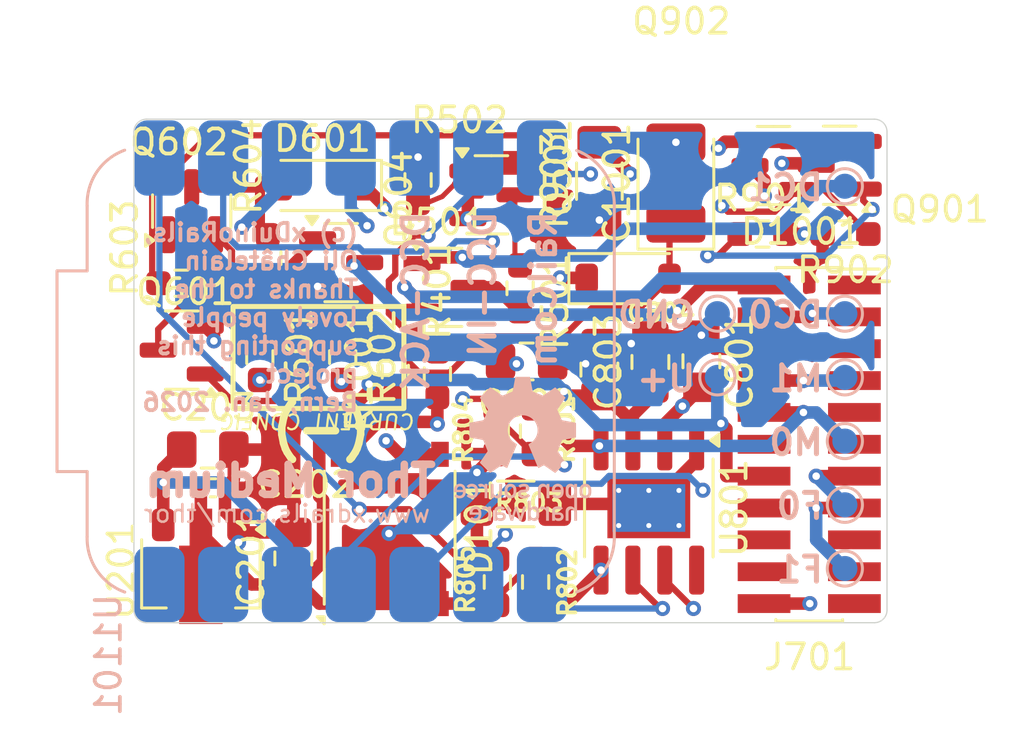
<source format=kicad_pcb>
(kicad_pcb (version 20240108) (generator "pcbnew") (generator_version "8.0")
  (layers (0 "F.Cu" mixed) (1 "In1.Cu" power) (2 "In2.Cu" power) (3 "In3.Cu" signal) (4 "In4.Cu" power) (31 "B.Cu" mixed) (34 "B.Paste" user) (35 "F.Paste" user) (36 "B.SilkS" user "B.Silkscreen") (37 "F.SilkS" user "F.Silkscreen") (38 "B.Mask" user) (39 "F.Mask" user) (44 "Edge.Cuts" user))
  (net 0 "")
  (net 1 "/+U")
  (net 2 "/DCC0")
  (net 3 "GND")
  (net 4 "/DCC1")
  (net 5 "/rails_signal_combined-medium/rails-signal-acknowledge_dcc/DCC+")
  (net 6 "/rails_signal_combined-medium/rails_signal_feedback_dcc-railcom-8x50/RC_SIGNAL")
  (net 7 "/rails_signal_combined-medium/rails-signal-acknowledge_dcc/DCC_ACK_IN")
  (net 8 "/DCC_ACK")
  (net 9 "/RAILCOM_DATA")
  (net 10 "/rails_signal_combined-medium/rails-signal-acknowledge_dcc/DCC+_DROP")
  (net 11 "/rails_signal_combined-medium/rails_signal_feedback_dcc-railcom-8x50/RC_DATA_IN")
  (net 12 "/rails_signal_combined-medium/rails_signal_feedback_dcc-railcom-8x50/RC_CURR")
  (net 13 "/DCC_MM_SIGNAL")
  (net 14 "/AMP_FUNC0")
  (net 15 "/AMP_FUNC1")
  (net 16 "/AMP_MOTOR0")
  (net 17 "/AMP_MOTOR1")
  (net 18 "/EMF_MOTOR1")
  (net 19 "/EMF_MOTOR0")
  (net 20 "/FUNC0")
  (net 21 "/I_FUNC")
  (net 22 "/MOTOR1")
  (net 23 "/MOTOR0")
  (net 24 "/FUNC1")
  (net 25 "/loco-adapter-nem660-21mtc/SPEAKER1")
  (net 26 "/loco-adapter-nem660-21mtc/SPEAKER0")
  (net 27 "/loco-adapter-nem660-21mtc/AUX910_ZBDATA")
  (net 28 "/loco-adapter-nem660-21mtc/AMP_AUX2")
  (net 29 "/loco-adapter-nem660-21mtc/AUX6")
  (net 30 "/loco-adapter-nem660-21mtc/AUX5")
  (net 32 "/loco-adapter-nem660-21mtc/AMP_AUX1")
  (net 33 "/loco-adapter-nem660-21mtc/AMP_AUX3")
  (net 34 "/loco-adapter-nem660-21mtc/AUX89_ZBCLK")
  (net 35 "/loco-adapter-nem660-21mtc/AUX4")
  (net 36 "/loco-adapter-nem660-21mtc/AUX7")
  (net 37 "/loco-adapter-nem660-21mtc/AUX8")
  (net 38 "/+3V3")
  (net 39 "PGND")
  (net 42 "Net-(Q604-B)")
  (net 43 "Net-(D1001-A)")
  (footprint "Resistor_SMD:R_0603_1608Metric_Pad0.98x0.95mm_HandSolder" (layer "F.Cu") (at 153.416 99.4645 90)
    (property "Reference" "R1001")
    (property "Value" "100R")
  )
  (footprint "Resistor_SMD:R_0603_1608Metric_Pad0.98x0.95mm_HandSolder" (layer "F.Cu") (at 168.0445 93.98)
    (property "Reference" "R901")
    (property "Value" "10k")
  )
  (footprint "Diode_SMD:D_SOD-123" (layer "F.Cu") (at 150.5055 92.0437 180)
    (property "Reference" "D601")
    (property "Value" "1N5819W")
  )
  (footprint "Capacitor_SMD:C_0402_1005Metric" (layer "F.Cu") (at 146.149 104.0975)
    (property "Reference" "C202")
    (property "Value" "1u")
  )
  (footprint "Resistor_SMD:R_0603_1608Metric_Pad0.98x0.95mm_HandSolder" (layer "F.Cu") (at 148.0163 98.8857 -90)
    (property "Reference" "R601")
    (property "Value" "20R")
  )
  (footprint "Resistor_SMD:R_1206_3216Metric_Pad1.30x1.75mm_HandSolder" (layer "F.Cu") (at 161.544 91.873 90)
    (property "Reference" "R903")
    (property "Value" "0R1")
  )
  (footprint "Capacitor_SMD:C_0805_2012Metric_Pad1.18x1.45mm_HandSolder" (layer "F.Cu") (at 149.352 106.913 90)
    (property "Reference" "C201")
    (property "Value" "22uF")
  )
  (footprint "Resistor_SMD:R_0603_1608Metric_Pad0.98x0.95mm_HandSolder" (layer "F.Cu") (at 157.48 107.852 90)
    (property "Reference" "R805")
    (property "Value" "1k")
  )
  (footprint "Package_SO:SOIC-8-1EP_3.9x4.9mm_P1.27mm_EP2.41x3.3mm_ThermalVias" (layer "F.Cu") (at 163.513 104.902 -90)
    (property "Reference" "U801")
    (property "Value" "BDR6133")
  )
  (footprint "Capacitor_SMD:C_0805_2012Metric_Pad1.18x1.45mm_HandSolder" (layer "F.Cu") (at 158.6445 99.06 180)
    (property "Reference" "C802")
    (property "Value" "10uF")
  )
  (footprint "xDuinoRail:8x50_SOT-23" (layer "F.Cu") (at 151.257 95.1188)
    (property "Reference" "Q604")
    (property "Value" "S8050")
  )
  (footprint "xDuinoRail:8x50_SOT-23" (layer "F.Cu") (at 157.2416 92.4176)
    (property "Reference" "Q501")
    (property "Value" "S8050")
  )
  (footprint "xDuinoRail:8x50_SOT-23" (layer "F.Cu") (at 155.4151 96.1056)
    (property "Reference" "D501")
    (property "Value" "BAT54C")
  )
  (footprint "xDuinoRail:8x50_SOT-23" (layer "F.Cu") (at 144.907 98.6088 180)
    (property "Reference" "Q601")
    (property "Value" "S8550")
  )
  (footprint "Resistor_SMD:R_0603_1608Metric_Pad0.98x0.95mm_HandSolder" (layer "F.Cu") (at 151.3183 98.8857 -90)
    (property "Reference" "R602")
    (property "Value" "1M")
  )
  (footprint "Resistor_SMD:R_0603_1608Metric_Pad0.98x0.95mm_HandSolder" (layer "F.Cu") (at 148.336 94.9418 -90)
    (property "Reference" "R604")
    (property "Value" "10k")
  )
  (footprint "Capacitor_SMD:C_0805_2012Metric_Pad1.18x1.45mm_HandSolder" (layer "F.Cu") (at 165.608 99.0515 90)
    (property "Reference" "C801")
    (property "Value" "100nF")
  )
  (footprint "Resistor_SMD:R_0603_1608Metric_Pad0.98x0.95mm_HandSolder" (layer "F.Cu") (at 158.3846 96.1431 -90)
    (property "Reference" "R501")
    (property "Value" "100R")
  )
  (footprint "Capacitor_SMD:C_0805_2012Metric_Pad1.18x1.45mm_HandSolder" (layer "F.Cu") (at 163.576 99.0815 90)
    (property "Reference" "C803")
    (property "Value" "10uF")
  )
  (footprint "Capacitor_SMD:C_0805_2012Metric_Pad1.18x1.45mm_HandSolder" (layer "F.Cu") (at 145.9445 102.5735)
    (property "Reference" "C203")
    (property "Value" "47uF")
  )
  (footprint "Capacitor_SMD:C_0805_2012Metric_Pad1.18x1.45mm_HandSolder" (layer "F.Cu") (at 161.544 99.3845 90)
    (property "Reference" "C804")
    (property "Value" "100nF")
  )
  (footprint "Diode_SMD:D_SOD-123" (layer "F.Cu") (at 162.688 95.758)
    (property "Reference" "D1001")
    (property "Value" "1N5819W")
  )
  (footprint "Resistor_SMD:R_0603_1608Metric_Pad0.98x0.95mm_HandSolder" (layer "F.Cu") (at 157.3973 101.8408 -90)
    (property "Reference" "R804")
    (property "Value" "1k")
  )
  (footprint "Resistor_SMD:R_0603_1608Metric_Pad0.98x0.95mm_HandSolder" (layer "F.Cu") (at 155.0905 99.568 90)
    (property "Reference" "R401")
    (property "Value" "33k")
  )
  (footprint "xDuinoRail:8x50_SOT-23" (layer "F.Cu") (at 145.304 93.0693 90)
    (property "Reference" "Q602")
    (property "Value" "S8550")
  )
  (footprint "Resistor_SMD:R_1206_3216Metric_Pad1.30x1.75mm_HandSolder" (layer "F.Cu") (at 158.216 104.74)
    (property "Reference" "R803")
    (property "Value" "0R1")
  )
  (footprint "Capacitor_Tantalum_SMD:CP_EIA-3528-21_Kemet-B_Pad1.50x2.35mm_HandSolder" (layer "F.Cu") (at 164.592 91.948 90)
    (property "Reference" "C1001")
    (property "Value" "100uF")
  )
  (footprint "Resistor_SMD:R_0603_1608Metric_Pad0.98x0.95mm_HandSolder" (layer "F.Cu") (at 171.3465 93.98 180)
    (property "Reference" "R902")
    (property "Value" "10k")
  )
  (footprint "Resistor_SMD:R_0603_1608Metric_Pad0.98x0.95mm_HandSolder" (layer "F.Cu") (at 158.9213 101.8408 90)
    (property "Reference" "R801")
    (property "Value" "6k8")
  )
  (footprint "Diode_SMD:Diode_Bridge_Diotec_ABS" (layer "F.Cu") (at 153.194 105.737 90)
    (property "Reference" "D101")
    (property "Value" "ABS210")
  )
  (footprint "Connector_PinSocket_1.27mm:PinSocket_2x11_P1.27mm_Vertical_SMD" (layer "F.Cu") (at 169.904 102.362)
    (property "Reference" "J701")
    (property "Value" "Conn_02x11_Odd_Even")
  )
  (footprint "Resistor_SMD:R_0603_1608Metric_Pad0.98x0.95mm_HandSolder" (layer "F.Cu") (at 144.891 95.9418 180)
    (property "Reference" "R603")
    (property "Value" "10k")
  )
  (footprint "Package_TO_SOT_SMD:SOT-23" (layer "F.Cu") (at 171.1175 91.2395 180)
    (property "Reference" "Q901")
    (property "Value" "BSS138")
  )
  (footprint "Resistor_SMD:R_0603_1608Metric_Pad0.98x0.95mm_HandSolder" (layer "F.Cu") (at 159.004 107.852 -90)
    (property "Reference" "R802")
    (property "Value" "6k8")
  )
  (footprint "Package_TO_SOT_SMD:SOT-23" (layer "F.Cu") (at 168.4805 91.252 180)
    (property "Reference" "Q902")
    (property "Value" "BSS138")
  )
  (footprint "Resistor_SMD:R_0603_1608Metric_Pad0.98x0.95mm_HandSolder" (layer "F.Cu") (at 154.3206 91.8251 -90)
    (property "Reference" "R502")
    (property "Value" "10k")
  )
  (footprint "Package_TO_SOT_SMD:SOT-89-3" (layer "F.Cu") (at 145.669 107.5265 -90)
    (property "Reference" "U201")
    (property "Value" "HT75xx-1-SOT89" (hide yes))
  )
  (footprint "TestPoint:TestPoint_Pad_D1.0mm" (layer "B.Cu") (at 171.323 102.235 180)
    (property "Reference" "TP404" (hide yes))
    (property "Value" "~")
  )
  (footprint "xDuinoRail:XIAO_SMD" (layer "B.Cu") (at 151.638 99.45 -90)
    (property "Reference" "U1101")
    (property "Value" "MOUDLE-SEEEDUINO-XIAO")
  )
  (footprint "TestPoint:TestPoint_Pad_D1.0mm" (layer "B.Cu") (at 171.323 104.775 180)
    (property "Reference" "TP405" (hide yes))
    (property "Value" "~")
  )
  (footprint "TestPoint:TestPoint_Pad_D1.0mm" (layer "B.Cu") (at 166.243 97.155 180)
    (property "Reference" "TP701" (hide yes))
    (property "Value" "~")
  )
  (footprint "TestPoint:TestPoint_Pad_D1.0mm" (layer "B.Cu") (at 166.243 99.695 180)
    (property "Reference" "TP407" (hide yes))
    (property "Value" "~")
  )
  (footprint "TestPoint:TestPoint_Pad_D1.0mm" (layer "B.Cu") (at 171.323 99.695 180)
    (property "Reference" "TP403" (hide yes))
    (property "Value" "~")
  )
  (footprint "TestPoint:TestPoint_Pad_D1.0mm" (layer "B.Cu") (at 171.323 107.315 180)
    (property "Reference" "TP406" (hide yes))
    (property "Value" "~")
  )
  (footprint "TestPoint:TestPoint_Pad_D1.0mm" (layer "B.Cu") (at 171.323 97.155 180)
    (property "Reference" "TP402" (hide yes))
    (property "Value" "~")
  )
  (footprint "TestPoint:TestPoint_Pad_D1.0mm" (layer "B.Cu") (at 171.323 92.075 180)
    (property "Reference" "TP401" (hide yes))
    (property "Value" "~")
  )
  (gr_poly (pts (xy 156.813859 103.935181) (xy 156.80548 103.935763) (xy 156.797278 103.936719) (xy 156.78924 103.938042) (xy 156.781362 103.939719) (xy 156.773637 103.941743) (xy 156.766057 103.944102) (xy 156.758616 103.946788) (xy 156.751306 103.949789) (xy 156.744121 103.953099) (xy 156.737052 103.956703) (xy 156.730096 103.960595) (xy 156.72324 103.964764) (xy 156.716482 103.969202) (xy 156.709813 103.973893) (xy 156.703225 103.978832) (xy 156.786443 104.077796) (xy 156.791413 104.074148) (xy 156.796226 104.070782) (xy 156.800908 104.067694) (xy 156.805483 104.064875) (xy 156.809979 104.062318) (xy 156.814422 104.06002) (xy 156.81884 104.05797) (xy 156.823256 104.056164) (xy 156.827699 104.054594) (xy 156.832196 104.053256) (xy 156.836775 104.052142) (xy 156.841457 104.051244) (xy 156.846274 104.050558) (xy 156.851249 104.050076) (xy 156.856412 104.049791) (xy 156.861784 104.049699) (xy 156.872307 104.050121) (xy 156.882722 104.051406) (xy 156.892949 104.053566) (xy 156.902912 104.056618) (xy 156.907769 104.058484) (xy 156.912533 104.060582) (xy 156.91719 104.062907) (xy 156.92173 104.065469) (xy 156.926146 104.068264) (xy 156.930425 104.071299) (xy 156.934559 104.07457) (xy 156.938541 104.078088) (xy 156.942356 104.081847) (xy 156.945995 104.085849) (xy 156.949453 104.090103) (xy 156.952714 104.094606) (xy 156.95577 104.099359) (xy 156.958615 104.104369) (xy 156.961233 104.109634) (xy 156.963618 104.115158) (xy 156.965759 104.12094) (xy 156.967649 104.126988) (xy 156.969274 104.133298) (xy 156.970625 104.139875) (xy 156.971695 104.146719) (xy 156.972467 104.153834) (xy 156.97294 104.161224) (xy 156.973101 104.168889) (xy 156.973101 104.511818) (xy 157.087812 104.511818) (xy 157.087812 103.941747) (xy 156.973101 103.941747) (xy 156.973101 104.002455) (xy 156.970876 104.002454) (xy 156.963948 103.994288) (xy 156.956659 103.986647) (xy 156.949021 103.979532) (xy 156.941039 103.972945) (xy 156.932733 103.966884) (xy 156.924102 103.961351) (xy 156.915162 103.956344) (xy 156.905922 103.951861) (xy 156.896391 103.947906) (xy 156.886582 103.944478) (xy 156.876502 103.941578) (xy 156.866163 103.939205) (xy 156.855576 103.937358) (xy 156.844749 103.93604) (xy 156.833691 103.935248) (xy 156.822414 103.934985)) (stroke (width -0.000001)) (fill solid) (layer "B.SilkS"))
  (gr_poly (pts (xy 158.400422 105.241403) (xy 158.398166 105.241403) (xy 158.26888 104.84224) (xy 158.185664 104.842242) (xy 158.056377 105.241401) (xy 158.054059 105.241401) (xy 157.945062 104.84224) (xy 157.823586 104.842241) (xy 158.005706 105.412315) (xy 158.106957 105.412312) (xy 158.226144 105.013118) (xy 158.228399 105.013119) (xy 158.34759 105.412312) (xy 158.448777 105.412312) (xy 158.630927 104.842242) (xy 158.509515 104.842242)) (stroke (width -0.000001)) (fill solid) (layer "B.SilkS"))
  (gr_poly (pts (xy 160.979763 103.935096) (xy 160.971748 103.935422) (xy 160.963942 103.93596) (xy 160.956338 103.936697) (xy 160.948933 103.937629) (xy 160.941725 103.938746) (xy 160.934711 103.940041) (xy 160.92789 103.941508) (xy 160.921259 103.943138) (xy 160.914814 103.944922) (xy 160.908551 103.946856) (xy 160.902472 103.94893) (xy 160.89657 103.951136) (xy 160.890845 103.953466) (xy 160.885293 103.955914) (xy 160.879908 103.958472) (xy 160.869648 103.963888) (xy 160.860035 103.969649) (xy 160.851051 103.975698) (xy 160.842675 103.981973) (xy 160.834884 103.988412) (xy 160.827659 103.994954) (xy 160.820978 104.00154) (xy 160.814817 104.008104) (xy 160.806898 104.017177) (xy 160.799574 104.026334) (xy 160.792828 104.035689) (xy 160.786656 104.045353) (xy 160.781044 104.055438) (xy 160.775982 104.066058) (xy 160.771452 104.077322) (xy 160.767452 104.089345) (xy 160.763964 104.102239) (xy 160.760978 104.116114) (xy 160.758484 104.131082) (xy 160.756468 104.147257) (xy 160.754919 104.164751) (xy 160.753829 104.183673) (xy 160.753182 104.204139) (xy 160.75297 104.22626) (xy 160.753182 104.248565) (xy 160.753828 104.269194) (xy 160.75492 104.288262) (xy 160.756468 104.305878) (xy 160.758482 104.322162) (xy 160.760978 104.33722) (xy 160.763964 104.351169) (xy 160.767452 104.364121) (xy 160.771453 104.376195) (xy 160.77598 104.387498) (xy 160.781045 104.398147) (xy 160.786658 104.408251) (xy 160.792827 104.417928) (xy 160.799574 104.427292) (xy 160.806897 104.436454) (xy 160.814819 104.445524) (xy 160.820978 104.45209) (xy 160.827659 104.458674) (xy 160.834883 104.465212) (xy 160.842675 104.471648) (xy 160.851051 104.477918) (xy 160.860035 104.48396) (xy 160.869646 104.489716) (xy 160.879911 104.495126) (xy 160.890845 104.500126) (xy 160.902471 104.504657) (xy 160.914814 104.50866) (xy 160.92789 104.512069) (xy 160.941725 104.514826) (xy 160.956338 104.516871) (xy 160.971748 104.518143) (xy 160.987984 104.518583) (xy 160.996205 104.51847) (xy 161.004222 104.518146) (xy 161.012032 104.51761) (xy 161.019638 104.516871) (xy 161.027046 104.515944) (xy 161.034254 104.514826) (xy 161.041269 104.513533) (xy 161.048093 104.512069) (xy 161.054729 104.510442) (xy 161.061175 104.50866) (xy 161.067438 104.506729) (xy 161.073519 104.504657) (xy 161.079421 104.502456) (xy 161.085148 104.500126) (xy 161.0907 104.497681) (xy 161.096082 104.495126) (xy 161.106348 104.489718) (xy 161.11596 104.483961) (xy 161.124946 104.477918) (xy 161.133322 104.471648) (xy 161.141111 104.465212) (xy 161.148338 104.458674) (xy 161.155018 104.45209) (xy 161.161178 104.445524) (xy 161.169099 104.436456) (xy 161.176425 104.427292) (xy 161.183166 104.417934) (xy 161.189335 104.408257) (xy 161.194947 104.398152) (xy 161.200006 104.387505) (xy 161.20453 104.376203) (xy 161.208529 104.364133) (xy 161.212014 104.35118) (xy 161.214999 104.337232) (xy 161.21749 104.322174) (xy 161.219503 104.305893) (xy 161.221048 104.288274) (xy 161.222138 104.269204) (xy 161.222782 104.24857) (xy 161.222998 104.22626) (xy 161.108315 104.22626) (xy 161.108234 104.24117) (xy 161.107983 104.254753) (xy 161.107549 104.267112) (xy 161.106924 104.278352) (xy 161.106093 104.288569) (xy 161.105049 104.297866) (xy 161.103776 104.306339) (xy 161.102263 104.314096) (xy 161.1005 104.321233) (xy 161.098474 104.327851) (xy 161.096176 104.334051) (xy 161.093594 104.339936) (xy 161.090716 104.345602) (xy 161.087529 104.351152) (xy 161.084022 104.356688) (xy 161.080187 104.362308) (xy 161.076802 104.366673) (xy 161.072997 104.370888) (xy 161.06879 104.374935) (xy 161.064203 104.37879) (xy 161.059259 104.382445) (xy 161.053982 104.385874) (xy 161.048398 104.389065) (xy 161.042525 104.391991) (xy 161.036388 104.394642) (xy 161.030012 104.397) (xy 161.023417 104.399043) (xy 161.016628 104.400755) (xy 161.009668 104.402119) (xy 161.002555 104.403114) (xy 160.99532 104.403725) (xy 160.987984 104.403934) (xy 160.980651 104.403724) (xy 160.973419 104.403113) (xy 160.966314 104.402116) (xy 160.959356 104.40075) (xy 160.95257 104.399038) (xy 160.945976 104.396991) (xy 160.939599 104.394632) (xy 160.933466 104.391979) (xy 160.927592 104.389048) (xy 160.922006 104.385859) (xy 160.916728 104.382431) (xy 160.911781 104.378778) (xy 160.907191 104.374922) (xy 160.902978 104.370879) (xy 160.899166 104.366668) (xy 160.897418 104.364506) (xy 160.895782 104.362308) (xy 160.891944 104.356688) (xy 160.888437 104.351155) (xy 160.885253 104.345609) (xy 160.882375 104.339951) (xy 160.879796 104.334086) (xy 160.877502 104.32791) (xy 160.875479 104.321325) (xy 160.873719 104.314236) (xy 160.87221 104.306537) (xy 160.870938 104.298136) (xy 160.869895 104.288931) (xy 160.869069 104.27882) (xy 160.868443 104.267708) (xy 160.868013 104.255496) (xy 160.867682 104.227373) (xy 160.867763 104.212463) (xy 160.868014 104.198876) (xy 160.868443 104.186512) (xy 160.869068 104.175269) (xy 160.869894 104.165049) (xy 160.870937 104.155748) (xy 160.872209 104.147269) (xy 160.873719 104.13951) (xy 160.875478 104.132371) (xy 160.877499 104.125751) (xy 160.879796 104.119552) (xy 160.882375 104.113668) (xy 160.885254 104.108005) (xy 160.888437 104.10246) (xy 160.891943 104.096932) (xy 160.895781 104.091322) (xy 160.899166 104.086955) (xy 160.902979 104.082742) (xy 160.907192 104.078696) (xy 160.91178 104.074839) (xy 160.916728 104.071185) (xy 160.922006 104.067757) (xy 160.927592 104.064568) (xy 160.933466 104.06164) (xy 160.939599 104.058987) (xy 160.945975 104.05663) (xy 160.95257 104.054588) (xy 160.959356 104.052876) (xy 160.966313 104.051512) (xy 160.973418 104.050515) (xy 160.980649 104.049904) (xy 160.987984 104.049699) (xy 160.99532 104.049904) (xy 161.002556 104.050517) (xy 161.009665 104.051514) (xy 161.016628 104.052881) (xy 161.023416 104.054594) (xy 161.030013 104.05664) (xy 161.036391 104.058998) (xy 161.042525 104.061652) (xy 161.048398 104.064585) (xy 161.053982 104.067772) (xy 161.059258 104.071201) (xy 161.064203 104.074853) (xy 161.06879 104.078711) (xy 161.072998 104.082752) (xy 161.076803 104.086962) (xy 161.078547 104.089124) (xy 161.080187 104.091322) (xy 161.084023 104.096933) (xy 161.087529 104.102457) (xy 161.090716 104.107997) (xy 161.093595 104.113651) (xy 161.096176 104.119516) (xy 161.098474 104.125692) (xy 161.100501 104.13228) (xy 161.102262 104.139371) (xy 161.103774 104.147071) (xy 161.105049 104.155478) (xy 161.106096 104.164688) (xy 161.106925 104.174801) (xy 161.107552 104.185916) (xy 161.107985 104.198132) (xy 161.108315 104.22626) (xy 161.222998 104.22626) (xy 161.222782 104.20414) (xy 161.222137 104.183676) (xy 161.221048 104.164751) (xy 161.219504 104.14726) (xy 161.217491 104.131089) (xy 161.214999 104.116121) (xy 161.212014 104.102247) (xy 161.208532 104.089357) (xy 161.20453 104.077337) (xy 161.200007 104.066072) (xy 161.194945 104.055452) (xy 161.189335 104.045365) (xy 161.183166 104.035701) (xy 161.176425 104.026344) (xy 161.1691 104.017182) (xy 161.161178 104.008105) (xy 161.155019 104.00154) (xy 161.148337 103.994953) (xy 161.141112 103.988412) (xy 161.133324 103.981973) (xy 161.124946 103.975698) (xy 161.11596 103.96965) (xy 161.106348 103.963888) (xy 161.096083 103.958473) (xy 161.085148 103.953466) (xy 161.073518 103.94893) (xy 161.061175 103.944922) (xy 161.048095 103.941508) (xy 161.034257 103.938746) (xy 161.019641 103.936697) (xy 161.004222 103.935425) (xy 160.987983 103.934985)) (stroke (width -0.000001)) (fill solid) (layer "B.SilkS"))
  (gr_poly (pts (xy 159.280743 103.935186) (xy 159.27233 103.935787) (xy 159.255432 103.938185) (xy 159.238578 103.942167) (xy 159.221936 103.947723) (xy 159.213743 103.951086) (xy 159.205665 103.954838) (xy 159.197726 103.95898) (xy 159.189939 103.963504) (xy 159.182332 103.968417) (xy 159.17492 103.973712) (xy 159.167732 103.979387) (xy 159.160779 103.985445) (xy 159.154086 103.991879) (xy 159.147677 103.998691) (xy 159.141566 104.005881) (xy 159.135781 104.013445) (xy 159.130337 104.021381) (xy 159.125261 104.02969) (xy 159.120568 104.038371) (xy 159.116277 104.047418) (xy 159.112416 104.056834) (xy 159.109003 104.066615) (xy 159.106057 104.076762) (xy 159.103602 104.087271) (xy 159.101655 104.098145) (xy 159.100238 104.109376) (xy 159.099372 104.120965) (xy 159.09908 104.132914) (xy 159.099081 104.511818) (xy 159.21376 104.511819) (xy 159.213763 104.172317) (xy 159.213904 104.165135) (xy 159.21432 104.158148) (xy 159.215008 104.151355) (xy 159.215965 104.144761) (xy 159.217178 104.138368) (xy 159.218647 104.132178) (xy 159.220362 104.126191) (xy 159.222319 104.120414) (xy 159.224512 104.114844) (xy 159.226933 104.109487) (xy 159.229579 104.104342) (xy 159.232442 104.099417) (xy 159.235516 104.094707) (xy 159.238797 104.090219) (xy 159.242277 104.085953) (xy 159.245952 104.081912) (xy 159.249815 104.0781) (xy 159.253859 104.074517) (xy 159.258077 104.071166) (xy 159.262468 104.068049) (xy 159.267021 104.065169) (xy 159.27173 104.062526) (xy 159.276596 104.060124) (xy 159.281604 104.057968) (xy 159.286755 104.056056) (xy 159.292036 104.054391) (xy 159.29745 104.052975) (xy 159.302982 104.051814) (xy 159.308633 104.050906) (xy 159.314395 104.050254) (xy 159.320257 104.049861) (xy 159.32622 104.04973) (xy 159.332285 104.049861) (xy 159.338243 104.050254) (xy 159.344092 104.050906) (xy 159.349824 104.051814) (xy 159.355435 104.052977) (xy 159.360916 104.05439) (xy 159.366266 104.056056) (xy 159.371479 104.057968) (xy 159.376543 104.060126) (xy 159.381458 104.062528) (xy 159.386215 104.065168) (xy 159.390811 104.068049) (xy 159.395241 104.071166) (xy 159.399496 104.074517) (xy 159.403571 104.0781) (xy 159.407461 104.081912) (xy 159.411158 104.085953) (xy 159.414659 104.090218) (xy 159.41796 104.094705) (xy 159.421049 104.099415) (xy 159.423926 104.104342) (xy 159.426584 104.109487) (xy 159.429017 104.114844) (xy 159.431215 104.120414) (xy 159.433177 104.126191) (xy 159.434898 104.132176) (xy 159.436368 104.138368) (xy 159.437585 104.144761) (xy 159.438541 104.151354) (xy 159.439231 104.158148) (xy 159.439648 104.165137) (xy 159.43979 104.172317) (xy 159.43979 104.51182) (xy 159.554469 104.511818) (xy 159.554469 103.941747) (xy 159.43979 103.94175) (xy 159.43979 104.002455) (xy 159.437502 104.002454) (xy 159.430581 103.994288) (xy 159.423298 103.986647) (xy 159.415663 103.979533) (xy 159.407689 103.972945) (xy 159.399386 103.966884) (xy 159.390762 103.961351) (xy 159.381827 103.956341) (xy 159.372589 103.951861) (xy 159.363065 103.947906) (xy 159.353258 103.944479) (xy 159.343185 103.941578) (xy 159.332847 103.939205) (xy 159.32226 103.937358) (xy 159.311434 103.936039) (xy 159.300381 103.935248) (xy 159.289104 103.934985)) (stroke (width -0.000001)) (fill solid) (layer "B.SilkS"))
  (gr_poly (pts (xy 159.26067 104.835675) (xy 159.252292 104.836255) (xy 159.244086 104.837213) (xy 159.236045 104.838536) (xy 159.228163 104.840211) (xy 159.220435 104.842237) (xy 159.212851 104.844596) (xy 159.205408 104.847283) (xy 159.198094 104.850286) (xy 159.190908 104.853593) (xy 159.183838 104.857198) (xy 159.176883 104.86109) (xy 159.170029 104.865257) (xy 159.163278 104.869694) (xy 159.156615 104.874387) (xy 159.150039 104.879327) (xy 159.233224 104.97829) (xy 159.238195 104.97463) (xy 159.243008 104.971255) (xy 159.247692 104.968158) (xy 159.252268 104.96533) (xy 159.256768 104.962769) (xy 159.261213 104.960466) (xy 159.26563 104.95841) (xy 159.270051 104.956601) (xy 159.274496 104.955031) (xy 159.278992 104.95369) (xy 159.28357 104.952574) (xy 159.288254 104.951676) (xy 159.293068 104.95099) (xy 159.298041 104.950507) (xy 159.303198 104.950222) (xy 159.308567 104.950128) (xy 159.319084 104.950553) (xy 159.329496 104.951838) (xy 159.339723 104.954001) (xy 159.349685 104.957058) (xy 159.354546 104.958926) (xy 159.359308 104.961024) (xy 159.363965 104.963353) (xy 159.368507 104.965915) (xy 159.372924 104.968713) (xy 159.377207 104.97175) (xy 159.381344 104.975024) (xy 159.385327 104.978539) (xy 159.389144 104.982302) (xy 159.392786 104.986308) (xy 159.396244 104.990559) (xy 159.39951 104.995064) (xy 159.40257 104.999818) (xy 159.405414 105.004827) (xy 159.408034 105.010091) (xy 159.410425 105.015614) (xy 159.412567 105.021396) (xy 159.414457 105.027441) (xy 159.416084 105.033749) (xy 159.417436 105.040321) (xy 159.418506 105.047165) (xy 159.41928 105.054275) (xy 159.419754 105.06166) (xy 159.419914 105.06932) (xy 159.419913 105.412312) (xy 159.534596 105.412312) (xy 159.534596 104.842242) (xy 159.419915 104.842242) (xy 159.419915 104.902947) (xy 159.417658 104.902947) (xy 159.410732 104.894782) (xy 159.403443 104.887141) (xy 159.395807 104.880027) (xy 159.387827 104.873439) (xy 159.37952 104.867379) (xy 159.370893 104.861843) (xy 159.361957 104.856836) (xy 159.352718 104.852353) (xy 159.343192 104.8484) (xy 159.333386 104.844972) (xy 159.323309 104.842073) (xy 159.312973 104.839697) (xy 159.302387 104.837853) (xy 159.29156 104.836535) (xy 159.280505 104.835743) (xy 159.269228 104.83548)) (stroke (width -0.000001)) (fill solid) (layer "B.SilkS"))
  (gr_poly (pts (xy 156.450212 103.935106) (xy 156.442255 103.935466) (xy 156.434404 103.936059) (xy 156.42666 103.936885) (xy 156.411487 103.9392) (xy 156.396739 103.94238) (xy 156.38242 103.946383) (xy 156.368527 103.95117) (xy 156.355069 103.956706) (xy 156.342041 103.962951) (xy 156.329449 103.969871) (xy 156.317293 103.977425) (xy 156.305577 103.985573) (xy 156.294303 103.994283) (xy 156.283469 104.003513) (xy 156.273083 104.013225) (xy 156.263138 104.023382) (xy 156.253646 104.033951) (xy 156.337974 104.109291) (xy 156.343379 104.102878) (xy 156.34907 104.096723) (xy 156.355035 104.090847) (xy 156.361267 104.085275) (xy 156.367755 104.080022) (xy 156.374494 104.075116) (xy 156.381473 104.070575) (xy 156.388686 104.066422) (xy 156.396123 104.062678) (xy 156.403774 104.059363) (xy 156.411631 104.056498) (xy 156.419689 104.054107) (xy 156.427937 104.05221) (xy 156.436364 104.050827) (xy 156.444967 104.049984) (xy 156.453732 104.049697) (xy 156.470785 104.050322) (xy 156.486914 104.05221) (xy 156.494624 104.05364) (xy 156.502097 104.055396) (xy 156.509328 104.057482) (xy 156.516312 104.059901) (xy 156.523047 104.062661) (xy 156.529529 104.065759) (xy 156.535758 104.069203) (xy 156.541731 104.072994) (xy 156.547439 104.077136) (xy 156.552884 104.081637) (xy 156.558062 104.086494) (xy 156.562971 104.091711) (xy 156.567605 104.097295) (xy 156.571962 104.103249) (xy 156.57604 104.109574) (xy 156.579835 104.116278) (xy 156.583345 104.123359) (xy 156.586564 104.130824) (xy 156.589492 104.138675) (xy 156.592127 104.146914) (xy 156.594463 104.15555) (xy 156.596494 104.164582) (xy 156.598226 104.174014) (xy 156.599645 104.183851) (xy 156.601556 104.204752) (xy 156.602196 104.227308) (xy 156.602036 104.2387) (xy 156.601555 104.24968) (xy 156.600755 104.260252) (xy 156.599644 104.270421) (xy 156.598222 104.280186) (xy 156.596493 104.289553) (xy 156.594458 104.298525) (xy 156.59212 104.307102) (xy 156.589489 104.315294) (xy 156.586557 104.323099) (xy 156.583336 104.330523) (xy 156.579827 104.337565) (xy 156.576029 104.344234) (xy 156.57195 104.350529) (xy 156.567591 104.356456) (xy 156.562957 104.362018) (xy 156.558048 104.367217) (xy 156.55287 104.372057) (xy 156.547427 104.37654) (xy 156.541715 104.380673) (xy 156.535743 104.384452) (xy 156.529515 104.387887) (xy 156.523033 104.390982) (xy 156.516297 104.393734) (xy 156.509314 104.396153) (xy 156.502084 104.398234) (xy 156.494613 104.399989) (xy 156.486905 104.401418) (xy 156.478959 104.402522) (xy 156.470778 104.403309) (xy 156.462371 104.403777) (xy 156.453732 104.403932) (xy 156.449329 104.403859) (xy 156.444966 104.403647) (xy 156.440646 104.403292) (xy 156.436366 104.402804) (xy 156.42794 104.401421) (xy 156.419693 104.399523) (xy 156.411639 104.397133) (xy 156.403783 104.394268) (xy 156.396132 104.390953) (xy 156.388699 104.387208) (xy 156.381488 104.383056) (xy 156.374507 104.378515) (xy 156.367769 104.373607) (xy 156.361281 104.368356) (xy 156.355046 104.362782) (xy 156.34908 104.356908) (xy 156.343386 104.350751) (xy 156.337974 104.344339) (xy 156.253646 104.419682) (xy 156.263134 104.430232) (xy 156.273073 104.440374) (xy 156.283456 104.450077) (xy 156.294287 104.459297) (xy 156.305559 104.468) (xy 156.317272 104.476143) (xy 156.329427 104.483692) (xy 156.342018 104.490609) (xy 156.355045 104.496855) (xy 156.368506 104.502391) (xy 156.382397 104.507179) (xy 156.396722 104.511183) (xy 156.411471 104.514361) (xy 156.42665 104.51668) (xy 156.44225 104.5181) (xy 156.458273 104.518581) (xy 156.482856 104.517598) (xy 156.507152 104.514602) (xy 156.530986 104.509537) (xy 156.554174 104.502337) (xy 156.565473 104.497917) (xy 156.57654 104.492946) (xy 156.58736 104.487406) (xy 156.597903 104.481295) (xy 156.608154 104.474608) (xy 156.618086 104.467334) (xy 156.627675 104.459461) (xy 156.636905 104.45099) (xy 156.645745 104.441907) (xy 156.654183 104.432209) (xy 156.662186 104.421884) (xy 156.669737 104.410926) (xy 156.676816 104.39933) (xy 156.683393 104.387085) (xy 156.689452 104.374184) (xy 156.694969 104.360621) (xy 156.699921 104.346384) (xy 156.704285 104.331471) (xy 156.708038 104.315871) (xy 156.71116 104.299576) (xy 156.713631 104.282581) (xy 156.71542 104.264875) (xy 156.71651 104.246455) (xy 156.716877 104.227306) (xy 156.716511 104.208071) (xy 156.71542 104.189564) (xy 156.71363 104.171781) (xy 156.711161 104.15471) (xy 156.708038 104.138345) (xy 156.704285 104.122681) (xy 156.699921 104.107708) (xy 156.69497 104.093416) (xy 156.689451 104.079798) (xy 156.683394 104.066849) (xy 156.676813 104.054559) (xy 156.66974 104.042922) (xy 156.662188 104.031928) (xy 156.654181 104.021571) (xy 156.645746 104.011842) (xy 156.636905 104.00273) (xy 156.627677 103.994235) (xy 156.618085 103.986343) (xy 156.608154 103.979049) (xy 156.597905 103.972343) (xy 156.587359 103.966218) (xy 156.576541 103.960668) (xy 156.565473 103.955682) (xy 156.554174 103.951255) (xy 156.542672 103.947377) (xy 156.530986 103.944043) (xy 156.519139 103.941243) (xy 156.507152 103.938969) (xy 156.49505 103.937213) (xy 156.482855 103.93597) (xy 156.458274 103.934985)) (stroke (width -0.000001)) (fill solid) (layer "B.SilkS"))
  (gr_poly (pts (xy 155.977705 103.935256) (xy 155.966073 103.936069) (xy 155.954573 103.937414) (xy 155.943221 103.939282) (xy 155.932034 103.94167) (xy 155.921029 103.944567) (xy 155.910225 103.947969) (xy 155.899637 103.951868) (xy 155.88928 103.956254) (xy 155.879176 103.961124) (xy 155.869338 103.966468) (xy 155.859785 103.97228) (xy 155.850532 103.978552) (xy 155.8416 103.985278) (xy 155.832998 103.992451) (xy 155.82475 104.00006) (xy 155.81687 104.008103) (xy 155.809377 104.016569) (xy 155.802286 104.025453) (xy 155.795616 104.034748) (xy 155.78938 104.044446) (xy 155.783598 104.054537) (xy 155.778287 104.06502) (xy 155.773463 104.075881) (xy 155.769142 104.087119) (xy 155.765344 104.098722) (xy 155.762083 104.110687) (xy 155.759377 104.123004) (xy 155.757242 104.135664) (xy 155.755696 104.148665) (xy 155.754755 104.161995) (xy 155.754438 104.175649) (xy 155.754438 104.270107) (xy 156.109753 104.270105) (xy 156.109586 104.278722) (xy 156.109091 104.287067) (xy 156.108274 104.295142) (xy 156.107139 104.302948) (xy 156.105695 104.31048) (xy 156.103947 104.317742) (xy 156.101903 104.324733) (xy 156.099571 104.331452) (xy 156.096954 104.3379) (xy 156.094058 104.344074) (xy 156.090895 104.349979) (xy 156.08747 104.355609) (xy 156.083785 104.360968) (xy 156.07985 104.366053) (xy 156.075671 104.370864) (xy 156.071256 104.375404) (xy 156.066612 104.379669) (xy 156.061742 104.383662) (xy 156.056655 104.38738) (xy 156.051353 104.390824) (xy 156.045852 104.393995) (xy 156.040149 104.396887) (xy 156.034259 104.399509) (xy 156.028182 104.401855) (xy 156.021927 104.403924) (xy 156.0155 104.405718) (xy 156.008909 104.407239) (xy 156.002156 104.408481) (xy 155.995256 104.409451) (xy 155.988208 104.410141) (xy 155.981023 104.410556) (xy 155.973706 104.410696) (xy 155.965449 104.41046) (xy 155.957138 104.409756) (xy 155.948801 104.408596) (xy 155.940456 104.406984) (xy 155.932132 104.404932) (xy 155.923853 104.402447) (xy 155.915645 104.399535) (xy 155.907532 104.396209) (xy 155.899534 104.392474) (xy 155.89168 104.388336) (xy 155.88399 104.383807) (xy 155.876497 104.378896) (xy 155.869217 104.373608) (xy 155.86218 104.367954) (xy 155.855411 104.361941) (xy 155.848927 104.355577) (xy 155.765711 104.426379) (xy 155.776438 104.438163) (xy 155.787543 104.449065) (xy 155.799003 104.459104) (xy 155.810802 104.468299) (xy 155.822917 104.476662) (xy 155.835331 104.484211) (xy 155.848023 104.490964) (xy 155.860972 104.496937) (xy 155.87416 104.502144) (xy 155.887564 104.506603) (xy 155.901168 104.510333) (xy 155.914947 104.513345) (xy 155.928886 104.515661) (xy 155.942962 104.517294) (xy 155.957159 104.518264) (xy 155.97145 104.518581) (xy 155.99357 104.517892) (xy 156.015906 104.515707) (xy 156.038235 104.511849) (xy 156.060329 104.506136) (xy 156.081964 104.498397) (xy 156.092538 104.493709) (xy 156.102907 104.488448) (xy 156.113051 104.482592) (xy 156.122937 104.476117) (xy 156.132536 104.469) (xy 156.141821 104.461221) (xy 156.150766 104.452757) (xy 156.159334 104.443585) (xy 156.167508 104.433684) (xy 156.17525 104.423033) (xy 156.182539 104.411606) (xy 156.189343 104.399383) (xy 156.195631 104.386342) (xy 156.20138 104.37246) (xy 156.206561 104.357716) (xy 156.211141 104.342087) (xy 156.215092 104.325549) (xy 156.218393 104.308085) (xy 156.221007 104.289667) (xy 156.222909 104.270274) (xy 156.224072 104.249888) (xy 156.224465 104.228481) (xy 156.224104 104.208152) (xy 156.223037 104.188686) (xy 156.221818 104.175681) (xy 156.109756 104.175682) (xy 155.869153 104.175682) (xy 155.869604 104.167678) (xy 155.870322 104.159915) (xy 155.871298 104.152386) (xy 155.872531 104.145104) (xy 155.874011 104.138062) (xy 155.875733 104.131259) (xy 155.877699 104.124704) (xy 155.879896 104.118393) (xy 155.882323 104.112326) (xy 155.884971 104.106506) (xy 155.887838 104.100936) (xy 155.890919 104.095612) (xy 155.894208 104.09054) (xy 155.897704 104.085719) (xy 155.901393 104.081149) (xy 155.905277 104.076832) (xy 155.909347 104.072769) (xy 155.9136 104.06896) (xy 155.918032 104.065408) (xy 155.922638 104.062113) (xy 155.927407 104.059076) (xy 155.93234 104.056297) (xy 155.93743 104.053779) (xy 155.942673 104.051519) (xy 155.948059 104.049523) (xy 155.95359 104.047789) (xy 155.959256 104.046319) (xy 155.965052 104.045115) (xy 155.970976 104.04418) (xy 155.977023 104.043506) (xy 155.983181 104.043101) (xy 155.989454 104.042968) (xy 155.995727 104.043102) (xy 156.001899 104.043506) (xy 156.00796 104.044178) (xy 156.013901 104.045117) (xy 156.019725 104.046319) (xy 156.025418 104.047789) (xy 156.03098 104.049523) (xy 156.036403 104.051519) (xy 156.04168 104.053777) (xy 156.046805 104.056297) (xy 156.051774 104.059076) (xy 156.056581 104.062113) (xy 156.061221 104.065408) (xy 156.065685 104.068962) (xy 156.069972 104.072769) (xy 156.074072 104.076832) (xy 156.07798 104.081149) (xy 156.081693 104.085719) (xy 156.085203 104.09054) (xy 156.088504 104.095615) (xy 156.09159 104.100938) (xy 156.094456 104.106508) (xy 156.097098 104.112326) (xy 156.099507 104.118391) (xy 156.101679 104.124704) (xy 156.103609 104.131258) (xy 156.10529 104.138062) (xy 156.106713 104.145102) (xy 156.10788 104.152388) (xy 156.108778 104.159913) (xy 156.109406 104.167677) (xy 156.109756 104.175682) (xy 156.221818 104.175681) (xy 156.221293 104.170067) (xy 156.218893 104.152279) (xy 156.215863 104.135312) (xy 156.212226 104.119151) (xy 156.208016 104.103777) (xy 156.203254 104.089183) (xy 156.197961 104.07535) (xy 156.192168 104.062265) (xy 156.185899 104.049914) (xy 156.179182 104.038285) (xy 156.172038 104.027358) (xy 156.164493 104.017125) (xy 156.156576 104.007568) (xy 156.14831 103.998675) (xy 156.13972 103.99043) (xy 156.130835 103.98282) (xy 156.121675 103.975831) (xy 156.112271 103.969448) (xy 156.102643 103.963657) (xy 156.092823 103.958444) (xy 156.082829 103.953795) (xy 156.072693 103.949697) (xy 156.062438 103.946134) (xy 156.052088 103.94309) (xy 156.041669 103.940553) (xy 156.031209 103.93851) (xy 156.010266 103.935847) (xy 155.989452 103.934984)) (stroke (width -0.000001)) (fill solid) (layer "B.SilkS"))
  (gr_poly (pts (xy 156.955981 104.835675) (xy 156.947608 104.836256) (xy 156.939407 104.837212) (xy 156.93137 104.838534) (xy 156.92349 104.840211) (xy 156.915763 104.842235) (xy 156.908178 104.844598) (xy 156.90073 104.847283) (xy 156.893415 104.850286) (xy 156.886222 104.853592) (xy 156.879152 104.857198) (xy 156.87219 104.86109) (xy 156.865334 104.865256) (xy 156.85858 104.869694) (xy 156.851915 104.874387) (xy 156.845337 104.879325) (xy 156.928555 104.97829) (xy 156.933526 104.97463) (xy 156.938341 104.971255) (xy 156.943022 104.968158) (xy 156.947596 104.96533) (xy 156.952092 104.962769) (xy 156.956536 104.960463) (xy 156.960951 104.95841) (xy 156.965369 104.956601) (xy 156.969812 104.955029) (xy 156.974309 104.95369) (xy 156.978887 104.952574) (xy 156.983571 104.951676) (xy 156.988386 104.95099) (xy 156.993363 104.950505) (xy 156.998525 104.950222) (xy 157.003898 104.950128) (xy 157.014419 104.950553) (xy 157.024835 104.95184) (xy 157.035061 104.954001) (xy 157.045027 104.957057) (xy 157.049884 104.958926) (xy 157.054648 104.961024) (xy 157.059302 104.963353) (xy 157.063844 104.965915) (xy 157.068258 104.968713) (xy 157.072538 104.97175) (xy 157.076675 104.975024) (xy 157.080654 104.978539) (xy 157.084467 104.9823) (xy 157.088108 104.986306) (xy 157.091566 104.990561) (xy 157.094828 104.995064) (xy 157.097884 104.999818) (xy 157.100728 105.004827) (xy 157.103346 105.010092) (xy 157.105732 105.015614) (xy 157.107874 105.021396) (xy 157.109762 105.027439) (xy 157.111387 105.033749) (xy 157.112736 105.040321) (xy 157.113805 105.047163) (xy 157.11458 105.054275) (xy 157.115054 105.06166) (xy 157.115212 105.069318) (xy 157.115212 105.412313) (xy 157.229861 105.412313) (xy 157.229862 104.842242) (xy 157.115212 104.842242) (xy 157.115212 104.902947) (xy 157.112926 104.902948) (xy 157.106 104.89478) (xy 157.098712 104.887141) (xy 157.091076 104.880027) (xy 157.083101 104.873438) (xy 157.074796 104.867379) (xy 157.066173 104.861843) (xy 157.057235 104.856834) (xy 157.048001 104.852353) (xy 157.038478 104.8484) (xy 157.028676 104.844972) (xy 157.0186 104.842071) (xy 157.008266 104.839697) (xy 156.997683 104.837853) (xy 156.986859 104.836535) (xy 156.975804 104.835743) (xy 156.964528 104.83548)) (stroke (width -0.000001)) (fill solid) (layer "B.SilkS"))
  (gr_poly (pts (xy 158.520993 103.935403) (xy 158.503329 103.936448) (xy 158.486371 103.938165) (xy 158.470081 103.940534) (xy 158.454436 103.943539) (xy 158.439396 103.947153) (xy 158.424935 103.951364) (xy 158.41102 103.956146) (xy 158.397622 103.961484) (xy 158.384706 103.967355) (xy 158.372239 103.973738) (xy 158.360193 103.980616) (xy 158.348537 103.98797) (xy 158.337237 103.995777) (xy 158.326265 104.00402) (xy 158.315584 104.012677) (xy 158.386389 104.095832) (xy 158.394836 104.09006) (xy 158.40333 104.084536) (xy 158.411897 104.079283) (xy 158.420553 104.074315) (xy 158.429324 104.069648) (xy 158.438228 104.065301) (xy 158.44729 104.06129) (xy 158.456528 104.057627) (xy 158.465962 104.054335) (xy 158.475617 104.051426) (xy 158.485516 104.048922) (xy 158.495673 104.046833) (xy 158.506117 104.045182) (xy 158.516864 104.04398) (xy 158.527936 104.043246) (xy 158.539359 104.042999) (xy 158.546067 104.043084) (xy 158.552497 104.043337) (xy 158.558651 104.043754) (xy 158.564537 104.044335) (xy 158.570156 104.045069) (xy 158.575511 104.045959) (xy 158.580612 104.047) (xy 158.585459 104.048186) (xy 158.590058 104.049518) (xy 158.594413 104.050988) (xy 158.598528 104.052594) (xy 158.602408 104.054334) (xy 158.606053 104.056203) (xy 158.609474 104.058197) (xy 158.612673 104.060314) (xy 158.615651 104.06255) (xy 158.618415 104.0649) (xy 158.62097 104.067361) (xy 158.623322 104.069932) (xy 158.625471 104.072607) (xy 158.627424 104.075384) (xy 158.629184 104.078257) (xy 158.630754 104.081224) (xy 158.632142 104.084281) (xy 158.633353 104.087426) (xy 158.634386 104.090654) (xy 158.635247 104.093962) (xy 158.635943 104.097346) (xy 158.636479 104.100805) (xy 158.636853 104.10433) (xy 158.637076 104.107925) (xy 158.637149 104.11158) (xy 158.636932 104.116211) (xy 158.636266 104.120814) (xy 158.635115 104.125358) (xy 158.633444 104.129812) (xy 158.631232 104.134151) (xy 158.62844 104.138339) (xy 158.625037 104.14235) (xy 158.6231 104.144281) (xy 158.620997 104.146154) (xy 158.618724 104.14797) (xy 158.616283 104.149722) (xy 158.613665 104.151407) (xy 158.610864 104.153023) (xy 158.607882 104.154565) (xy 158.604714 104.156033) (xy 158.597796 104.15871) (xy 158.590083 104.161035) (xy 158.581539 104.162976) (xy 158.572132 104.164503) (xy 158.561838 104.165586) (xy 158.467383 104.172285) (xy 158.456516 104.17321) (xy 158.446063 104.174502) (xy 158.436015 104.176155) (xy 158.426369 104.178157) (xy 158.417124 104.180501) (xy 158.408271 104.183181) (xy 158.399807 104.186186) (xy 158.391729 104.189511) (xy 158.384029 104.193145) (xy 158.376709 104.197079) (xy 158.369759 104.201307) (xy 158.363179 104.205821) (xy 158.356962 104.210611) (xy 158.351105 104.215669) (xy 158.3456 104.220987) (xy 158.340446 104.226557) (xy 158.335638 104.232373) (xy 158.331172 104.23842) (xy 158.327045 104.244697) (xy 158.32325 104.251192) (xy 158.319781 104.257898) (xy 158.316638 104.264805) (xy 158.313816 104.271908) (xy 158.311308 104.279195) (xy 158.309114 104.286661) (xy 158.307223 104.294295) (xy 158.304349 104.31004) (xy 158.30265 104.326363) (xy 158.30209 104.343195) (xy 158.302393 104.353496) (xy 158.303285 104.363515) (xy 158.304759 104.37325) (xy 158.306794 104.382701) (xy 158.309387 104.391863) (xy 158.312511 104.40073) (xy 158.316163 104.409304) (xy 158.320327 104.417579) (xy 158.324987 104.425551) (xy 158.330133 104.433221) (xy 158.335748 104.44058) (xy 158.341818 104.447631) (xy 158.348333 104.454367) (xy 158.355277 104.460786) (xy 158.362635 104.466885) (xy 158.370398 104.472659) (xy 158.378547 104.478108) (xy 158.387076 104.483229) (xy 158.405198 104.492468) (xy 158.424659 104.500355) (xy 158.445345 104.506863) (xy 158.467156 104.511968) (xy 158.489974 104.515643) (xy 158.5137 104.517868) (xy 158.538216 104.518614) (xy 158.555424 104.518218) (xy 158.572465 104.51703) (xy 158.589331 104.515046) (xy 158.606017 104.512269) (xy 158.62251 104.508692) (xy 158.638807 104.504317) (xy 158.654893 104.499143) (xy 158.670764 104.493166) (xy 158.686411 104.486384) (xy 158.701827 104.478799) (xy 158.717003 104.470407) (xy 158.731927 104.461205) (xy 158.746595 104.451192) (xy 158.760999 104.440369) (xy 158.775129 104.428734) (xy 158.78898 104.416283) (xy 158.709159 104.337606) (xy 158.699828 104.346401) (xy 158.690362 104.354638) (xy 158.680738 104.362316) (xy 158.670932 104.369435) (xy 158.660916 104.375992) (xy 158.650658 104.381986) (xy 158.640141 104.387416) (xy 158.629331 104.392281) (xy 158.618206 104.396578) (xy 158.606737 104.400308) (xy 158.594902 104.403466) (xy 158.582668 104.406052) (xy 158.570016 104.40807) (xy 158.556913 104.409509) (xy 158.543339 104.410375) (xy 158.529263 104.410662) (xy 158.523206 104.41059) (xy 158.517257 104.410373) (xy 158.511424 104.410013) (xy 158.505718 104.409508) (xy 158.500132 104.408859) (xy 158.494679 104.408065) (xy 158.489364 104.407128) (xy 158.484193 104.406047) (xy 158.479167 104.404825) (xy 158.474297 104.403458) (xy 158.469583 104.401952) (xy 158.465036 104.400298) (xy 158.460656 104.398505) (xy 158.456452 104.396568) (xy 158.452428 104.39449) (xy 158.448589 104.392269) (xy 158.444943 104.389905) (xy 158.441491 104.387404) (xy 158.438243 104.384758) (xy 158.435201 104.381972) (xy 158.43237 104.379046) (xy 158.429759 104.375977) (xy 158.42737 104.372769) (xy 158.425208 104.369421) (xy 158.423282 104.365932) (xy 158.421596 104.362306) (xy 158.420154 104.358537) (xy 158.418962 104.354629) (xy 158.418027 104.350582) (xy 158.417351 104.346396) (xy 158.416941 104.342072) (xy 158.416805 104.337608) (xy 158.416891 104.333893) (xy 158.417154 104.330342) (xy 158.417587 104.326945) (xy 158.418184 104.323705) (xy 158.418943 104.320615) (xy 158.419864 104.317672) (xy 158.420935 104.314871) (xy 158.422156 104.312212) (xy 158.423526 104.309688) (xy 158.42504 104.3073) (xy 158.426691 104.305038) (xy 158.428474 104.302904) (xy 158.430391 104.300894) (xy 158.432436 104.299003) (xy 158.434605 104.297226) (xy 158.43689 104.295562) (xy 158.439292 104.294008) (xy 158.441804 104.292557) (xy 158.447152 104.289961) (xy 158.452896 104.287745) (xy 158.459009 104.285878) (xy 158.465461 104.284336) (xy 158.472219 104.283093) (xy 158.47925 104.282114) (xy 158.486528 104.281379) (xy 158.587745 104.272392) (xy 158.60515 104.270351) (xy 158.62191 104.267186) (xy 158.630025 104.265183) (xy 158.637958 104.262905) (xy 158.645697 104.260351) (xy 158.653228 104.257522) (xy 158.660554 104.254419) (xy 158.667658 104.251044) (xy 158.674537 104.247397) (xy 158.681177 104.243483) (xy 158.687578 104.239297) (xy 158.693725 104.234847) (xy 158.699613 104.23013) (xy 158.705228 104.225147) (xy 158.71057 104.219903) (xy 158.715627 104.214397) (xy 158.720391 104.208629) (xy 158.724854 104.202598) (xy 158.729005 104.196313) (xy 158.732841 104.189769) (xy 158.736349 104.182971) (xy 158.739525 104.175916) (xy 158.742356 104.168609) (xy 158.744838 104.16105) (xy 158.746959 104.153237) (xy 158.748714 104.145179) (xy 158.750091 104.136869) (xy 158.751086 104.128314) (xy 158.751693 104.119513) (xy 158.751893 104.110467) (xy 158.751624 104.099773) (xy 158.750829 104.08941) (xy 158.749517 104.079377) (xy 158.747696 104.069675) (xy 158.745385 104.060307) (xy 158.742593 104.051268) (xy 158.739329 104.042565) (xy 158.735609 104.034195) (xy 158.731439 104.026159) (xy 158.726838 104.018459) (xy 158.721814 104.011093) (xy 158.716375 104.004063) (xy 158.710541 103.997373) (xy 158.704316 103.991017) (xy 158.697717 103.985001) (xy 158.690756 103.979325) (xy 158.683439 103.973987) (xy 158.675782 103.968987) (xy 158.667797 103.96433) (xy 158.659494 103.960013) (xy 158.650885 103.956037) (xy 158.641983 103.952405) (xy 158.623346 103.94617) (xy 158.603675 103.941313) (xy 158.583061 103.937836) (xy 158.561601 103.935746) (xy 158.539392 103.935048)) (stroke (width -0.000001)) (fill solid) (layer "B.SilkS"))
  (gr_poly (pts (xy 157.567323 104.836044) (xy 157.542606 104.837783) (xy 157.519068 104.840764) (xy 157.507767 104.842744) (xy 157.496788 104.845055) (xy 157.486146 104.847715) (xy 157.475846 104.850725) (xy 157.465902 104.854096) (xy 157.456318 104.85784) (xy 157.44711 104.861956) (xy 157.438283 104.866461) (xy 157.429848 104.871362) (xy 157.421816 104.876666) (xy 157.414193 104.882381) (xy 157.406995 104.888517) (xy 157.400226 104.895082) (xy 157.3939 104.902083) (xy 157.388022 104.909528) (xy 157.382603 104.917429) (xy 157.377658 104.925793) (xy 157.373189 104.934624) (xy 157.369212 104.943938) (xy 157.365733 104.953737) (xy 157.362762 104.964034) (xy 157.360308 104.974833) (xy 157.358384 104.986146) (xy 157.356998 104.997983) (xy 157.356161 105.010346) (xy 157.355879 105.023247) (xy 157.355878 105.412312) (xy 157.470623 105.412312) (xy 157.470622 105.361703) (xy 157.472845 105.361703) (xy 157.477463 105.36884) (xy 157.482488 105.375481) (xy 157.487943 105.381628) (xy 157.493871 105.387292) (xy 157.500297 105.39247) (xy 157.507256 105.397171) (xy 157.514785 105.401403) (xy 157.52291 105.405164) (xy 157.531669 105.408467) (xy 157.541092 105.411311) (xy 157.551214 105.413705) (xy 157.562065 105.415651) (xy 157.573682 105.417158) (xy 157.586091 105.418225) (xy 157.599333 105.418865) (xy 157.613435 105.419077) (xy 157.625192 105.418855) (xy 157.636634 105.418206) (xy 157.647759 105.417132) (xy 157.658566 105.415646) (xy 157.669044 105.413756) (xy 157.679195 105.41147) (xy 157.689012 105.408802) (xy 157.698492 105.405758) (xy 157.707632 105.402347) (xy 157.716424 105.398581) (xy 157.724872 105.394469) (xy 157.732965 105.39002) (xy 157.740699 105.385239) (xy 157.748075 105.380143) (xy 157.755087 105.37474) (xy 157.761729 105.369033) (xy 157.768 105.363038) (xy 157.773898 105.356764) (xy 157.779412 105.350219) (xy 157.784541 105.343411) (xy 157.789285 105.336352) (xy 157.793635 105.329049) (xy 157.797591 105.321514) (xy 157.801147 105.313755) (xy 157.804296 105.305783) (xy 157.807041 105.297606) (xy 157.809375 105.289231) (xy 157.81129 105.280673) (xy 157.812791 105.271938) (xy 157.813865 105.263034) (xy 157.814514 105.253976) (xy 157.814729 105.244768) (xy 157.814609 105.239148) (xy 157.706717 105.239148) (xy 157.706357 105.246251) (xy 157.705261 105.253206) (xy 157.703399 105.259971) (xy 157.700757 105.266504) (xy 157.699131 105.269667) (xy 157.697302 105.272759) (xy 157.695261 105.27577) (xy 157.693012 105.278698) (xy 157.690547 105.281532) (xy 157.687861 105.284273) (xy 157.684958 105.286913) (xy 157.681828 105.289443) (xy 157.67847 105.291864) (xy 157.674886 105.294168) (xy 157.671067 105.296348) (xy 157.667007 105.298401) (xy 157.662713 105.300319) (xy 157.658173 105.302101) (xy 157.65339 105.303738) (xy 157.648355 105.305223) (xy 157.63753 105.307727) (xy 157.625675 105.309568) (xy 157.61276 105.310705) (xy 157.598768 105.311094) (xy 157.581579 105.310959) (xy 157.565821 105.310486) (xy 157.551449 105.309576) (xy 157.538422 105.308127) (xy 157.532397 105.307171) (xy 157.526689 105.306039) (xy 157.521298 105.304725) (xy 157.516214 105.303212) (xy 157.511432 105.30149) (xy 157.506944 105.299547) (xy 157.502749 105.297364) (xy 157.498841 105.294938) (xy 157.495211 105.292249) (xy 157.491856 105.289287) (xy 157.488771 105.286039) (xy 157.48595 105.282495) (xy 157.483383 105.27864) (xy 157.481069 105.274461) (xy 157.479004 105.269946) (xy 157.477178 105.265083) (xy 157.47559 105.25986) (xy 157.474231 105.254261) (xy 157.473095 105.248279) (xy 157.472178 105.241896) (xy 157.471475 105.235102) (xy 157.470981 105.227886) (xy 157.470686 105.22023) (xy 157.470593 105.212128) (xy 157.470591 105.170505) (xy 157.607752 105.170505) (xy 157.61397 105.170583) (xy 157.619982 105.170819) (xy 157.625782 105.171207) (xy 157.631375 105.171748) (xy 157.636761 105.172436) (xy 157.641938 105.173272) (xy 157.646909 105.174252) (xy 157.651677 105.175377) (xy 157.65624 105.176639) (xy 157.6606 105.178041) (xy 157.664757 105.179577) (xy 157.668715 105.181248) (xy 157.672469 105.183049) (xy 157.676022 105.18498) (xy 157.679379 105.187037) (xy 157.682533 105.189216) (xy 157.685493 105.191521) (xy 157.688255 105.193942) (xy 157.690822 105.196482) (xy 157.693193 105.199137) (xy 157.69537 105.201904) (xy 157.697353 105.204782) (xy 157.699141 105.207768) (xy 157.700739 105.210861) (xy 157.702146 105.214057) (xy 157.703363 105.217356) (xy 157.704391 105.220753) (xy 157.705231 105.22425) (xy 157.705881 105.227836) (xy 157.706345 105.231517) (xy 157.706622 105.235289) (xy 157.706717 105.239148) (xy 157.814609 105.239148) (xy 157.814545 105.236273) (xy 157.813991 105.227869) (xy 157.813071 105.219566) (xy 157.811781 105.211375) (xy 157.810128 105.203314) (xy 157.808104 105.195386) (xy 157.805718 105.187612) (xy 157.802969 105.179995) (xy 157.799852 105.172552) (xy 157.796374 105.165295) (xy 157.79253 105.158231) (xy 157.788326 105.151377) (xy 157.783762 105.144745) (xy 157.778834 105.138341) (xy 157.773548 105.132184) (xy 157.767902 105.126276) (xy 157.761899 105.120639) (xy 157.755533 105.11528) (xy 157.748811 105.11021) (xy 157.741736 105.105444) (xy 157.7343 105.100992) (xy 157.726509 105.096864) (xy 157.718363 105.093074) (xy 157.709862 105.089632) (xy 157.701009 105.086552) (xy 157.691805 105.083844) (xy 157.682243 105.081522) (xy 157.672331 105.079593) (xy 157.662071 105.078074) (xy 157.651457 105.076973) (xy 157.640495 105.076307) (xy 157.629182 105.07608) (xy 157.470622 105.07608) (xy 157.470621 105.016486) (xy 157.471035 105.006775) (xy 157.471551 105.002217) (xy 157.47228 104.997855) (xy 157.473224 104.993688) (xy 157.474381 104.989707) (xy 157.475756 104.985912) (xy 157.477353 104.982305) (xy 157.479172 104.978874) (xy 157.481215 104.975625) (xy 157.483485 104.972549) (xy 157.485983 104.969645) (xy 157.488714 104.966912) (xy 157.491678 104.964343) (xy 157.494879 104.961941) (xy 157.498317 104.959698) (xy 157.501997 104.957612) (xy 157.505917 104.955683) (xy 157.5145 104.952279) (xy 157.52408 104.949459) (xy 157.534675 104.947205) (xy 157.546305 104.94549) (xy 157.558992 104.944295) (xy 157.572744 104.943593) (xy 157.58759 104.943366) (xy 157.598401 104.943501) (xy 157.608507 104.943914) (xy 157.617942 104.944624) (xy 157.626743 104.945641) (xy 157.630918 104.94627) (xy 157.634948 104.946982) (xy 157.638831 104.947777) (xy 157.642581 104.94866) (xy 157.6462 104.949633) (xy 157.649687 104.950693) (xy 157.653051 104.951846) (xy 157.656297 104.953093) (xy 157.659428 104.954435) (xy 157.662445 104.955874) (xy 157.665357 104.957414) (xy 157.668166 104.959054) (xy 157.670878 104.960794) (xy 157.673494 104.962643) (xy 157.676022 104.964595) (xy 157.678466 104.966658) (xy 157.68083 104.968831) (xy 157.683118 104.971115) (xy 157.68533 104.973512) (xy 157.687479 104.976028) (xy 157.689561 104.978657) (xy 157.691586 104.981409) (xy 157.693557 104.984282) (xy 157.695476 104.987276) (xy 157.785454 104.918695) (xy 157.77701 104.907747) (xy 157.768108 104.897672) (xy 157.758749 104.88845) (xy 157.748925 104.880056) (xy 157.738633 104.872468) (xy 157.727868 104.86566) (xy 157.716625 104.85961) (xy 157.704897 104.854298) (xy 157.692686 104.849697) (xy 157.67998 104.845786) (xy 157.666777 104.842539) (xy 157.653074 104.839936) (xy 157.638862 104.837952) (xy 157.624142 104.836564) (xy 157.608903 104.835745) (xy 157.593146 104.83548)) (stroke (width -0.000001)) (fill solid) (layer "B.SilkS"))
  (gr_poly (pts (xy 160.380239 103.935381) (xy 160.367839 103.936453) (xy 160.355885 103.938206) (xy 160.34437 103.940605) (xy 160.333297 103.943626) (xy 160.322662 103.947235) (xy 160.312466 103.951405) (xy 160.302707 103.956107) (xy 160.29338 103.961307) (xy 160.284489 103.966981) (xy 160.276026 103.973095) (xy 160.267997 103.979622) (xy 160.260392 103.986527) (xy 160.253217 103.993788) (xy 160.24647 104.001371) (xy 160.240143 104.009249) (xy 160.234505 104.016825) (xy 160.229371 104.02448) (xy 160.224728 104.032365) (xy 160.220548 104.040642) (xy 160.218628 104.044977) (xy 160.216818 104.049466) (xy 160.215117 104.054131) (xy 160.213518 104.058994) (xy 160.212022 104.064071) (xy 160.210623 104.06938) (xy 160.20812 104.080784) (xy 160.205983 104.093362) (xy 160.204197 104.107268) (xy 160.202738 104.122661) (xy 160.20159 104.139698) (xy 160.200729 104.158532) (xy 160.20014 104.179323) (xy 160.199802 104.202229) (xy 160.199695 104.227402) (xy 160.20014 104.275095) (xy 160.20159 104.314437) (xy 160.202739 104.331363) (xy 160.204196 104.346667) (xy 160.205984 104.3605) (xy 160.208118 104.373015) (xy 160.210624 104.384374) (xy 160.213517 104.394725) (xy 160.21682 104.404229) (xy 160.220549 104.413033) (xy 160.224727 104.421297) (xy 160.229371 104.429172) (xy 160.234504 104.436816) (xy 160.240143 104.444384) (xy 160.24647 104.452259) (xy 160.253217 104.459841) (xy 160.260395 104.467102) (xy 160.267995 104.474009) (xy 160.276027 104.480535) (xy 160.284489 104.486648) (xy 160.29338 104.492322) (xy 160.302707 104.497523) (xy 160.312466 104.502224) (xy 160.317513 104.504377) (xy 160.322664 104.506393) (xy 160.327927 104.508272) (xy 160.333296 104.510004) (xy 160.33878 104.511591) (xy 160.344371 104.513023) (xy 160.350072 104.514305) (xy 160.355885 104.515425) (xy 160.361808 104.516383) (xy 160.367839 104.517176) (xy 160.373983 104.517799) (xy 160.380239 104.518249) (xy 160.386604 104.518521) (xy 160.393082 104.518612) (xy 160.403906 104.5183) (xy 160.41445 104.517374) (xy 160.424732 104.515856) (xy 160.434766 104.513764) (xy 160.444558 104.511118) (xy 160.454129 104.507938) (xy 160.463488 104.504247) (xy 160.472647 104.500059) (xy 160.481626 104.495399) (xy 160.490431 104.490281) (xy 160.499077 104.484733) (xy 160.507578 104.478764) (xy 160.51595 104.472404) (xy 160.524202 104.465668) (xy 160.532348 104.458573) (xy 160.540405 104.451144) (xy 160.540818 104.902947) (xy 160.533491 104.89478) (xy 160.525856 104.88714) (xy 160.51792 104.880027) (xy 160.509687 104.873438) (xy 160.501161 104.867376) (xy 160.492354 104.861843) (xy 160.483273 104.856833) (xy 160.473918 104.852353) (xy 160.464302 104.848398) (xy 160.45443 104.844972) (xy 160.444303 104.84207) (xy 160.433935 104.839697) (xy 160.423333 104.837853) (xy 160.412498 104.836535) (xy 160.401437 104.835741) (xy 160.390161 104.835477) (xy 160.3818 104.835678) (xy 160.373387 104.836279) (xy 160.364944 104.837279) (xy 160.356491 104.838678) (xy 160.348047 104.840471) (xy 160.339636 104.842658) (xy 160.331279 104.845243) (xy 160.322992 104.848213) (xy 160.314802 104.851578) (xy 160.306723 104.855329) (xy 160.298784 104.859472) (xy 160.290997 104.863994) (xy 160.283391 104.868907) (xy 160.275981 104.874199) (xy 160.268788 104.879877) (xy 160.261837 104.885929) (xy 160.255147 104.892363) (xy 160.248735 104.899174) (xy 160.242624 104.906361) (xy 160.23684 104.913925) (xy 160.231398 104.921858) (xy 160.226319 104.930165) (xy 160.221625 104.938839) (xy 160.217338 104.947885) (xy 160.213475 104.957296) (xy 160.210063 104.967076) (xy 160.207118 104.977218) (xy 160.204661 104.987722) (xy 160.202712 104.998589) (xy 160.201295 105.009815) (xy 160.20043 105.021401) (xy 160.200139 105.033344) (xy 160.200139 105.412312) (xy 160.314819 105.412312) (xy 160.314821 105.072746) (xy 160.314961 105.065566) (xy 160.315378 105.058577) (xy 160.316066 105.051784) (xy 160.317023 105.04519) (xy 160.318236 105.038797) (xy 160.319705 105.032607) (xy 160.321418 105.02662) (xy 160.323377 105.020843) (xy 160.325568 105.015272) (xy 160.327991 105.009916) (xy 160.330637 105.004771) (xy 160.3335 104.999846) (xy 160.336574 104.995136) (xy 160.339857 104.990648) (xy 160.343338 104.986382) (xy 160.347009 104.982342) (xy 160.350873 104.978529) (xy 160.354917 104.974946) (xy 160.359135 104.971595) (xy 160.363526 104.968479) (xy 160.368079 104.965598) (xy 160.372791 104.962955) (xy 160.377653 104.960555) (xy 160.382662 104.958397) (xy 160.387813 104.956485) (xy 160.393097 104.954821) (xy 160.398508 104.953407) (xy 160.404043 104.952243) (xy 160.409693 104.951335) (xy 160.41545 104.950683) (xy 160.421314 104.950291) (xy 160.42728 104.95016) (xy 160.433342 104.950292) (xy 160.439301 104.950683) (xy 160.44515 104.951335) (xy 160.450882 104.952243) (xy 160.45649 104.953407) (xy 160.461971 104.954821) (xy 160.467321 104.956485) (xy 160.472529 104.958398) (xy 160.477597 104.960555) (xy 160.482507 104.962955) (xy 160.487266 104.965598) (xy 160.491859 104.968479) (xy 160.496288 104.971595) (xy 160.500541 104.974946) (xy 160.504615 104.978529) (xy 160.508501 104.982342) (xy 160.512199 104.986382) (xy 160.5157 104.990648) (xy 160.518999 104.995136) (xy 160.522086 104.999844) (xy 160.524961 105.004771) (xy 160.52762 105.009916) (xy 160.530048 105.015273) (xy 160.532248 105.020843) (xy 160.534207 105.026621) (xy 160.535927 105.032607) (xy 160.537395 105.038797) (xy 160.538613 105.04519) (xy 160.539568 105.051786) (xy 160.540258 105.058577) (xy 160.540676 105.065564) (xy 160.540818 105.072746) (xy 160.540817 105.412312) (xy 160.655527 105.412312) (xy 160.655528 104.227371) (xy 160.540402 104.227369) (xy 160.539954 104.258531) (xy 160.539181 104.274153) (xy 160.537855 104.289597) (xy 160.53584 104.304705) (xy 160.53299 104.319317) (xy 160.529172 104.333282) (xy 160.526852 104.339972) (xy 160.524238 104.346442) (xy 160.52131 104.352671) (xy 160.518055 104.358639) (xy 160.514449 104.364326) (xy 160.510476 104.369715) (xy 160.506124 104.374787) (xy 160.501369 104.379519) (xy 160.496197 104.383896) (xy 160.490589 104.387892) (xy 160.484528 104.391491) (xy 160.477995 104.394674) (xy 160.470976 104.397423) (xy 160.463452 104.399712) (xy 160.455402 104.401531) (xy 160.446815 104.402853) (xy 160.437668 104.403659) (xy 160.427944 104.403932) (xy 160.41812 104.403674) (xy 160.408881 104.402913) (xy 160.400201 104.401662) (xy 160.39207 104.399942) (xy 160.384468 104.397766) (xy 160.377377 104.395154) (xy 160.370779 104.392117) (xy 160.364657 104.388676) (xy 160.358994 104.384847) (xy 160.35377 104.380644) (xy 160.348967 104.376086) (xy 160.344572 104.37119) (xy 160.340561 104.365969) (xy 160.33692 104.360443) (xy 160.333635 104.354626) (xy 160.330677 104.348536) (xy 160.32804 104.342191) (xy 160.325699 104.335603) (xy 160.323643 104.328792) (xy 160.321846 104.321774) (xy 160.320294 104.314562) (xy 160.318973 104.30718) (xy 160.316938 104.291953) (xy 160.315606 104.276227) (xy 160.314826 104.260134) (xy 160.314463 104.243805) (xy 160.314376 104.227371) (xy 160.314828 104.194221) (xy 160.315606 104.177973) (xy 160.316938 104.162117) (xy 160.318971 104.146782) (xy 160.321846 104.132101) (xy 160.3257 104.1182) (xy 160.328041 104.11158) (xy 160.330677 104.105208) (xy 160.333635 104.099096) (xy 160.33692 104.09326) (xy 160.340562 104.087718) (xy 160.344571 104.082482) (xy 160.348967 104.077574) (xy 160.35377 104.073006) (xy 160.358994 104.068796) (xy 160.364658 104.064962) (xy 160.370779 104.061518) (xy 160.377377 104.058478) (xy 160.384468 104.055863) (xy 160.39207 104.053686) (xy 160.400202 104.051966) (xy 160.408878 104.050716) (xy 160.418123 104.049955) (xy 160.427943 104.049698) (xy 160.437664 104.049972) (xy 160.446809 104.050778) (xy 160.455395 104.052101) (xy 160.463443 104.053919) (xy 160.470967 104.056212) (xy 160.477985 104.058962) (xy 160.484515 104.062151) (xy 160.490576 104.065756) (xy 160.496183 104.069761) (xy 160.501355 104.074145) (xy 160.506108 104.078887) (xy 160.510463 104.083972) (xy 160.514436 104.089379) (xy 160.518042 104.095086) (xy 160.521298 104.101076) (xy 160.524226 104.107329) (xy 160.526842 104.113825) (xy 160.529159 104.120545) (xy 160.531201 104.127473) (xy 160.532981 104.134583) (xy 160.53452 104.141864) (xy 160.535835 104.149288) (xy 160.537853 104.164502) (xy 160.539178 104.180071) (xy 160.539952 104.195846) (xy 160.540313 104.211661) (xy 160.540402 104.227369) (xy 160.655528 104.227371) (xy 160.65553 103.941779) (xy 160.540403 103.941779) (xy 160.540403 104.001374) (xy 160.53346 103.994141) (xy 160.526135 103.987219) (xy 160.518451 103.980631) (xy 160.510419 103.974397) (xy 160.50206 103.968538) (xy 160.493389 103.963077) (xy 160.48442 103.958034) (xy 160.475172 103.953432) (xy 160.46566 103.94929) (xy 160.455903 103.945632) (xy 160.445914 103.942476) (xy 160.435711 103.93985) (xy 160.425309 103.937766) (xy 160.414727 103.936255) (xy 160.403981 103.93533) (xy 160.393085 103.935017)) (stroke (width -0.000001)) (fill solid) (layer "B.SilkS"))
  (gr_poly (pts (xy 157.993637 103.935096) (xy 157.985618 103.935423) (xy 157.977806 103.935959) (xy 157.970198 103.936699) (xy 157.962791 103.937629) (xy 157.955578 103.938746) (xy 157.948564 103.940043) (xy 157.941741 103.941508) (xy 157.935104 103.943136) (xy 157.928658 103.944922) (xy 157.922395 103.946856) (xy 157.916315 103.94893) (xy 157.910411 103.951134) (xy 157.904685 103.953466) (xy 157.899133 103.955914) (xy 157.89375 103.958471) (xy 157.883489 103.963888) (xy 157.873877 103.969651) (xy 157.864893 103.975699) (xy 157.856519 103.981973) (xy 157.848731 103.988412) (xy 157.841507 103.994954) (xy 157.834826 104.00154) (xy 157.828668 104.008104) (xy 157.820748 104.017177) (xy 157.813422 104.026334) (xy 157.806679 104.035688) (xy 157.80051 104.045353) (xy 157.7949 104.05544) (xy 157.789839 104.066058) (xy 157.785316 104.077322) (xy 157.781316 104.089345) (xy 157.77783 104.102237) (xy 157.774849 104.116112) (xy 157.772356 104.131082) (xy 157.770343 104.147257) (xy 157.768797 104.164751) (xy 157.76771 104.183673) (xy 157.767063 104.204139) (xy 157.766851 104.22626) (xy 157.767063 104.248565) (xy 157.767709 104.269194) (xy 157.768798 104.288262) (xy 157.770343 104.305878) (xy 157.772357 104.32216) (xy 157.774849 104.33722) (xy 157.77783 104.351167) (xy 157.781317 104.364124) (xy 157.785316 104.376195) (xy 157.789841 104.387498) (xy 157.7949 104.398145) (xy 157.800512 104.408251) (xy 157.80668 104.417929) (xy 157.813422 104.427292) (xy 157.820747 104.436454) (xy 157.828666 104.445524) (xy 157.834825 104.45209) (xy 157.841508 104.458674) (xy 157.84873 104.465212) (xy 157.856518 104.471648) (xy 157.864893 104.477916) (xy 157.873875 104.48396) (xy 157.883489 104.489716) (xy 157.893751 104.495126) (xy 157.904684 104.500127) (xy 157.916315 104.50466) (xy 157.928657 104.508658) (xy 157.941739 104.512069) (xy 157.955578 104.514827) (xy 157.970197 104.516872) (xy 157.985618 104.518144) (xy 158.001864 104.518583) (xy 158.010084 104.518472) (xy 158.018095 104.518143) (xy 158.025902 104.517608) (xy 158.033507 104.516872) (xy 158.040911 104.515942) (xy 158.048118 104.514826) (xy 158.055132 104.513535) (xy 158.061951 104.512069) (xy 158.06858 104.510442) (xy 158.075027 104.508658) (xy 158.081286 104.506729) (xy 158.087365 104.504657) (xy 158.093265 104.502456) (xy 158.098988 104.500126) (xy 158.104541 104.497683) (xy 158.109922 104.495126) (xy 158.120181 104.489718) (xy 158.12979 104.48396) (xy 158.138772 104.477918) (xy 158.147145 104.471648) (xy 158.154932 104.465213) (xy 158.162157 104.458676) (xy 158.168838 104.45209) (xy 158.174996 104.445526) (xy 158.182917 104.436454) (xy 158.190244 104.427294) (xy 158.196989 104.417934) (xy 158.203163 104.408256) (xy 158.208777 104.398152) (xy 158.213845 104.387505) (xy 158.218376 104.376204) (xy 158.222378 104.364134) (xy 158.22587 104.351181) (xy 158.228859 104.337232) (xy 158.231357 104.322174) (xy 158.233374 104.305893) (xy 158.234922 104.288273) (xy 158.236016 104.269204) (xy 158.236663 104.24857) (xy 158.236879 104.22626) (xy 158.122165 104.22626) (xy 158.122085 104.241168) (xy 158.121833 104.254753) (xy 158.121399 104.267113) (xy 158.120773 104.278354) (xy 158.119944 104.288568) (xy 158.118895 104.297866) (xy 158.117623 104.306339) (xy 158.11611 104.314096) (xy 158.114344 104.321233) (xy 158.112316 104.32785) (xy 158.110017 104.33405) (xy 158.107431 104.339936) (xy 158.104547 104.345602) (xy 158.101356 104.351152) (xy 158.097847 104.356688) (xy 158.094003 104.362308) (xy 158.090632 104.366673) (xy 158.086833 104.370888) (xy 158.082629 104.374932) (xy 158.078048 104.378792) (xy 158.073108 104.382445) (xy 158.067833 104.385873) (xy 158.062247 104.389063) (xy 158.056375 104.391991) (xy 158.050237 104.394643) (xy 158.043862 104.397) (xy 158.037268 104.399043) (xy 158.030481 104.400757) (xy 158.023525 104.402119) (xy 158.01642 104.403116) (xy 158.009192 104.403724) (xy 158.001865 104.403934) (xy 157.994524 104.403725) (xy 157.98729 104.403113) (xy 157.980179 104.402115) (xy 157.97322 104.40075) (xy 157.966428 104.399037) (xy 157.959836 104.396991) (xy 157.953456 104.394632) (xy 157.947323 104.391979) (xy 157.941448 104.389049) (xy 157.935863 104.385861) (xy 157.930586 104.382431) (xy 157.925645 104.378778) (xy 157.921057 104.374922) (xy 157.916851 104.370879) (xy 157.913042 104.366669) (xy 157.911297 104.364505) (xy 157.909663 104.362308) (xy 157.905819 104.356688) (xy 157.902311 104.351155) (xy 157.899123 104.345609) (xy 157.896242 104.339951) (xy 157.893661 104.334085) (xy 157.891369 104.32791) (xy 157.889346 104.321327) (xy 157.887588 104.314234) (xy 157.88608 104.306537) (xy 157.88481 104.298136) (xy 157.883771 104.288931) (xy 157.882944 104.27882) (xy 157.882321 104.267708) (xy 157.881893 104.255496) (xy 157.881563 104.227373) (xy 157.881644 104.212463) (xy 157.881893 104.198878) (xy 157.882321 104.186512) (xy 157.882945 104.175269) (xy 157.883771 104.16505) (xy 157.88481 104.155749) (xy 157.886079 104.147269) (xy 157.887588 104.139512) (xy 157.889348 104.132371) (xy 157.891366 104.125751) (xy 157.893661 104.11955) (xy 157.896242 104.113668) (xy 157.899123 104.108007) (xy 157.902309 104.102459) (xy 157.90582 104.096933) (xy 157.909662 104.091322) (xy 157.913042 104.086956) (xy 157.916849 104.082742) (xy 157.921056 104.078696) (xy 157.925645 104.074838) (xy 157.930586 104.071185) (xy 157.935863 104.067757) (xy 157.941448 104.064569) (xy 157.947323 104.06164) (xy 157.953456 104.058987) (xy 157.959835 104.05663) (xy 157.966429 104.054588) (xy 157.97322 104.052876) (xy 157.98018 104.051512) (xy 157.987289 104.050515) (xy 157.994524 104.049904) (xy 158.001865 104.049699) (xy 158.009192 104.049907) (xy 158.01642 104.050517) (xy 158.023522 104.051514) (xy 158.030482 104.052881) (xy 158.037269 104.054595) (xy 158.043861 104.056638) (xy 158.050238 104.058998) (xy 158.056375 104.061652) (xy 158.062247 104.064583) (xy 158.067833 104.06777) (xy 158.073108 104.071202) (xy 158.078047 104.074853) (xy 158.082629 104.078708) (xy 158.086832 104.08275) (xy 158.090633 104.086962) (xy 158.092371 104.089123) (xy 158.094003 104.091322) (xy 158.097846 104.096933) (xy 158.101357 104.102459) (xy 158.104547 104.107997) (xy 158.107431 104.113651) (xy 158.110017 104.119518) (xy 158.112316 104.125694) (xy 158.114343 104.132277) (xy 158.116108 104.139372) (xy 158.117621 104.147071) (xy 158.118896 104.155478) (xy 158.119943 104.164688) (xy 158.120773 104.174801) (xy 158.121399 104.185916) (xy 158.121832 104.198132) (xy 158.122165 104.22626) (xy 158.236879 104.22626) (xy 158.236663 104.20414) (xy 158.236017 104.183676) (xy 158.234922 104.164751) (xy 158.233374 104.147262) (xy 158.231357 104.131087) (xy 158.228859 104.116121) (xy 158.225869 104.102248) (xy 158.222379 104.089357) (xy 158.218374 104.077337) (xy 158.213844 104.066072) (xy 158.208779 104.055452) (xy 158.203164 104.045365) (xy 158.196989 104.035701) (xy 158.190245 104.026344) (xy 158.182919 104.017182) (xy 158.174995 104.008104) (xy 158.168836 104.001538) (xy 158.162156 103.994954) (xy 158.154935 103.988412) (xy 158.147147 103.981973) (xy 158.138772 103.975698) (xy 158.12979 103.969651) (xy 158.120179 103.963887) (xy 158.109919 103.958472) (xy 158.098991 103.953466) (xy 158.087365 103.94893) (xy 158.075025 103.944922) (xy 158.061952 103.941508) (xy 158.048118 103.938746) (xy 158.033508 103.936697) (xy 158.018095 103.935422) (xy 158.001863 103.934985)) (stroke (width -0.000001)) (fill solid) (layer "B.SilkS"))
  (gr_poly (pts (xy 157.554283 104.281314) (xy 157.554144 104.288489) (xy 157.553726 104.295473) (xy 157.553035 104.302262) (xy 157.552077 104.30885) (xy 157.550862 104.315241) (xy 157.549391 104.321431) (xy 157.547673 104.327413) (xy 157.54571 104.33319) (xy 157.54351 104.33876) (xy 157.541079 104.344117) (xy 157.538423 104.349262) (xy 157.535546 104.354187) (xy 157.532457 104.358897) (xy 157.529156 104.363386) (xy 157.525655 104.367652) (xy 157.521958 104.371695) (xy 157.518069 104.375509) (xy 157.513996 104.379092) (xy 157.509742 104.382445) (xy 157.505313 104.385564) (xy 157.50072 104.388449) (xy 157.495963 104.39109) (xy 157.491049 104.393495) (xy 157.485986 104.395656) (xy 157.480778 104.397568) (xy 157.475427 104.399235) (xy 157.469948 104.400651) (xy 157.46434 104.401814) (xy 157.458609 104.402725) (xy 157.452764 104.403376) (xy 157.446806 104.40377) (xy 157.440745 104.4039) (xy 157.434779 104.403768) (xy 157.428913 104.403376) (xy 157.423151 104.402725) (xy 157.417498 104.401814) (xy 157.411964 104.400651) (xy 157.406549 104.399236) (xy 157.401264 104.397568) (xy 157.396111 104.395654) (xy 157.391101 104.393495) (xy 157.386237 104.39109) (xy 157.381522 104.388447) (xy 157.37697 104.385567) (xy 157.372577 104.382445) (xy 157.368358 104.379094) (xy 157.364314 104.375507) (xy 157.360451 104.371695) (xy 157.356777 104.367653) (xy 157.353293 104.363386) (xy 157.350015 104.358897) (xy 157.346937 104.354187) (xy 157.344075 104.349259) (xy 157.341427 104.344115) (xy 157.339006 104.338758) (xy 157.336814 104.33319) (xy 157.334855 104.327413) (xy 157.333141 104.321431) (xy 157.331673 104.315241) (xy 157.330457 104.30885) (xy 157.329504 104.302262) (xy 157.328814 104.295473) (xy 157.328395 104.28849) (xy 157.328255 104.281314) (xy 157.328255 103.941747) (xy 157.213606 103.941747) (xy 157.213607 104.511881) (xy 157.328256 104.511881) (xy 157.328255 104.451113) (xy 157.330478 104.451113) (xy 157.337406 104.45928) (xy 157.344694 104.466921) (xy 157.352328 104.474033) (xy 157.360297 104.480622) (xy 157.368589 104.486684) (xy 157.377194 104.492217) (xy 157.386097 104.497224) (xy 157.395286 104.501705) (xy 157.404755 104.505662) (xy 157.414489 104.509088) (xy 157.424472 104.511987) (xy 157.434695 104.51436) (xy 157.445152 104.516207) (xy 157.455822 104.517525) (xy 157.466699 104.518317) (xy 157.477765 104.51858) (xy 157.486227 104.51838) (xy 157.494736 104.517779) (xy 157.511806 104.515384) (xy 157.528808 104.511399) (xy 157.537236 104.50882) (xy 157.545581 104.505845) (xy 157.553831 104.502482) (xy 157.56196 104.498729) (xy 157.569951 104.49459) (xy 157.57778 104.490066) (xy 157.585427 104.485153) (xy 157.592877 104.479861) (xy 157.6001 104.474185) (xy 157.607079 104.468131) (xy 157.613799 104.461697) (xy 157.620231 104.454886) (xy 157.626359 104.447697) (xy 157.632163 104.440138) (xy 157.637623 104.432202) (xy 157.642711 104.423895) (xy 157.647417 104.415221) (xy 157.651711 104.406175) (xy 157.655579 104.396762) (xy 157.659 104.386984) (xy 157.661948 104.376842) (xy 157.664407 104.366336) (xy 157.666356 104.355469) (xy 157.667776 104.344243) (xy 157.668639 104.332657) (xy 157.668933 104.320716) (xy 157.668935 103.941747) (xy 157.554283 103.941747)) (stroke (width -0.000001)) (fill solid) (layer "B.SilkS"))
  (gr_poly (pts (xy 156.596444 104.835719) (xy 156.584808 104.836532) (xy 156.573302 104.837874) (xy 156.561948 104.839743) (xy 156.550761 104.842133) (xy 156.539757 104.84503) (xy 156.52895 104.848429) (xy 156.518363 104.852327) (xy 156.50801 104.856715) (xy 156.497907 104.861584) (xy 156.488072 104.86693) (xy 156.478522 104.872738) (xy 156.469272 104.87901) (xy 156.46034 104.885734) (xy 156.451745 104.892905) (xy 156.443504 104.900514) (xy 156.435627 104.908555) (xy 156.428138 104.91702) (xy 156.421052 104.925902) (xy 156.414386 104.935194) (xy 156.408154 104.944888) (xy 156.402377 104.954978) (xy 156.397072 104.965458) (xy 156.392252 104.976318) (xy 156.387933 104.98755) (xy 156.384138 104.99915) (xy 156.380882 105.011109) (xy 156.378177 105.023422) (xy 156.376046 105.036079) (xy 156.374502 105.049075) (xy 156.373564 105.062399) (xy 156.373247 105.076049) (xy 156.373247 105.170568) (xy 156.728498 105.17057) (xy 156.72833 105.179177) (xy 156.727836 105.18752) (xy 156.727016 105.195588) (xy 156.725883 105.203389) (xy 156.724438 105.210916) (xy 156.722691 105.218176) (xy 156.720645 105.225163) (xy 156.718314 105.231877) (xy 156.715697 105.238322) (xy 156.712804 105.244496) (xy 156.709642 105.250396) (xy 156.706213 105.256024) (xy 156.702529 105.261381) (xy 156.698594 105.266463) (xy 156.694418 105.271274) (xy 156.690002 105.27581) (xy 156.685354 105.280075) (xy 156.680486 105.284065) (xy 156.675398 105.287782) (xy 156.670097 105.291225) (xy 156.664595 105.294395) (xy 156.658894 105.29729) (xy 156.653001 105.299909) (xy 156.646926 105.302256) (xy 156.640671 105.304325) (xy 156.634244 105.306118) (xy 156.627653 105.307639) (xy 156.620902 105.308883) (xy 156.614001 105.309851) (xy 156.606954 105.310539) (xy 156.599766 105.310954) (xy 156.592449 105.311094) (xy 156.584203 105.31086) (xy 156.575902 105.310157) (xy 156.567567 105.309) (xy 156.559229 105.307393) (xy 156.550907 105.305343) (xy 156.542626 105.302862) (xy 156.534415 105.299956) (xy 156.526298 105.296633) (xy 156.518297 105.292898) (xy 156.510441 105.288763) (xy 156.502749 105.284236) (xy 156.495251 105.279323) (xy 156.487969 105.274031) (xy 156.480929 105.26837) (xy 156.474155 105.262351) (xy 156.467673 105.255975) (xy 156.384457 105.326842) (xy 156.395192 105.338623) (xy 156.406304 105.349526) (xy 156.41777 105.359567) (xy 156.429571 105.36876) (xy 156.441691 105.377125) (xy 156.454104 105.384675) (xy 156.466793 105.391426) (xy 156.479741 105.397397) (xy 156.492925 105.402605) (xy 156.506327 105.407066) (xy 156.519926 105.410794) (xy 156.533702 105.413809) (xy 156.547636 105.416124) (xy 156.561709 105.417756) (xy 156.575905 105.418725) (xy 156.590194 105.419043) (xy 156.612313 105.418355) (xy 156.634649 105.41617) (xy 156.656979 105.41231) (xy 156.679076 105.406598) (xy 156.700706 105.398857) (xy 156.71128 105.39417) (xy 156.721653 105.388907) (xy 156.731795 105.38305) (xy 156.74168 105.376572) (xy 156.751279 105.369456) (xy 156.760564 105.361677) (xy 156.769508 105.35321) (xy 156.778078 105.344036) (xy 156.78625 105.334133) (xy 156.793995 105.323479) (xy 156.801283 105.31205) (xy 156.808086 105.299825) (xy 156.814376 105.286781) (xy 156.820125 105.272896) (xy 156.825304 105.258148) (xy 156.829885 105.242516) (xy 156.833838 105.225974) (xy 156.837137 105.208505) (xy 156.839752 105.190084) (xy 156.841653 105.170684) (xy 156.842816 105.150293) (xy 156.843211 105.128879) (xy 156.842848 105.108552) (xy 156.841782 105.089085) (xy 156.840563 105.07608) (xy 156.728498 105.07608) (xy 156.487896 105.07608) (xy 156.488342 105.068082) (xy 156.489056 105.06032) (xy 156.490028 105.0528) (xy 156.491255 105.045519) (xy 156.492733 105.038481) (xy 156.494456 105.03168) (xy 156.496417 105.025128) (xy 156.498611 105.018815) (xy 156.501036 105.012751) (xy 156.503685 105.006933) (xy 156.506553 105.001361) (xy 156.509636 104.996039) (xy 156.512926 104.990967) (xy 156.516421 104.986143) (xy 156.520112 104.981571) (xy 156.523996 104.977254) (xy 156.528068 104.973189) (xy 156.532325 104.969379) (xy 156.536757 104.965825) (xy 156.541363 104.96253) (xy 156.546135 104.959488) (xy 156.55107 104.956707) (xy 156.556162 104.954186) (xy 156.561404 104.951925) (xy 156.566798 104.949928) (xy 156.572326 104.948193) (xy 156.577994 104.946722) (xy 156.583793 104.945515) (xy 156.589719 104.944578) (xy 156.595766 104.943904) (xy 156.601924 104.943499) (xy 156.608196 104.943365) (xy 156.614471 104.943499) (xy 156.620642 104.943904) (xy 156.626701 104.944577) (xy 156.632645 104.945516) (xy 156.638469 104.946722) (xy 156.644161 104.948193) (xy 156.649723 104.949928) (xy 156.655146 104.951927) (xy 156.660422 104.954186) (xy 156.665549 104.956707) (xy 156.670518 104.959488) (xy 156.675323 104.962526) (xy 156.679963 104.965825) (xy 156.684431 104.969379) (xy 156.688716 104.973189) (xy 156.692815 104.977254) (xy 156.696723 104.981571) (xy 156.700437 104.986143) (xy 156.703947 104.990967) (xy 156.707247 104.996039) (xy 156.710335 105.001363) (xy 156.713201 105.006935) (xy 156.715842 105.01275) (xy 156.71825 105.018816) (xy 156.720424 105.025126) (xy 156.722351 105.03168) (xy 156.724033 105.038479) (xy 156.725458 105.045519) (xy 156.726623 105.0528) (xy 156.727521 105.060321) (xy 156.72815 105.068082) (xy 156.728498 105.07608) (xy 156.840563 105.07608) (xy 156.840033 105.070465) (xy 156.837632 105.052682) (xy 156.834602 105.035714) (xy 156.830966 105.019554) (xy 156.826752 105.004185) (xy 156.821987 104.989591) (xy 156.816694 104.975762) (xy 156.810901 104.96268) (xy 156.804629 104.950331) (xy 156.797907 104.938702) (xy 156.790761 104.92778) (xy 156.783218 104.917548) (xy 156.775297 104.907995) (xy 156.76703 104.899106) (xy 156.75844 104.890864) (xy 156.749552 104.883257) (xy 156.740391 104.87627) (xy 156.730985 104.869892) (xy 156.72136 104.864102) (xy 156.711538 104.858895) (xy 156.701547 104.854245) (xy 156.691409 104.850149) (xy 156.681157 104.846587) (xy 156.670809 104.843545) (xy 156.660392 104.841011) (xy 156.649935 104.838972) (xy 156.628998 104.83631) (xy 156.608196 104.835446)) (stroke (width -0.000001)) (fill solid) (layer "B.SilkS"))
  (gr_poly (pts (xy 159.872019 104.836044) (xy 159.847296 104.837783) (xy 159.823755 104.840764) (xy 159.812454 104.842744) (xy 159.801476 104.845057) (xy 159.790833 104.847713) (xy 159.780533 104.850725) (xy 159.770588 104.854098) (xy 159.761004 104.857839) (xy 159.751797 104.861956) (xy 159.742968 104.866462) (xy 159.734536 104.871364) (xy 159.726503 104.876666) (xy 159.718884 104.882383) (xy 159.711685 104.888517) (xy 159.704917 104.895084) (xy 159.698593 104.902083) (xy 159.692716 104.909528) (xy 159.6873 104.91743) (xy 159.682353 104.925793) (xy 159.677887 104.934626) (xy 159.673909 104.943938) (xy 159.670429 104.953737) (xy 159.667462 104.964034) (xy 159.665008 104.974833) (xy 159.663084 104.986146) (xy 159.661698 104.997983) (xy 159.660861 105.010346) (xy 159.660578 105.023248) (xy 159.660578 105.412312) (xy 159.775292 105.412312) (xy 159.775291 105.361703) (xy 159.777548 105.361703) (xy 159.782158 105.368841) (xy 159.787175 105.375481) (xy 159.792626 105.381628) (xy 159.798549 105.387292) (xy 159.804969 105.39247) (xy 159.811926 105.397173) (xy 159.819449 105.401403) (xy 159.827573 105.405166) (xy 159.836328 105.408467) (xy 159.845748 105.411311) (xy 159.85587 105.413705) (xy 159.866721 105.415651) (xy 159.878338 105.417158) (xy 159.890753 105.418225) (xy 159.903997 105.418865) (xy 159.918102 105.419075) (xy 159.929858 105.418855) (xy 159.941303 105.418206) (xy 159.952427 105.417131) (xy 159.963231 105.415644) (xy 159.973712 105.413756) (xy 159.983861 105.41147) (xy 159.993676 105.408802) (xy 160.003156 105.405756) (xy 160.012294 105.402349) (xy 160.021085 105.39858) (xy 160.02953 105.394467) (xy 160.037623 105.390017) (xy 160.045358 105.385239) (xy 160.052731 105.380143) (xy 160.059743 105.37474) (xy 160.066384 105.369033) (xy 160.072654 105.363041) (xy 160.078547 105.356764) (xy 160.084059 105.350219) (xy 160.089189 105.343411) (xy 160.09393 105.336352) (xy 160.098279 105.329051) (xy 160.102233 105.321514) (xy 160.105789 105.313755) (xy 160.108938 105.305783) (xy 160.111681 105.297604) (xy 160.114014 105.289231) (xy 160.115931 105.280673) (xy 160.117428 105.271938) (xy 160.118501 105.263034) (xy 160.119149 105.253976) (xy 160.119367 105.244768) (xy 160.119244 105.239148) (xy 160.011448 105.239148) (xy 160.011089 105.246249) (xy 160.009991 105.253206) (xy 160.008132 105.259971) (xy 160.005487 105.266502) (xy 160.003862 105.269667) (xy 160.002033 105.272759) (xy 159.999992 105.27577) (xy 159.997743 105.278698) (xy 159.995275 105.281532) (xy 159.99259 105.284272) (xy 159.989687 105.286911) (xy 159.986555 105.289443) (xy 159.9832 105.291865) (xy 159.979613 105.294168) (xy 159.975791 105.296348) (xy 159.971733 105.298403) (xy 159.967434 105.300319) (xy 159.962896 105.302101) (xy 159.958108 105.303737) (xy 159.953075 105.305223) (xy 159.942245 105.307726) (xy 159.930386 105.309568) (xy 159.917466 105.310705) (xy 159.903468 105.311094) (xy 159.886279 105.310959) (xy 159.870521 105.310486) (xy 159.856152 105.309576) (xy 159.843122 105.308127) (xy 159.837097 105.307171) (xy 159.831392 105.306039) (xy 159.825998 105.304725) (xy 159.820914 105.303212) (xy 159.816132 105.30149) (xy 159.811645 105.299545) (xy 159.807449 105.297364) (xy 159.803542 105.294938) (xy 159.799913 105.292249) (xy 159.796556 105.289287) (xy 159.793472 105.286042) (xy 159.79065 105.282495) (xy 159.788083 105.27864) (xy 159.785769 105.274461) (xy 159.783704 105.269946) (xy 159.781878 105.265083) (xy 159.780289 105.259858) (xy 159.778931 105.254261) (xy 159.777795 105.248279) (xy 159.776878 105.241896) (xy 159.776175 105.235102) (xy 159.77568 105.227884) (xy 159.775388 105.22023) (xy 159.775293 105.212128) (xy 159.775291 105.170505) (xy 159.912452 105.170505) (xy 159.918675 105.170582) (xy 159.924687 105.170819) (xy 159.930491 105.171207) (xy 159.936084 105.171746) (xy 159.941472 105.172436) (xy 159.946654 105.173274) (xy 159.951626 105.174252) (xy 159.956397 105.175377) (xy 159.96096 105.176639) (xy 159.965323 105.178042) (xy 159.96948 105.179577) (xy 159.973439 105.181248) (xy 159.977192 105.18305) (xy 159.980749 105.18498) (xy 159.984104 105.187036) (xy 159.987263 105.189217) (xy 159.990223 105.191521) (xy 159.992985 105.193942) (xy 159.99555 105.196482) (xy 159.997924 105.199137) (xy 160.0001 105.201904) (xy 160.002084 105.204782) (xy 160.003872 105.207768) (xy 160.005473 105.210861) (xy 160.006878 105.214058) (xy 160.008095 105.217355) (xy 160.009124 105.220754) (xy 160.009963 105.224248) (xy 160.010613 105.227835) (xy 160.011079 105.231517) (xy 160.011354 105.235288) (xy 160.011448 105.239148) (xy 160.119244 105.239148) (xy 160.119183 105.236273) (xy 160.11863 105.227867) (xy 160.117708 105.219564) (xy 160.11642 105.211375) (xy 160.114768 105.203314) (xy 160.112749 105.195386) (xy 160.110364 105.18761) (xy 160.107614 105.179995) (xy 160.1045 105.172552) (xy 160.101022 105.165293) (xy 160.097185 105.158231) (xy 160.092981 105.151377) (xy 160.088418 105.144744) (xy 160.083494 105.13834) (xy 160.07821 105.132183) (xy 160.072566 105.126277) (xy 160.066565 105.120639) (xy 160.060202 105.115282) (xy 160.053482 105.110211) (xy 160.046406 105.105444) (xy 160.038972 105.10099) (xy 160.031185 105.096864) (xy 160.023042 105.093074) (xy 160.014539 105.089631) (xy 160.005688 105.086553) (xy 159.996481 105.083844) (xy 159.986922 105.081522) (xy 159.97701 105.079593) (xy 159.966747 105.078074) (xy 159.956132 105.076976) (xy 159.945167 105.076307) (xy 159.933851 105.07608) (xy 159.775291 105.07608) (xy 159.775292 105.016485) (xy 159.775702 105.006774) (xy 159.77622 105.002217) (xy 159.776951 104.997857) (xy 159.777893 104.993688) (xy 159.779048 104.989707) (xy 159.780424 104.985913) (xy 159.78202 104.982303) (xy 159.783838 104.978874) (xy 159.785882 104.975625) (xy 159.78815 104.972547) (xy 159.790652 104.969645) (xy 159.793379 104.966911) (xy 159.796344 104.964343) (xy 159.799544 104.961941) (xy 159.80298 104.959697) (xy 159.80666 104.957612) (xy 159.81058 104.955682) (xy 159.819161 104.952277) (xy 159.828739 104.949459) (xy 159.839331 104.947205) (xy 159.850958 104.94549) (xy 159.863638 104.944295) (xy 159.877387 104.943594) (xy 159.892228 104.943366) (xy 159.903039 104.943501) (xy 159.913147 104.943916) (xy 159.922586 104.944624) (xy 159.93139 104.94564) (xy 159.935567 104.94627) (xy 159.939598 104.946982) (xy 159.943486 104.947777) (xy 159.94724 104.94866) (xy 159.950858 104.949631) (xy 159.95435 104.950693) (xy 159.957717 104.951846) (xy 159.960967 104.953093) (xy 159.964098 104.954435) (xy 159.967121 104.955874) (xy 159.970035 104.957412) (xy 159.972846 104.959054) (xy 159.975561 104.960794) (xy 159.978181 104.962643) (xy 159.980712 104.964599) (xy 159.983159 104.966658) (xy 159.985523 104.968831) (xy 159.987811 104.971115) (xy 159.990026 104.973513) (xy 159.992175 104.976027) (xy 159.994262 104.978659) (xy 159.996288 104.981409) (xy 159.998258 104.984282) (xy 160.000179 104.987276) (xy 160.090123 104.918695) (xy 160.081677 104.907745) (xy 160.072778 104.897671) (xy 160.063422 104.88845) (xy 160.053602 104.880056) (xy 160.043316 104.872468) (xy 160.032554 104.86566) (xy 160.021315 104.85961) (xy 160.009595 104.854301) (xy 159.997386 104.849697) (xy 159.984684 104.845786) (xy 159.971484 104.842539) (xy 159.957782 104.839936) (xy 159.943572 104.837952) (xy 159.928848 104.836561) (xy 159.91361 104.835745) (xy 159.897846 104.83548)) (stroke (width -0.000001)) (fill solid) (layer "B.SilkS"))
  (gr_poly (pts (xy 158.6923 105.412312) (xy 158.806981 105.412315) (xy 158.806981 105.35272) (xy 158.813921 105.359941) (xy 158.821238 105.366854) (xy 158.828921 105.373436) (xy 158.836951 105.379667) (xy 158.845308 105.385524) (xy 158.853982 105.390988) (xy 158.862948 105.396031) (xy 158.872197 105.400636) (xy 158.88171 105.40478) (xy 158.89147 105.408442) (xy 158.901463 105.411603) (xy 158.911667 105.414234) (xy 158.92207 105.41632) (xy 158.932654 105.417836) (xy 158.943402 105.418761) (xy 158.9543 105.419075) (xy 158.96078 105.418983) (xy 158.967148 105.41871) (xy 158.973407 105.418261) (xy 158.979551 105.417638) (xy 158.985587 105.416846) (xy 158.991507 105.415888) (xy 158.99732 105.414765) (xy 159.003021 105.413486) (xy 159.008613 105.412052) (xy 159.014094 105.410466) (xy 159.019463 105.408735) (xy 159.024722 105.406855) (xy 159.029873 105.404838) (xy 159.034915 105.402685) (xy 159.044671 105.397985) (xy 159.053993 105.392784) (xy 159.06288 105.38711) (xy 159.071338 105.380998) (xy 159.079364 105.37447) (xy 159.086964 105.367563) (xy 159.094136 105.360303) (xy 159.100885 105.35272) (xy 159.107208 105.344845) (xy 159.112853 105.337267) (xy 159.117992 105.329614) (xy 159.122638 105.321726) (xy 159.126823 105.31345) (xy 159.130552 105.304627) (xy 159.133858 105.2951) (xy 159.136755 105.284716) (xy 159.13926 105.273317) (xy 159.141398 105.260741) (xy 159.143186 105.24684) (xy 159.144645 105.231452) (xy 159.145794 105.214422) (xy 159.147241 105.174809) (xy 159.147688 105.126753) (xy 159.033009 105.126752) (xy 159.03292 105.143384) (xy 159.032555 105.15988) (xy 159.031778 105.17612) (xy 159.030443 105.19197) (xy 159.02841 105.207297) (xy 159.027089 105.214726) (xy 159.025536 105.221974) (xy 159.023742 105.22903) (xy 159.021684 105.235874) (xy 159.019342 105.242487) (xy 159.016706 105.248858) (xy 159.013751 105.254971) (xy 159.010463 105.260806) (xy 159.006822 105.266349) (xy 159.002812 105.271581) (xy 158.998416 105.276489) (xy 158.993614 105.281056) (xy 158.988389 105.285264) (xy 158.982726 105.289101) (xy 158.976602 105.292544) (xy 158.970004 105.295581) (xy 158.962915 105.298197) (xy 158.955311 105.300373) (xy 158.947181 105.302094) (xy 158.938504 105.303342) (xy 158.929263 105.304105) (xy 158.919437 105.304361) (xy 158.909717 105.304088) (xy 158.90057 105.303282) (xy 158.891979 105.301959) (xy 158.883931 105.300143) (xy 158.876409 105.297852) (xy 158.869388 105.295102) (xy 158.862854 105.291916) (xy 158.856794 105.288314) (xy 158.851186 105.284311) (xy 158.846013 105.27993) (xy 158.84126 105.275188) (xy 158.836907 105.270108) (xy 158.832934 105.264705) (xy 158.829328 105.259001) (xy 158.826072 105.253015) (xy 158.823146 105.246763) (xy 158.820532 105.240271) (xy 158.818214 105.233552) (xy 158.814391 105.219519) (xy 158.811545 105.20482) (xy 158.809528 105.189611) (xy 158.808202 105.174044) (xy 158.80743 105.158277) (xy 158.806981 105.126752) (xy 158.80707 105.111238) (xy 158.807429 105.09559) (xy 158.808203 105.079965) (xy 158.809528 105.064518) (xy 158.811545 105.049405) (xy 158.812857 105.042025) (xy 158.814391 105.034786) (xy 158.816171 105.02771) (xy 158.818214 105.020816) (xy 158.820532 105.014124) (xy 158.823146 105.007652) (xy 158.826072 105.001421) (xy 158.829331 104.995448) (xy 158.832936 104.989757) (xy 158.836905 104.984364) (xy 158.84126 104.979292) (xy 158.846013 104.974556) (xy 158.851187 104.970178) (xy 158.856795 104.966178) (xy 158.862854 104.962577) (xy 158.869387 104.959391) (xy 158.876406 104.956642) (xy 158.883932 104.954351) (xy 158.891979 104.952531) (xy 158.900569 104.95121) (xy 158.909718 104.950401) (xy 158.919438 104.950128) (xy 158.929263 104.950386) (xy 158.938505 104.951147) (xy 158.94718 104.952398) (xy 158.955311 104.954117) (xy 158.962915 104.956294) (xy 158.970004 104.958909) (xy 158.976602 104.961942) (xy 158.982726 104.965384) (xy 158.98839 104.969215) (xy 158.993614 104.973418) (xy 158.998415 104.977976) (xy 159.002811 104.982873) (xy 159.006822 104.988094) (xy 159.010463 104.993623) (xy 159.013751 104.999441) (xy 159.016706 105.00553) (xy 159.019344 105.011879) (xy 159.021684 105.01847) (xy 159.025537 105.032303) (xy 159.028409 105.046901) (xy 159.030443 105.062133) (xy 159.031778 105.077867) (xy 159.032557 105.093967) (xy 159.033009 105.126752) (xy 159.147688 105.126753) (xy 159.147582 105.101765) (xy 159.147242 105.079021) (xy 159.146651 105.058369) (xy 159.145794 105.039657) (xy 159.144644 105.022721) (xy 159.143186 105.007415) (xy 159.141398 104.993579) (xy 159.139258 104.981059) (xy 159.136755 104.969703) (xy 159.135354 104.964412) (xy 159.133858 104.959353) (xy 159.132257 104.954505) (xy 159.130552 104.949853) (xy 159.128741 104.945375) (xy 159.12682 104.941051) (xy 159.122638 104.932792) (xy 159.117992 104.924917) (xy 159.112854 104.917276) (xy 159.107209 104.909709) (xy 159.100882 104.901822) (xy 159.094137 104.894234) (xy 159.086963 104.88697) (xy 159.079365 104.880058) (xy 159.071338 104.87353) (xy 159.062883 104.867415) (xy 159.053993 104.861744) (xy 159.044671 104.856545) (xy 159.034916 104.851848) (xy 159.024723 104.847681) (xy 159.014093 104.844074) (xy 159.003021 104.841059) (xy 158.991507 104.838664) (xy 158.97955 104.836912) (xy 158.967148 104.835842) (xy 158.954301 104.83548) (xy 158.943478 104.835793) (xy 158.932932 104.836718) (xy 158.922649 104.838237) (xy 158.912617 104.840327) (xy 158.902825 104.842973) (xy 158.893254 104.846153) (xy 158.883894 104.849845) (xy 158.874734 104.854035) (xy 158.865758 104.858695) (xy 158.856955 104.86381) (xy 158.848307 104.869361) (xy 158.839803 104.875329) (xy 158.831434 104.88169) (xy 158.823181 104.888428) (xy 158.815034 104.895519) (xy 158.806981 104.902947) (xy 158.806981 104.611675) (xy 158.6923 104.611672)) (stroke (width -0.000001)) (fill solid) (layer "B.SilkS"))
  (gr_poly (pts (xy 159.875583 103.935256) (xy 159.863947 103.936069) (xy 159.852442 103.937414) (xy 159.841086 103.939281) (xy 159.829897 103.941668) (xy 159.818893 103.944567) (xy 159.808086 103.947969) (xy 159.797499 103.951868) (xy 159.787143 103.956255) (xy 159.77704 103.961124) (xy 159.767203 103.966469) (xy 159.757652 103.97228) (xy 159.748403 103.978552) (xy 159.739468 103.985278) (xy 159.73087 103.992449) (xy 159.722627 104.00006) (xy 159.714749 104.008102) (xy 159.707259 104.016569) (xy 159.700174 104.025453) (xy 159.693504 104.034748) (xy 159.687272 104.044446) (xy 159.681492 104.054538) (xy 159.676186 104.06502) (xy 159.671365 104.075881) (xy 159.667047 104.087119) (xy 159.663249 104.098722) (xy 159.659991 104.110687) (xy 159.657288 104.123004) (xy 159.655157 104.135664) (xy 159.653612 104.148665) (xy 159.652671 104.161996) (xy 159.652356 104.175649) (xy 159.652356 104.270107) (xy 160.007671 104.270107) (xy 160.007504 104.278723) (xy 160.007006 104.287067) (xy 160.006187 104.295142) (xy 160.005052 104.302948) (xy 160.003607 104.31048) (xy 160.001859 104.317742) (xy 159.999815 104.324733) (xy 159.99748 104.331452) (xy 159.994863 104.3379) (xy 159.991968 104.344076) (xy 159.988803 104.349979) (xy 159.985375 104.355609) (xy 159.981689 104.360968) (xy 159.977754 104.366055) (xy 159.973575 104.370864) (xy 159.969156 104.375403) (xy 159.964508 104.379669) (xy 159.95964 104.383662) (xy 159.95455 104.38738) (xy 159.949249 104.390823) (xy 159.943745 104.393992) (xy 159.938041 104.396887) (xy 159.932148 104.399509) (xy 159.926069 104.401853) (xy 159.919815 104.403924) (xy 159.913385 104.405718) (xy 159.906794 104.407239) (xy 159.900043 104.408482) (xy 159.893141 104.409451) (xy 159.886093 104.410141) (xy 159.878908 104.410556) (xy 159.871588 104.410695) (xy 159.863331 104.410458) (xy 159.855021 104.409755) (xy 159.84668 104.408594) (xy 159.838336 104.406986) (xy 159.83001 104.404932) (xy 159.821733 104.402447) (xy 159.813518 104.399536) (xy 159.805403 104.396209) (xy 159.797405 104.392474) (xy 159.789551 104.388336) (xy 159.781862 104.383809) (xy 159.774368 104.378896) (xy 159.76709 104.373609) (xy 159.760057 104.367955) (xy 159.753288 104.361941) (xy 159.746812 104.355577) (xy 159.663595 104.426379) (xy 159.674333 104.438163) (xy 159.685442 104.449064) (xy 159.696911 104.459106) (xy 159.708714 104.468299) (xy 159.720833 104.476662) (xy 159.733247 104.484211) (xy 159.745938 104.490964) (xy 159.758886 104.496937) (xy 159.772069 104.502143) (xy 159.785473 104.506603) (xy 159.799074 104.510332) (xy 159.812856 104.513344) (xy 159.826795 104.515661) (xy 159.840872 104.517293) (xy 159.855069 104.518262) (xy 159.869366 104.518581) (xy 159.891479 104.517892) (xy 159.913811 104.515707) (xy 159.936135 104.511847) (xy 159.958226 104.506137) (xy 159.979859 104.498397) (xy 159.99043 104.493709) (xy 160.000799 104.488448) (xy 160.010942 104.482592) (xy 160.020826 104.476117) (xy 160.030427 104.469) (xy 160.039709 104.461221) (xy 160.048651 104.452757) (xy 160.057221 104.443586) (xy 160.065393 104.433684) (xy 160.073136 104.423031) (xy 160.080424 104.411605) (xy 160.087228 104.399383) (xy 160.093518 104.386344) (xy 160.099265 104.37246) (xy 160.104443 104.357715) (xy 160.109026 104.342087) (xy 160.112979 104.325549) (xy 160.116275 104.308084) (xy 160.118891 104.289667) (xy 160.120795 104.270276) (xy 160.121957 104.249888) (xy 160.12235 104.228481) (xy 160.121991 104.208153) (xy 160.120923 104.188685) (xy 160.119702 104.175682) (xy 160.007671 104.175682) (xy 159.767035 104.175681) (xy 159.767486 104.167679) (xy 159.768201 104.159913) (xy 159.769174 104.152388) (xy 159.770403 104.145102) (xy 159.771884 104.138059) (xy 159.773606 104.131261) (xy 159.77557 104.124704) (xy 159.777764 104.118392) (xy 159.780191 104.112326) (xy 159.782839 104.106506) (xy 159.785708 104.100936) (xy 159.788791 104.095615) (xy 159.792078 104.090541) (xy 159.795575 104.085719) (xy 159.799264 104.081149) (xy 159.803148 104.076832) (xy 159.807221 104.072769) (xy 159.811474 104.06896) (xy 159.815907 104.065408) (xy 159.820513 104.062113) (xy 159.825284 104.059076) (xy 159.830218 104.056297) (xy 159.835308 104.053779) (xy 159.840551 104.051519) (xy 159.84594 104.049523) (xy 159.851471 104.047789) (xy 159.857136 104.04632) (xy 159.862936 104.045115) (xy 159.868859 104.044178) (xy 159.874904 104.043506) (xy 159.881065 104.043103) (xy 159.887336 104.042966) (xy 159.893613 104.043101) (xy 159.899784 104.043506) (xy 159.905842 104.044178) (xy 159.911786 104.045117) (xy 159.917607 104.046319) (xy 159.923303 104.047789) (xy 159.928864 104.049525) (xy 159.934285 104.051519) (xy 159.939562 104.053777) (xy 159.944688 104.056295) (xy 159.949658 104.059076) (xy 159.954466 104.062113) (xy 159.959106 104.065408) (xy 159.963572 104.068962) (xy 159.96786 104.072769) (xy 159.971958 104.076831) (xy 159.975871 104.081149) (xy 159.979584 104.085719) (xy 159.983091 104.09054) (xy 159.986394 104.095612) (xy 159.989483 104.100936) (xy 159.992351 104.106508) (xy 159.994993 104.112326) (xy 159.997405 104.118391) (xy 159.999577 104.124703) (xy 160.001508 104.131258) (xy 160.003191 104.138062) (xy 160.004618 104.145102) (xy 160.005786 104.152388) (xy 160.00669 104.159913) (xy 160.007317 104.167678) (xy 160.007671 104.175682) (xy 160.119702 104.175682) (xy 160.119176 104.170067) (xy 160.116774 104.152279) (xy 160.113744 104.135312) (xy 160.11011 104.119151) (xy 160.105897 104.103777) (xy 160.101132 104.089183) (xy 160.095842 104.07535) (xy 160.090046 104.062265) (xy 160.083776 104.049914) (xy 160.077056 104.038283) (xy 160.069912 104.02736) (xy 160.062369 104.017124) (xy 160.054448 104.007568) (xy 160.046181 103.998675) (xy 160.037591 103.99043) (xy 160.028706 103.98282) (xy 160.019545 103.975832) (xy 160.010139 103.969448) (xy 160.000515 103.963659) (xy 159.990691 103.958444) (xy 159.980701 103.953797) (xy 159.970564 103.949697) (xy 159.960308 103.946132) (xy 159.94996 103.94309) (xy 159.939543 103.940553) (xy 159.929084 103.93851) (xy 159.908144 103.935847) (xy 159.887339 103.934985)) (stroke (width -0.000001)) (fill solid) (layer "B.SilkS"))
  (gr_poly (pts (xy 158.218869 99.672546) (xy 158.217662 99.672636) (xy 158.216456 99.672784) (xy 158.215262 99.672988) (xy 158.214077 99.673249) (xy 158.212902 99.67356) (xy 158.211741 99.673925) (xy 158.210596 99.674342) (xy 158.209468 99.674808) (xy 158.208356 99.67532) (xy 158.207265 99.675878) (xy 158.206199 99.676484) (xy 158.205152 99.677128) (xy 158.204134 99.677817) (xy 158.203145 99.678546) (xy 158.202181 99.679313) (xy 158.201251 99.68012) (xy 158.200353 99.68096) (xy 158.199489 99.681834) (xy 158.198664 99.682744) (xy 158.197875 99.683683) (xy 158.197125 99.684652) (xy 158.196419 99.685648) (xy 158.195756 99.686673) (xy 158.195138 99.687724) (xy 158.194569 99.688799) (xy 158.194048 99.689893) (xy 158.193577 99.691013) (xy 158.193158 99.69215) (xy 158.192795 99.693304) (xy 158.192485 99.694475) (xy 158.192236 99.695662) (xy 158.091747 100.235507) (xy 158.091494 100.236702) (xy 158.091186 100.237904) (xy 158.090412 100.240307) (xy 158.089442 100.242704) (xy 158.08829 100.245079) (xy 158.086968 100.247414) (xy 158.085487 100.249694) (xy 158.083865 100.251904) (xy 158.082115 100.254029) (xy 158.080249 100.256052) (xy 158.078279 100.257957) (xy 158.076221 100.259729) (xy 158.074089 100.261356) (xy 158.071896 100.262814) (xy 158.069653 100.264094) (xy 158.068519 100.264661) (xy 158.067377 100.265178) (xy 158.066228 100.265641) (xy 158.065076 100.266049) (xy 157.703255 100.414164) (xy 157.701008 100.415156) (xy 157.698624 100.415979) (xy 157.696124 100.416646) (xy 157.693533 100.41715) (xy 157.690866 100.417495) (xy 157.688147 100.417684) (xy 157.685396 100.417718) (xy 157.682638 100.417597) (xy 157.679887 100.417323) (xy 157.677172 100.416897) (xy 157.674507 100.416322) (xy 157.671915 100.415596) (xy 157.669419 100.414725) (xy 157.667039 100.413708) (xy 157.664797 100.412546) (xy 157.662711 100.411242) (xy 157.211702 100.101745) (xy 157.210686 100.101081) (xy 157.209639 100.100473) (xy 157.208566 100.099913) (xy 157.207466 100.099406) (xy 157.206345 100.098949) (xy 157.205201 100.098544) (xy 157.204038 100.098187) (xy 157.202859 100.09788) (xy 157.201669 100.097626) (xy 157.200466 100.097419) (xy 157.198031 100.097158) (xy 157.195577 100.097091) (xy 157.193123 100.097221) (xy 157.190686 100.097543) (xy 157.188287 100.098059) (xy 157.185939 100.098761) (xy 157.184792 100.099184) (xy 157.183665 100.099655) (xy 157.182562 100.100171) (xy 157.181483 100.100734) (xy 157.180433 100.101344) (xy 157.179412 100.101999) (xy 157.17842 100.102701) (xy 157.177463 100.103447) (xy 157.176544 100.104239) (xy 157.175664 100.105078) (xy 156.795838 100.484904) (xy 156.795002 100.485784) (xy 156.79421 100.486704) (xy 156.793463 100.487658) (xy 156.792763 100.488649) (xy 156.792108 100.489673) (xy 156.7915 100.490724) (xy 156.790426 100.492911) (xy 156.789535 100.495185) (xy 156.788836 100.497536) (xy 156.788326 100.499938) (xy 156.788004 100.502377) (xy 156.787879 100.504834) (xy 156.787946 100.50729) (xy 156.788209 100.509728) (xy 156.788669 100.512125) (xy 156.789328 100.514467) (xy 156.78973 100.515612) (xy 156.790184 100.516735) (xy 156.790692 100.517835) (xy 156.791244 100.518909) (xy 156.79185 100.519955) (xy 156.792506 100.520973) (xy 157.096608 100.964201) (xy 157.097916 100.966297) (xy 157.099076 100.968544) (xy 157.100088 100.970922) (xy 157.100952 100.973414) (xy 157.101665 100.975995) (xy 157.102221 100.978646) (xy 157.102628 100.981349) (xy 157.102879 100.984082) (xy 157.102973 100.986822) (xy 157.102909 100.989553) (xy 157.102687 100.99225) (xy 157.102304 100.994896) (xy 157.10176 100.997471) (xy 157.101055 100.999953) (xy 157.100185 101.002322) (xy 157.099149 101.004555) (xy 156.939158 101.377808) (xy 156.938246 101.3801) (xy 156.937122 101.382372) (xy 156.935806 101.384608) (xy 156.934311 101.386797) (xy 156.932652 101.388923) (xy 156.930848 101.390974) (xy 156.928915 101.392937) (xy 156.926867 101.394798) (xy 156.924722 101.396543) (xy 156.922491 101.398159) (xy 156.920196 101.399634) (xy 156.917849 101.400952) (xy 156.915465 101.402096) (xy 156.913063 101.40306) (xy 156.910658 101.403826) (xy 156.908267 101.404385) (xy 156.386327 101.501442) (xy 156.385144 101.501697) (xy 156.383976 101.502011) (xy 156.382825 101.50238) (xy 156.381689 101.502803) (xy 156.380575 101.503278) (xy 156.379478 101.503801) (xy 156.378407 101.504374) (xy 156.377359 101.504995) (xy 156.37534 101.506369) (xy 156.373437 101.507911) (xy 156.371657 101.509601) (xy 156.370012 101.511431) (xy 156.36852 101.513387) (xy 156.367187 101.515451) (xy 156.366029 101.517609) (xy 156.365518 101.51872) (xy 156.365053 101.519852) (xy 156.364638 101.520997) (xy 156.364277 101.52216) (xy 156.363966 101.523335) (xy 156.363708 101.524523) (xy 156.363507 101.525721) (xy 156.363359 101.526923) (xy 156.363273 101.528135) (xy 156.363245 101.529352) (xy 156.363311 102.066529) (xy 156.363339 102.067741) (xy 156.363429 102.068951) (xy 156.363578 102.070155) (xy 156.363782 102.07135) (xy 156.364045 102.072538) (xy 156.364359 102.073713) (xy 156.364724 102.074877) (xy 156.365141 102.076024) (xy 156.365607 102.077156) (xy 156.36612 102.078269) (xy 156.36668 102.07936) (xy 156.367285 102.080432) (xy 156.367932 102.081478) (xy 156.368622 102.082499) (xy 156.369352 102.083493) (xy 156.37012 102.084457) (xy 156.370928 102.085389) (xy 156.371767 102.086289) (xy 156.372641 102.087153) (xy 156.37355 102.087981) (xy 156.374491 102.088771) (xy 156.37546 102.089522) (xy 156.376456 102.09023) (xy 156.37748 102.090893) (xy 156.378531 102.091511) (xy 156.379603 102.092083) (xy 156.380699 102.092605) (xy 156.381813 102.093074) (xy 156.382949 102.093493) (xy 156.384103 102.093855) (xy 156.38527 102.094158) (xy 156.386456 102.094406) (xy 156.895565 102.189148) (xy 156.896765 102.189393) (xy 156.897966 102.189695) (xy 156.899168 102.19005) (xy 156.900368 102.190458) (xy 156.902758 102.191421) (xy 156.905121 102.19257) (xy 156.907439 102.193895) (xy 156.909701 102.195378) (xy 156.911887 102.197007) (xy 156.913985 102.198767) (xy 156.915983 102.200646) (xy 156.917859 102.202628) (xy 156.919599 102.204699) (xy 156.921192 102.206845) (xy 156.922619 102.209054) (xy 156.923866 102.211314) (xy 156.924919 102.213603) (xy 156.925367 102.214757) (xy 156.925763 102.215913) (xy 157.084701 102.612947) (xy 157.085685 102.615205) (xy 157.086506 102.617597) (xy 157.087163 102.620103) (xy 157.087659 102.622696) (xy 157.087997 102.625365) (xy 157.088179 102.628082) (xy 157.088206 102.630832) (xy 157.08808 102.633589) (xy 157.0878 102.636334) (xy 157.087369 102.639047) (xy 157.086791 102.641708) (xy 157.086063 102.644293) (xy 157.085193 102.646787) (xy 157.084176 102.649163) (xy 157.083016 102.651406) (xy 157.081718 102.653492) (xy 156.792506 103.07491) (xy 156.791845 103.075926) (xy 156.791233 103.076971) (xy 156.790676 103.078048) (xy 156.790167 103.079147) (xy 156.789712 103.080271) (xy 156.789304 103.081416) (xy 156.788948 103.082579) (xy 156.788643 103.08376) (xy 156.788387 103.084955) (xy 156.788182 103.086162) (xy 156.78792 103.088601) (xy 156.787852 103.091059) (xy 156.787981 103.093518) (xy 156.788307 103.095961) (xy 156.788818 103.098366) (xy 156.789524 103.10072) (xy 156.789947 103.101869) (xy 156.790416 103.102996) (xy 156.790934 103.104105) (xy 156.791497 103.105186) (xy 156.792107 103.106237) (xy 156.792761 103.10726) (xy 156.793463 103.108252) (xy 156.794209 103.109209) (xy 156.795004 103.110128) (xy 156.79584 103.111009) (xy 157.17573 103.490833) (xy 157.176603 103.491667) (xy 157.177518 103.492453) (xy 157.178471 103.493196) (xy 157.179457 103.493891) (xy 157.180477 103.494543) (xy 157.181524 103.495149) (xy 157.183705 103.496221) (xy 157.185975 103.49711) (xy 157.188323 103.49781) (xy 157.190724 103.498322) (xy 157.193166 103.498645) (xy 157.195621 103.498775) (xy 157.198079 103.49871) (xy 157.200515 103.498452) (xy 157.202917 103.497996) (xy 157.205259 103.497341) (xy 157.206403 103.496938) (xy 157.207528 103.496487) (xy 157.208629 103.495982) (xy 157.209702 103.495429) (xy 157.210748 103.494823) (xy 157.211764 103.494168) (xy 157.625754 103.210038) (xy 157.627833 103.208741) (xy 157.630064 103.207607) (xy 157.632419 103.20663) (xy 157.634882 103.205813) (xy 157.637433 103.20516) (xy 157.640054 103.204666) (xy 157.642717 103.204335) (xy 157.645408 103.204164) (xy 157.648102 103.204154) (xy 157.650784 103.204309) (xy 157.653432 103.204628) (xy 157.656025 103.205108) (xy 157.658544 103.205753) (xy 157.660966 103.206561) (xy 157.663271 103.207534) (xy 157.665442 103.208671) (xy 157.848004 103.306143) (xy 157.849095 103.306664) (xy 157.850197 103.307121) (xy 157.851303 103.307514) (xy 157.852418 103.307847) (xy 157.853532 103.308119) (xy 157.854651 103.308333) (xy 157.855771 103.308485) (xy 157.856886 103.308579) (xy 157.857994 103.308615) (xy 157.859099 103.308596) (xy 157.860198 103.308518) (xy 157.861285 103.308386) (xy 157.862359 103.308197) (xy 157.863422 103.307956) (xy 157.864464 103.307659) (xy 157.865495 103.307311) (xy 157.866501 103.306909) (xy 157.867489 103.306457) (xy 157.868455 103.305955) (xy 157.869394 103.305399) (xy 157.870304 103.304796) (xy 157.871187 103.304145) (xy 157.872039 103.303444) (xy 157.872859 103.302698) (xy 157.873646 103.301904) (xy 157.874392 103.301063) (xy 157.875101 103.300177) (xy 157.875773 103.299248) (xy 157.876397 103.298273) (xy 157.87698 103.297256) (xy 157.877517 103.296197) (xy 157.878008 103.295095) (xy 158.254402 102.385521) (xy 158.25484 102.384389) (xy 158.255217 102.38324) (xy 158.255537 102.382078) (xy 158.2558 102.3809) (xy 158.256011 102.379715) (xy 158.256166 102.378518) (xy 158.256264 102.377315) (xy 158.256311 102.376111) (xy 158.256308 102.374901) (xy 158.256247 102.373692) (xy 158.25614 102.372489) (xy 158.255981 102.371285) (xy 158.255772 102.37009) (xy 158.255515 102.368904) (xy 158.25521 102.367731) (xy 158.254857 102.366567) (xy 158.254457 102.36542) (xy 158.25401 102.364291) (xy 158.253519 102.36318) (xy 158.252983 102.362091) (xy 158.252404 102.361027) (xy 158.251784 102.359991) (xy 158.251117 102.358979) (xy 158.250413 102.357999) (xy 158.249665 102.357055) (xy 158.248879 102.35614) (xy 158.248052 102.355266) (xy 158.247186 102.354429) (xy 158.246284 102.353634) (xy 158.245342 102.352882) (xy 158.244368 102.352176) (xy 158.243354 102.351517) (xy 158.197667 102.323546) (xy 158.194379 102.32145) (xy 158.190866 102.31906) (xy 158.187198 102.316426) (xy 158.183441 102.3136) (xy 158.179662 102.310635) (xy 158.175921 102.307579) (xy 158.172293 102.304488) (xy 158.168837 102.301417) (xy 158.138593 102.280713) (xy 158.109729 102.258237) (xy 158.082323 102.234061) (xy 158.056455 102.20827) (xy 158.032206 102.180936) (xy 158.009649 102.152144) (xy 157.988867 102.121961) (xy 157.969938 102.090476) (xy 157.952945 102.057765) (xy 157.937958 102.023904) (xy 157.925061 101.988975) (xy 157.914331 101.953051) (xy 157.90585 101.916215) (xy 157.899694 101.878542) (xy 157.895944 101.840114) (xy 157.894676 101.801004) (xy 157.895451 101.770433) (xy 157.897742 101.740262) (xy 157.901521 101.710531) (xy 157.906747 101.681276) (xy 157.913379 101.652535) (xy 157.921383 101.624341) (xy 157.930723 101.59674) (xy 157.94136 101.569761) (xy 157.953257 101.543446) (xy 157.966376 101.517831) (xy 157.98068 101.492953) (xy 157.996133 101.468849) (xy 158.012695 101.445557) (xy 158.030328 101.423114) (xy 158.049 101.40156) (xy 158.06867 101.380928) (xy 158.089303 101.361257) (xy 158.110855 101.342588) (xy 158.133299 101.32495) (xy 158.156586 101.308386) (xy 158.180689 101.292935) (xy 158.205565 101.278629) (xy 158.231181 101.265512) (xy 158.257494 101.253615) (xy 158.28447 101.242978) (xy 158.312072 101.23364) (xy 158.340259 101.225633) (xy 158.369 101.219) (xy 158.398254 101.213775) (xy 158.427983 101.209997) (xy 158.458151 101.207704) (xy 158.488717 101.206929) (xy 158.519288 101.207704) (xy 158.549457 101.209997) (xy 158.579184 101.213775) (xy 158.608437 101.218998) (xy 158.637179 101.225634) (xy 158.665367 101.233637) (xy 158.692971 101.242978) (xy 158.719947 101.253613) (xy 158.746262 101.26551) (xy 158.771877 101.278629) (xy 158.796756 101.292935) (xy 158.820859 101.308386) (xy 158.844152 101.32495) (xy 158.866595 101.342586) (xy 158.888151 101.361257) (xy 158.908782 101.380927) (xy 158.928454 101.40156) (xy 158.947126 101.423114) (xy 158.964763 101.445557) (xy 158.981328 101.468849) (xy 158.996781 101.492953) (xy 159.011086 101.517831) (xy 159.024207 101.543446) (xy 159.036104 101.569761) (xy 159.04674 101.59674) (xy 159.056081 101.624341) (xy 159.064088 101.652535) (xy 159.070724 101.681276) (xy 159.075947 101.710531) (xy 159.079726 101.740262) (xy 159.08202 101.770433) (xy 159.082792 101.801004) (xy 159.082473 101.820637) (xy 159.081525 101.840114) (xy 159.079953 101.859416) (xy 159.077773 101.878541) (xy 159.074989 101.897478) (xy 159.071614 101.916213) (xy 159.06766 101.934742) (xy 159.063134 101.953051) (xy 159.058042 101.971131) (xy 159.052401 101.988975) (xy 159.046219 102.006567) (xy 159.039502 102.023906) (xy 159.032264 102.040973) (xy 159.024516 102.057765) (xy 159.007516 102.090478) (xy 158.98859 102.121961) (xy 158.967805 102.152142) (xy 158.945252 102.180936) (xy 158.921001 102.20827) (xy 158.895134 102.234063) (xy 158.867732 102.258237) (xy 158.838872 102.280713) (xy 158.808632 102.301417) (xy 158.805155 102.304488) (xy 158.801515 102.307578) (xy 158.797768 102.310635) (xy 158.793983 102.313602) (xy 158.790222 102.316426) (xy 158.786551 102.31906) (xy 158.783037 102.32145) (xy 158.779739 102.323546) (xy 158.734052 102.351517) (xy 158.733032 102.352176) (xy 158.73205 102.352881) (xy 158.731106 102.353634) (xy 158.730198 102.354429) (xy 158.729329 102.355264) (xy 158.728501 102.35614) (xy 158.726961 102.358) (xy 158.725587 102.359989) (xy 158.724383 102.362091) (xy 158.723358 102.364291) (xy 158.722515 102.366567) (xy 158.721858 102.368904) (xy 158.721393 102.371285) (xy 158.721131 102.373694) (xy 158.721071 102.376111) (xy 158.721223 102.378518) (xy 158.721379 102.379714) (xy 158.721591 102.3809) (xy 158.721859 102.382078) (xy 158.722182 102.383242) (xy 158.722562 102.38439) (xy 158.723002 102.385521) (xy 159.099429 103.295064) (xy 159.099919 103.296165) (xy 159.100454 103.297225) (xy 159.101038 103.298242) (xy 159.101667 103.299217) (xy 159.102338 103.300148) (xy 159.103048 103.301037) (xy 159.103795 103.301876) (xy 159.104581 103.302671) (xy 159.105403 103.30342) (xy 159.106256 103.30412) (xy 159.10714 103.304772) (xy 159.108051 103.305378) (xy 159.108992 103.305933) (xy 159.109956 103.306436) (xy 159.110944 103.306889) (xy 159.111954 103.307292) (xy 159.112982 103.30764) (xy 159.114029 103.307938) (xy 159.115091 103.30818) (xy 159.116167 103.308369) (xy 159.117254 103.308504) (xy 159.11835 103.308579) (xy 159.119457 103.308598) (xy 159.120566 103.308562) (xy 159.121681 103.308468) (xy 159.122798 103.308313) (xy 159.123913 103.308099) (xy 159.125028 103.307824) (xy 159.12614 103.30749) (xy 159.127246 103.307094) (xy 159.128344 103.306635) (xy 159.129433 103.306114) (xy 159.311996 103.208642) (xy 159.31416 103.207503) (xy 159.316464 103.20653) (xy 159.318882 103.205724) (xy 159.321399 103.205081) (xy 159.323989 103.204601) (xy 159.326638 103.204287) (xy 159.329319 103.204133) (xy 159.332019 103.204143) (xy 159.334711 103.204316) (xy 159.337376 103.204649) (xy 159.339996 103.205142) (xy 159.342548 103.205796) (xy 159.345015 103.20661) (xy 159.347373 103.207585) (xy 159.349602 103.208715) (xy 159.351685 103.210006) (xy 159.76564 103.494138) (xy 159.766659 103.494792) (xy 159.767706 103.495398) (xy 159.768784 103.495951) (xy 159.769887 103.496453) (xy 159.771011 103.496907) (xy 159.772158 103.49731) (xy 159.773322 103.497662) (xy 159.774502 103.497963) (xy 159.775697 103.498216) (xy 159.776905 103.498421) (xy 159.779344 103.498679) (xy 159.7818 103.498744) (xy 159.784256 103.498612) (xy 159.786695 103.49829) (xy 159.789099 103.497778) (xy 159.791445 103.497078) (xy 159.792593 103.496656) (xy 159.793721 103.49619) (xy 159.794822 103.495678) (xy 159.795901 103.495118) (xy 159.796953 103.494512) (xy 159.797971 103.49386) (xy 159.798958 103.493163) (xy 159.799912 103.492421) (xy 159.800829 103.491634) (xy 159.801707 103.490804) (xy 160.181597 103.110978) (xy 160.182433 103.110097) (xy 160.183221 103.109177) (xy 160.183966 103.108219) (xy 160.184666 103.107229) (xy 160.185317 103.106206) (xy 160.185924 103.105152) (xy 160.187003 103.102967) (xy 160.187891 103.100686) (xy 160.188595 103.098337) (xy 160.189107 103.095929) (xy 160.189432 103.093487) (xy 160.18956 103.091027) (xy 160.189495 103.088569) (xy 160.189233 103.086128) (xy 160.188774 103.083729) (xy 160.188117 103.081384) (xy 160.187712 103.080239) (xy 160.187259 103.079115) (xy 160.186752 103.078014) (xy 160.186197 103.07694) (xy 160.18559 103.075895) (xy 160.18493 103.074878) (xy 159.895752 102.65346) (xy 159.89444 102.651374) (xy 159.893272 102.649132) (xy 159.892249 102.646754) (xy 159.891372 102.644262) (xy 159.890643 102.641676) (xy 159.890062 102.639016) (xy 159.889629 102.636302) (xy 159.889349 102.633557) (xy 159.889221 102.630799) (xy 159.889251 102.628051) (xy 159.889431 102.625332) (xy 159.889771 102.622667) (xy 159.890272 102.620069) (xy 159.890931 102.617566) (xy 159.891751 102.615176) (xy 159.892735 102.612916) (xy 160.051675 102.215882) (xy 160.052066 102.214725) (xy 160.052513 102.213571) (xy 160.053565 102.21128) (xy 160.054813 102.209025) (xy 160.056241 102.206815) (xy 160.057838 102.204668) (xy 160.059586 102.202596) (xy 160.061466 102.200614) (xy 160.063466 102.198738) (xy 160.065571 102.196976) (xy 160.067765 102.195346) (xy 160.07003 102.193864) (xy 160.072351 102.192539) (xy 160.074715 102.191387) (xy 160.077105 102.190424) (xy 160.079508 102.189663) (xy 160.080704 102.189362) (xy 160.0819 102.189115) (xy 160.591011 102.094373) (xy 160.5922 102.094126) (xy 160.59337 102.093821) (xy 160.594527 102.093459) (xy 160.595664 102.093042) (xy 160.596779 102.092572) (xy 160.597875 102.09205) (xy 160.59895 102.09148) (xy 160.599999 102.090862) (xy 160.601025 102.090198) (xy 160.602023 102.08949) (xy 160.60393 102.087951) (xy 160.605715 102.086258) (xy 160.607361 102.084425) (xy 160.608858 102.082467) (xy 160.610193 102.080398) (xy 160.611353 102.078235) (xy 160.612332 102.075992) (xy 160.612747 102.074843) (xy 160.613113 102.073682) (xy 160.613428 102.072506) (xy 160.613685 102.071321) (xy 160.613892 102.070123) (xy 160.614039 102.068921) (xy 160.614127 102.06771) (xy 160.614159 102.066497) (xy 160.614191 101.52932) (xy 160.614162 101.528106) (xy 160.614069 101.526899) (xy 160.613922 101.525697) (xy 160.61372 101.524502) (xy 160.613459 101.523316) (xy 160.61315 101.522143) (xy 160.612782 101.520982) (xy 160.612367 101.519837) (xy 160.611905 101.51871) (xy 160.611393 101.517602) (xy 160.610834 101.516511) (xy 160.610232 101.515443) (xy 160.609587 101.514398) (xy 160.608899 101.513382) (xy 160.608169 101.512389) (xy 160.607404 101.511429) (xy 160.606601 101.510497) (xy 160.605761 101.509599) (xy 160.604883 101.508737) (xy 160.603975 101.507907) (xy 160.603036 101.507118) (xy 160.602069 101.506368) (xy 160.601069 101.50566) (xy 160.600045 101.504995) (xy 160.598996 101.504374) (xy 160.59792 101.503802) (xy 160.596823 101.503276) (xy 160.595703 101.502803) (xy 160.594564 101.50238) (xy 160.593407 101.502011) (xy 160.592234 101.501699) (xy 160.591046 101.501443) (xy 160.069139 101.404385) (xy 160.067939 101.404134) (xy 160.066733 101.403826) (xy 160.064319 101.403059) (xy 160.061912 101.402099) (xy 160.059524 101.400949) (xy 160.057174 101.399634) (xy 160.054875 101.398159) (xy 160.052647 101.396543) (xy 160.050501 101.3948) (xy 160.048453 101.392938) (xy 160.046525 101.390974) (xy 160.044723 101.388922) (xy 160.043073 101.386795) (xy 160.041583 101.384608) (xy 160.04027 101.382372) (xy 160.039154 101.3801) (xy 160.038672 101.378958) (xy 160.038246 101.377809) (xy 159.878224 101.004555) (xy 159.877193 101.002322) (xy 159.876328 100.999953) (xy 159.875628 100.997471) (xy 159.875085 100.994898) (xy 159.874704 100.99225) (xy 159.874485 100.989553) (xy 159.874423 100.986822) (xy 159.874515 100.98408) (xy 159.874762 100.981348) (xy 159.875165 100.978648) (xy 159.87572 100.975997) (xy 159.876425 100.973414) (xy 159.87728 100.970923) (xy 159.878286 100.968544) (xy 159.879437 100.966297) (xy 159.880734 100.964201) (xy 160.184866 100.520971) (xy 160.185527 100.519955) (xy 160.186139 100.518909) (xy 160.186697 100.517835) (xy 160.187203 100.516735) (xy 160.187659 100.515611) (xy 160.188065 100.514467) (xy 160.188421 100.513306) (xy 160.188727 100.512125) (xy 160.188979 100.510931) (xy 160.189186 100.509728) (xy 160.189445 100.50729) (xy 160.18951 100.504834) (xy 160.189378 100.502378) (xy 160.189054 100.499937) (xy 160.188541 100.497534) (xy 160.187836 100.495187) (xy 160.187412 100.494038) (xy 160.186943 100.492911) (xy 160.186428 100.491805) (xy 160.185865 100.490726) (xy 160.185256 100.489673) (xy 160.184602 100.488649) (xy 160.183902 100.48766) (xy 160.183156 100.486702) (xy 160.182367 100.485784) (xy 160.181533 100.484905) (xy 159.801674 100.105077) (xy 159.800799 100.104241) (xy 159.799882 100.103447) (xy 159.798928 100.102701) (xy 159.797939 100.102001) (xy 159.796919 100.101344) (xy 159.795869 100.100734) (xy 159.793686 100.099654) (xy 159.791414 100.098761) (xy 159.789065 100.098057) (xy 159.786663 100.097543) (xy 159.784224 100.097221) (xy 159.781768 100.097093) (xy 159.779312 100.097158) (xy 159.776872 100.097419) (xy 159.774472 100.09788) (xy 159.772125 100.098541) (xy 159.770978 100.098947) (xy 159.769854 100.099406) (xy 159.768752 100.099913) (xy 159.767676 100.100473) (xy 159.766626 100.101084) (xy 159.765606 100.101744) (xy 159.314631 100.411242) (xy 159.312551 100.412549) (xy 159.310312 100.41371) (xy 159.307937 100.414726) (xy 159.305443 100.415598) (xy 159.302855 100.416322) (xy 159.300191 100.416897) (xy 159.297475 100.417322) (xy 159.294727 100.417597) (xy 159.291966 100.417717) (xy 159.289216 100.417684) (xy 159.286497 100.417498) (xy 159.283829 100.41715) (xy 159.28123 100.416646) (xy 159.278727 100.41598) (xy 159.27634 100.415154) (xy 159.274086 100.414166) (xy 158.91223 100.26605) (xy 158.90993 100.265178) (xy 158.907648 100.264094) (xy 158.905402 100.262814) (xy 158.903205 100.261354) (xy 158.901073 100.259731) (xy 158.899015 100.257957) (xy 158.897048 100.256052) (xy 158.895182 100.254029) (xy 158.893433 100.251904) (xy 158.891814 100.249695) (xy 158.890336 100.247414) (xy 158.889014 100.245079) (xy 158.887864 100.242706) (xy 158.886896 100.240307) (xy 158.886122 100.237903) (xy 158.885561 100.235507) (xy 158.785104 99.695662) (xy 158.784853 99.694476) (xy 158.784546 99.693306) (xy 158.784182 99.69215) (xy 158.783765 99.691013) (xy 158.783295 99.689895) (xy 158.782773 99.688799) (xy 158.782202 99.687724) (xy 158.781586 99.686674) (xy 158.780922 99.685648) (xy 158.780216 99.684651) (xy 158.778678 99.682743) (xy 158.77699 99.68096) (xy 158.775161 99.679313) (xy 158.773211 99.677819) (xy 158.77115 99.676481) (xy 158.768994 99.675319) (xy 158.767884 99.674807) (xy 158.766758 99.674342) (xy 158.765614 99.673927) (xy 158.764454 99.67356) (xy 158.763282 99.673247) (xy 158.7621 99.672988) (xy 158.760908 99.672783) (xy 158.759707 99.672636) (xy 158.758503 99.672546) (xy 158.75729 99.672516) (xy 158.22008 99.672516)) (stroke (width -0.000001)) (fill solid) (layer "B.SilkS"))
  (gr_poly (pts (xy 153.756699 96.869666) (xy 153.756701 100.933665) (xy 146.9495 100.933665) (xy 146.9495 96.869665)) (stroke (width 0.2)) (fill none) (layer "F.SilkS"))
  (gr_line (start 143.502 89.402) (end 172.502 89.401999) (stroke (width 0.05)) (layer "Edge.Cuts"))
  (gr_line (start 143.002 108.974) (end 143.002 89.902) (stroke (width 0.05)) (layer "Edge.Cuts"))
  (gr_arc (start 143.502 109.474) (mid 143.148447 109.327553) (end 143.002 108.974) (stroke (width 0.05)) (layer "Edge.Cuts"))
  (gr_line (start 172.501999 109.474) (end 143.502 109.474) (stroke (width 0.05)) (layer "Edge.Cuts"))
  (gr_line (start 173.002 89.901999) (end 173.001999 108.974) (stroke (width 0.05)) (layer "Edge.Cuts"))
  (gr_arc (start 172.502 89.401999) (mid 172.855554 89.548446) (end 173.002 89.901999) (stroke (width 0.05)) (layer "Edge.Cuts"))
  (gr_arc (start 143.002 89.902) (mid 143.148447 89.548447) (end 143.502 89.402) (stroke (width 0.05)) (layer "Edge.Cuts"))
  (gr_arc (start 173.001999 108.974) (mid 172.855552 109.327553) (end 172.501999 109.474) (stroke (width 0.05)) (layer "Edge.Cuts"))
  (gr_text "DC0" (at 170.561 97.79 0) (layer "B.SilkS") (effects (font (size 1 1) (thickness 0.2) (bold yes)) (justify left bottom mirror)))
  (gr_text "RailCom" (at 159.893 92.964 90) (layer "B.SilkS") (effects (font (size 1 1) (thickness 0.2) (bold yes)) (justify left bottom mirror)))
  (gr_text "DC1" (at 170.561 92.71 0) (layer "B.SilkS") (effects (font (size 1 1) (thickness 0.2) (bold yes)) (justify left bottom mirror)))
  (gr_text "Thor Medium" (at 155.170857 104.521 0) (layer "B.SilkS") (effects (font (size 1.2 1.2) (thickness 0.3) (bold yes)) (justify left bottom mirror)))
  (gr_text "U+" (at 165.481 100.33 0) (layer "B.SilkS") (effects (font (size 1 1) (thickness 0.2) (bold yes)) (justify left bottom mirror)))
  (gr_text "(c) xDuinoRails, \nOli Châtelain\nThanks to the \nlovely people \nsupporting this\nproject.\nBern, Jan. 2026" (at 152.019 101.092 0) (layer "B.SilkS") (effects (font (size 0.7 0.7) (thickness 0.15) (bold yes)) (justify left bottom mirror)))
  (gr_text "M1" (at 170.561 100.33 0) (layer "B.SilkS") (effects (font (size 1 1) (thickness 0.2) (bold yes)) (justify left bottom mirror)))
  (gr_text "DCC-ACK" (at 154.813 92.982 90) (layer "B.SilkS") (effects (font (size 1 1) (thickness 0.2) (bold yes)) (justify left bottom mirror)))
  (gr_text "www.xdrails.com/thor" (at 149.098 105.537 0) (layer "B.SilkS") (effects (font (size 0.7 0.7) (thickness 0.1)) (justify bottom mirror)))
  (gr_text "F0" (at 170.561 105.41 0) (layer "B.SilkS") (effects (font (size 1 1) (thickness 0.2) (bold yes)) (justify left bottom mirror)))
  (gr_text "DCC-IN" (at 157.48 92.964 90) (layer "B.SilkS") (effects (font (size 1 1) (thickness 0.2) (bold yes)) (justify left bottom mirror)))
  (gr_text "F1" (at 170.561 107.95 0) (layer "B.SilkS") (effects (font (size 1 1) (thickness 0.2) (bold yes)) (justify left bottom mirror)))
  (gr_text "M0" (at 170.561 102.87 0) (layer "B.SilkS") (effects (font (size 1 1) (thickness 0.2) (bold yes)) (justify left bottom mirror)))
  (gr_text "GND" (at 165.481 97.79 0) (layer "B.SilkS") (effects (font (size 1 1) (thickness 0.2) (bold yes)) (justify left bottom mirror)))
  (gr_text "CURRENT CONFIG" (at 154.2647 101.086066 180) (layer "F.SilkS") (effects (font (size 0.6 0.6) (thickness 0.0875) (italic yes)) (justify left bottom)))
  (gr_text "(-)" (at 148.336 101.0495 180) (layer "F.SilkS") (effects (font (size 1.5 1.5) (thickness 0.3) (bold yes)) (justify left bottom mirror)))
  (segment (start 145.669 104.098) (end 145.669 105.664) (width 0.5) (layer "F.Cu") (net 1))
  (segment (start 162.878 101.199) (end 162.878 102.427) (width 0.5) (layer "F.Cu") (net 1))
  (segment (start 150.392 108.712) (end 151.194 108.712) (width 0.5) (layer "F.Cu") (net 1))
  (segment (start 161.798 100.422) (end 163.655 100.422) (width 0.5) (layer "F.Cu") (net 1))
  (segment (start 150.384 102.079) (end 151.679 100.784) (width 0.5) (layer "F.Cu") (net 1))
  (segment (start 163.83 100.247) (end 162.878 101.199) (width 0.5) (layer "F.Cu") (net 1))
  (segment (start 150.384 104.437) (end 150.384 102.079) (width 0.5) (layer "F.Cu") (net 1))
  (segment (start 145.669 105.664) (end 145.669 105.923) (width 0.5) (layer "F.Cu") (net 1))
  (segment (start 149.631 107.95) (end 150.536 107.045) (width 0.5) (layer "F.Cu") (net 1))
  (segment (start 159.981 95.7264) (end 161.006 95.7264) (width 0.5) (layer "F.Cu") (net 1))
  (segment (start 149.352 107.9505) (end 149.352 107.95) (width 0.5) (layer "F.Cu") (net 1))
  (segment (start 150.536 107.045) (end 150.536 104.589) (width 0.5) (layer "F.Cu") (net 1))
  (segment (start 149.631 107.95) (end 150.392 108.712) (width 0.5) (layer "F.Cu") (net 1))
  (segment (start 151.816 100.784) (end 152.501 100.099) (width 0.5) (layer "F.Cu") (net 1))
  (segment (start 166.602 103.632) (end 166.602 101.748) (width 0.5) (layer "F.Cu") (net 1))
  (segment (start 145.669 105.923) (end 147.696 107.95) (width 0.5) (layer "F.Cu") (net 1))
  (segment (start 152.779 100.377) (end 153.416 100.377) (width 0.5) (layer "F.Cu") (net 1))
  (segment (start 149.352 107.95) (end 149.631 107.95) (width 0.5) (layer "F.Cu") (net 1))
  (segment (start 166.602 101.748) (end 166.386 101.532) (width 0.5) (layer "F.Cu") (net 1))
  (segment (start 162.878 101.502) (end 162.878 102.427) (width 0.5) (layer "F.Cu") (net 1))
  (segment (start 161.798 100.422) (end 160.298 100.422) (width 0.5) (layer "F.Cu") (net 1))
  (segment (start 150.536 104.589) (end 150.384 104.437) (width 0.5) (layer "F.Cu") (net 1))
  (segment (start 160.298 100.422) (end 160.133 100.257) (width 0.5) (layer "F.Cu") (net 1))
  (segment (start 161.798 100.422) (end 162.878 101.502) (width 0.5) (layer "F.Cu") (net 1))
  (segment (start 152.366 99.9632) (end 152.501 100.099) (width 0.5) (layer "F.Cu") (net 1))
  (segment (start 168.104 103.632) (end 166.602 103.632) (width 0.5) (layer "F.Cu") (net 1))
  (segment (start 145.669 104.0975) (end 145.669 104.098) (width 0.5) (layer "F.Cu") (net 1))
  (segment (start 152.501 100.099) (end 152.779 100.377) (width 0.5) (layer "F.Cu") (net 1))
  (segment (start 151.679 100.784) (end 151.816 100.784) (width 0.5) (layer "F.Cu") (net 1))
  (segment (start 161.006 95.7264) (end 161.038 95.758) (width 0.5) (layer "F.Cu") (net 1))
  (segment (start 147.696 107.95) (end 149.352 107.95) (width 0.5) (layer "F.Cu") (net 1))
  (segment (start 163.655 100.422) (end 163.83 100.247) (width 0.5) (layer "F.Cu") (net 1))
  (via (at 159.981 95.7264) (size 0.6) (drill 0.3) (layers "F.Cu" "B.Cu") (net 1))
  (via (at 166.386 101.532) (size 0.6) (drill 0.3) (layers "F.Cu" "B.Cu") (net 1))
  (via (at 160.133 100.257) (size 0.6) (drill 0.3) (layers "F.Cu" "B.Cu") (net 1))
  (via (at 152.366 99.9632) (size 0.6) (drill 0.3) (layers "F.Cu" "B.Cu") (net 1))
  (segment (start 166.322 101.596) (end 166.386 101.532) (width 0.5) (layer "B.Cu") (net 1))
  (segment (start 166.243 99.695) (end 166.243 101.389) (width 0.5) (layer "B.Cu") (net 1))
  (segment (start 152.531 99.7979) (end 152.366 99.9632) (width 0.5) (layer "B.Cu") (net 1))
  (segment (start 160.133 100.257) (end 159.839 99.9632) (width 0.5) (layer "B.Cu") (net 1))
  (segment (start 160.133 100.257) (end 161.472 101.596) (width 0.5) (layer "B.Cu") (net 1))
  (segment (start 161.472 101.596) (end 166.322 101.596) (width 0.5) (layer "B.Cu") (net 1))
  (segment (start 159.839 99.9632) (end 156.575 99.9632) (width 0.5) (layer "B.Cu") (net 1))
  (segment (start 156.409 99.7979) (end 152.531 99.7979) (width 0.5) (layer "B.Cu") (net 1))
  (segment (start 156.575 99.9632) (end 156.409 99.7979) (width 0.5) (layer "B.Cu") (net 1))
  (segment (start 166.243 101.389) (end 166.386 101.532) (width 0.5) (layer "B.Cu") (net 1))
  (segment (start 154.478 96.7987) (end 154.478 97.0556) (width 0.5) (layer "F.Cu") (net 2))
  (segment (start 152.989 92.8768) (end 152.156 92.0437) (width 0.5) (layer "F.Cu") (net 2))
  (segment (start 152.1555 92.0437) (end 152.156 92.0437) (width 0.5) (layer "F.Cu") (net 2))
  (segment (start 152.989 92.9727) (end 152.989 92.8768) (width 0.5) (layer "F.Cu") (net 2))
  (segment (start 154.4776 97.0556) (end 154.478 97.0556) (width 0.5) (layer "F.Cu") (net 2))
  (segment (start 168.104 97.282) (end 169.894 97.282) (width 0.5) (layer "F.Cu") (net 2))
  (segment (start 153.586 102.762) (end 153.047 102.222) (width 0.5) (layer "F.Cu") (net 2))
  (segment (start 153.784 96.1056) (end 154.478 96.7987) (width 0.5) (layer "F.Cu") (net 2))
  (segment (start 155.194 102.762) (end 153.586 102.762) (width 0.5) (layer "F.Cu") (net 2))
  (segment (start 169.894 97.282) (end 170.03 97.1452) (width 0.5) (layer "F.Cu") (net 2))
  (via (at 153.047 102.222) (size 0.6) (drill 0.3) (layers "F.Cu" "B.Cu") (net 2))
  (via (at 170.03 97.1452) (size 0.6) (drill 0.3) (layers "F.Cu" "B.Cu") (net 2))
  (via (at 153.784 96.1056) (size 0.6) (drill 0.3) (layers "F.Cu" "B.Cu") (net 2))
  (via (at 152.989 92.9727) (size 0.6) (drill 0.3) (layers "F.Cu" "B.Cu") (net 2))
  (segment (start 169.105 96.207) (end 168.656 95.758) (width 0.5) (layer "B.Cu") (net 2))
  (segment (start 170.03 97.1452) (end 171.3132 97.1452) (width 0.5) (layer "B.Cu") (net 2))
  (segment (start 171.3132 97.1452) (end 171.323 97.155) (width 0.5) (layer "B.Cu") (net 2))
  (segment (start 164.0062 95.758) (end 163.284 96.4802) (width 0.5) (layer "B.Cu") (net 2))
  (segment (start 168.656 95.758) (end 164.0062 95.758) (width 0.5) (layer "B.Cu") (net 2))
  (segment (start 154.159 96.4802) (end 153.784 96.1056) (width 0.5) (layer "B.Cu") (net 2))
  (segment (start 170.03 97.1452) (end 169.105 96.2202) (width 0.5) (layer "B.Cu") (net 2))
  (segment (start 169.105 96.2202) (end 169.105 96.207) (width 0.5) (layer "B.Cu") (net 2))
  (segment (start 163.284 96.4802) (end 154.159 96.4802) (width 0.5) (layer "B.Cu") (net 2))
  (segment (start 146.982 103.744) (end 146.629 104.098) (width 0.5) (layer "F.Cu") (net 3))
  (segment (start 147.169 105.576) (end 147.169 105.5765) (width 0.5) (layer "F.Cu") (net 3))
  (segment (start 146.629 104.098) (end 146.629 105.036) (width 0.5) (layer "F.Cu") (net 3))
  (segment (start 147.468 105.876) (end 147.169 105.576) (width 0.5) (layer "F.Cu") (net 3))
  (segment (start 149.352 105.876) (end 147.468 105.876) (width 0.5) (layer "F.Cu") (net 3))
  (segment (start 163.83 98.522) (end 165.1 98.522) (width 0.5) (layer "F.Cu") (net 3))
  (segment (start 169.719 93.98) (end 170.434 93.98) (width 0.5) (layer "F.Cu") (net 3))
  (segment (start 166.146 98.552) (end 168.104 98.552) (width 0.5) (layer "F.Cu") (net 3))
  (segment (start 156.666 106.12) (end 156.666 104.74) (width 0.5) (layer "F.Cu") (net 3))
  (segment (start 159.967 99.152) (end 160.993 99.152) (width 0.5) (layer "F.Cu") (net 3))
  (segment (start 165.608 98.014) (end 166.146 98.552) (width 0.5) (layer "F.Cu") (net 3))
  (segment (start 168.957 93.98) (end 169.719 93.98) (width 0.5) (layer "F.Cu") (net 3))
  (segment (start 146.982 102.574) (end 146.982 103.744) (width 0.5) (layer "F.Cu") (net 3))
  (segment (start 162.814 98.347) (end 163.655 98.347) (width 0.5) (layer "F.Cu") (net 3))
  (segment (start 153.162 106.68) (end 153.162 105.918) (width 0.5) (layer "F.Cu") (net 3))
  (segment (start 146.629 105.036) (end 147.169 105.576) (width 0.5) (layer "F.Cu") (net 3))
  (segment (start 160.993 99.152) (end 161.798 98.347) (width 0.5) (layer "F.Cu") (net 3))
  (segment (start 161.798 98.347) (end 162.814 98.347) (width 0.5) (layer "F.Cu") (net 3))
  (segment (start 156.666 103.485) (end 157.397 102.753) (width 0.5) (layer "F.Cu") (net 3))
  (segment (start 157.48 106.934) (end 156.666 106.12) (width 0.5) (layer "F.Cu") (net 3))
  (segment (start 165.1 98.522) (end 165.608 98.014) (width 0.5) (layer "F.Cu") (net 3))
  (segment (start 147.169 105.5765) (end 147.169 106.275) (width 0.5) (layer "F.Cu") (net 3))
  (segment (start 157.48 106.94) (end 157.48 106.934) (width 0.5) (layer "F.Cu") (net 3))
  (segment (start 156.666 104.74) (end 156.666 103.485) (width 0.5) (layer "F.Cu") (net 3))
  (segment (start 155.194 108.712) (end 153.162 106.68) (width 0.5) (layer "F.Cu") (net 3))
  (segment (start 163.655 98.347) (end 163.83 98.522) (width 0.5) (layer "F.Cu") (net 3))
  (via (at 156.666 103.485) (size 0.6) (drill 0.3) (layers "F.Cu" "B.Cu") (net 3))
  (via (at 160.993 99.152) (size 0.6) (drill 0.3) (layers "F.Cu" "B.Cu") (net 3))
  (via (at 150.32 96.0688) (size 0.6) (drill 0.3) (layers "F.Cu" "B.Cu") (net 3))
  (via (at 169.719 93.98) (size 0.6) (drill 0.3) (layers "F.Cu" "B.Cu") (net 3))
  (via (at 161.544 93.423) (size 0.6) (drill 0.3) (layers "F.Cu" "B.Cu") (net 3))
  (via (at 156.304 93.3676) (size 0.6) (drill 0.3) (layers "F.Cu" "B.Cu") (net 3))
  (via (at 164.592 90.323) (size 0.6) (drill 0.3) (layers "F.Cu" "B.Cu") (net 3))
  (via (at 153.162 105.918) (size 0.6) (drill 0.3) (layers "F.Cu" "B.Cu") (net 3))
  (via (at 165.608 98.014) (size 0.6) (drill 0.3) (layers "F.Cu" "B.Cu") (net 3))
  (via (at 162.814 98.347) (size 0.6) (drill 0.3) (layers "F.Cu" "B.Cu") (net 3))
  (via (at 147.169 106.275) (size 0.6) (drill 0.3) (layers "F.Cu" "B.Cu") (net 3))
  (segment (start 146.558 107.95) (end 146.558 106.886) (width 0.5) (layer "B.Cu") (net 3))
  (segment (start 146.558 106.886) (end 147.169 106.275) (width 0.5) (layer "B.Cu") (net 3))
  (segment (start 165.668 96.012) (end 164.648 97.0322) (width 0.5) (layer "F.Cu") (net 4))
  (segment (start 152.1945 95.1188) (end 152.194 95.1188) (width 0.5) (layer "F.Cu") (net 4))
  (segment (start 155.0905 100.4805) (end 155.09 100.481) (width 0.5) (layer "F.Cu") (net 4))
  (segment (start 151.903 95.1188) (end 151.772 95.25) (width 0.5) (layer "F.Cu") (net 4))
  (segment (start 152.194 95.1188) (end 151.903 95.1188) (width 0.5) (layer "F.Cu") (net 4))
  (segment (start 155.006 101.47) (end 152.735 101.47) (width 0.5) (layer "F.Cu") (net 4))
  (segment (start 151.996 102.762) (end 151.194 102.762) (width 0.5) (layer "F.Cu") (net 4))
  (segment (start 154.722 94.9109) (end 154.478 95.1556) (width 0.5) (layer "F.Cu") (net 4))
  (segment (start 155.09 101.555) (end 155.006 101.47) (width 0.5) (layer "F.Cu") (net 4))
  (segment (start 156.084 94.9109) (end 154.722 94.9109) (width 0.5) (layer "F.Cu") (net 4))
  (segment (start 168.104 96.012) (end 165.668 96.012) (width 0.5) (layer "F.Cu") (net 4))
  (segment (start 154.4776 95.1556) (end 154.478 95.1556) (width 0.5) (layer "F.Cu") (net 4))
  (segment (start 151.996 102.21) (end 151.996 102.762) (width 0.5) (layer "F.Cu") (net 4))
  (segment (start 155.09 100.481) (end 155.09 100.5419) (width 0.5) (layer "F.Cu") (net 4))
  (segment (start 155.09 100.48) (end 155.09 100.5419) (width 0.5) (layer "F.Cu") (net 4))
  (segment (start 155.09 100.5419) (end 155.09 101.555) (width 0.5) (layer "F.Cu") (net 4))
  (segment (start 152.735 101.47) (end 151.996 102.21) (width 0.5) (layer "F.Cu") (net 4))
  (via (at 151.772 95.25) (size 0.6) (drill 0.3) (layers "F.Cu" "B.Cu") (net 4))
  (via (at 155.09 101.555) (size 0.6) (drill 0.3) (layers "F.Cu" "B.Cu") (net 4))
  (via (at 164.648 97.0322) (size 0.6) (drill 0.3) (layers "F.Cu" "B.Cu") (net 4))
  (via (at 156.084 94.9109) (size 0.6) (drill 0.3) (layers "F.Cu" "B.Cu") (net 4))
  (segment (start 162.6152 93.7699) (end 168.6682 93.7699) (width 0.5) (layer "B.Cu") (net 4))
  (segment (start 168.6682 93.7699) (end 170.3671 92.071) (width 0.5) (layer "B.Cu") (net 4))
  (segment (start 164.486 97.1944) (end 153.716 97.1944) (width 0.5) (layer "B.Cu") (net 4))
  (segment (start 164.648 97.0322) (end 164.486 97.1944) (width 0.5) (layer "B.Cu") (net 4))
  (segment (start 158.8248 94.8372) (end 161.5479 94.8372) (width 0.5) (layer "B.Cu") (net 4))
  (segment (start 153.716 97.1944) (end 151.772 95.25) (width 0.5) (layer "B.Cu") (net 4))
  (segment (start 161.5479 94.8372) (end 162.6152 93.7699) (width 0.5) (layer "B.Cu") (net 4))
  (segment (start 170.3671 92.071) (end 171.323 92.071) (width 0.5) (layer "B.Cu") (net 4))
  (segment (start 156.2489 95.0758) (end 158.5862 95.0758) (width 0.5) (layer "B.Cu") (net 4))
  (segment (start 158.5862 95.0758) (end 158.8248 94.8372) (width 0.5) (layer "B.Cu") (net 4))
  (segment (start 156.084 94.9109) (end 156.2489 95.0758) (width 0.5) (layer "B.Cu") (net 4))
  (segment (start 158.3846 97.0556) (end 158.385 97.0556) (width 0.5) (layer "F.Cu") (net 5))
  (segment (start 157.91 96.5806) (end 158.385 97.0556) (width 0.2) (layer "F.Cu") (net 5))
  (segment (start 156.353 96.1056) (end 157.435 96.1056) (width 0.5) (layer "F.Cu") (net 5))
  (segment (start 157.91 96.5806) (end 158.385 97.0552) (width 0.5) (layer "F.Cu") (net 5))
  (segment (start 157.435 96.1056) (end 157.91 96.5806) (width 0.5) (layer "F.Cu") (net 5))
  (segment (start 158.385 97.0552) (end 158.385 97.0556) (width 0.5) (layer "F.Cu") (net 5))
  (segment (start 156.3526 96.1056) (end 156.353 96.1056) (width 0.5) (layer "F.Cu") (net 5))
  (segment (start 157.91 96.5806) (end 158.385 97.0556) (width 0.5) (layer "F.Cu") (net 5))
  (segment (start 148.434 91.8778) (end 148.844 91.8778) (width 0.4) (layer "F.Cu") (net 6))
  (segment (start 148.336 93.856) (end 148.023 93.543) (width 0.25) (layer "F.Cu") (net 6))
  (segment (start 148.023 91.8778) (end 148.434 91.8778) (width 0.4) (layer "F.Cu") (net 6))
  (segment (start 148.69 91.8778) (end 148.8557 92.0435) (width 0.25) (layer "F.Cu") (net 6))
  (segment (start 148.8557 92.0435) (end 148.856 92.0437) (width 0.25) (layer "F.Cu") (net 6))
  (segment (start 148.023 93.543) (end 148.023 93.7167) (width 0.4) (layer "F.Cu") (net 6))
  (segment (start 148.023 92.1318) (end 148.023 91.8778) (width 0.4) (layer "F.Cu") (net 6))
  (segment (start 148.023 92.1318) (end 148.023 93.543) (width 0.4) (layer "F.Cu") (net 6))
  (segment (start 148.8555 92.0437) (end 148.8557 92.0435) (width 0.25) (layer "F.Cu") (net 6))
  (segment (start 148.434 91.8778) (end 148.69 91.8778) (width 0.25) (layer "F.Cu") (net 6))
  (segment (start 148.336 94.0293) (end 148.336 93.856) (width 0.25) (layer "F.Cu") (net 6))
  (segment (start 145.304 92.1318) (end 148.023 92.1318) (width 0.4) (layer "F.Cu") (net 6))
  (segment (start 155.795 91.9765) (end 156.0495 91.722) (width 0.2) (layer "F.Cu") (net 7))
  (segment (start 154.677 92.7376) (end 155.286 92.4854) (width 0.2) (layer "F.Cu") (net 7))
  (segment (start 155.286 92.4854) (end 155.795 91.9765) (width 0.2) (layer "F.Cu") (net 7))
  (segment (start 154.3206 92.7376) (end 154.321 92.7376) (width 0.25) (layer "F.Cu") (net 7))
  (segment (start 154.321 92.7376) (end 154.677 92.7376) (width 0.2) (layer "F.Cu") (net 7))
  (segment (start 156.0495 91.722) (end 156.304 91.4676) (width 0.25) (layer "F.Cu") (net 7))
  (segment (start 155.795 91.9765) (end 156.0495 91.722) (width 0.25) (layer "F.Cu") (net 7))
  (segment (start 156.3041 91.4676) (end 156.304 91.4676) (width 0.25) (layer "F.Cu") (net 7))
  (segment (start 156.0495 91.722) (end 156.304 91.4676) (width 0.2) (layer "F.Cu") (net 7))
  (segment (start 154.3206 90.9126) (end 154.321 90.9126) (width 0.25) (layer "F.Cu") (net 8))
  (via (at 154.321 90.9126) (size 0.6) (drill 0.3) (layers "F.Cu" "B.Cu") (net 8))
  (segment (start 154.178 90.95) (end 154.284 90.95) (width 0.25) (layer "B.Cu") (net 8))
  (segment (start 154.284 90.95) (end 154.321 90.9126) (width 0.25) (layer "B.Cu") (net 8))
  (segment (start 143.729 95.6923) (end 143.729 92.2823) (width 0.25) (layer "F.Cu") (net 9))
  (segment (start 145.967 90.0443) (end 158.865 90.0443) (width 0.25) (layer "F.Cu") (net 9))
  (segment (start 143.729 92.2823) (end 145.967 90.0443) (width 0.25) (layer "F.Cu") (net 9))
  (segment (start 143.9785 95.9418) (end 143.729 95.6923) (width 0.25) (layer "F.Cu") (net 9))
  (segment (start 158.865 90.0443) (end 160.406 91.586) (width 0.25) (layer "F.Cu") (net 9))
  (segment (start 160.406 91.586) (end 161.19 91.586) (width 0.25) (layer "F.Cu") (net 9))
  (via (at 161.19 91.586) (size 0.6) (drill 0.3) (layers "F.Cu" "B.Cu") (net 9))
  (segment (start 159.894 91.586) (end 159.258 90.95) (width 0.25) (layer "B.Cu") (net 9))
  (segment (start 161.19 91.586) (end 159.894 91.586) (width 0.25) (layer "B.Cu") (net 9))
  (segment (start 158.282 95.1279) (end 158.179 94.8798) (width 0.2) (layer "F.Cu") (net 10))
  (segment (start 158.1791 92.4176) (end 158.179 92.4176) (width 0.5) (layer "F.Cu") (net 10))
  (segment (start 158.3846 95.2306) (end 158.3848 95.2304) (width 0.5) (layer "F.Cu") (net 10))
  (segment (start 158.385 95.2306) (end 158.3848 95.2304) (width 0.2) (layer "F.Cu") (net 10))
  (segment (start 158.179 94.8798) (end 158.179 92.4176) (width 0.2) (layer "F.Cu") (net 10))
  (segment (start 158.3848 95.2304) (end 158.282 95.1279) (width 0.2) (layer "F.Cu") (net 10))
  (segment (start 143.969 98.6088) (end 143.9695 98.6088) (width 0.25) (layer "F.Cu") (net 11))
  (segment (start 144.354 94.0068) (end 145.804 95.4563) (width 0.4) (layer "F.Cu") (net 11))
  (segment (start 145.8035 95.9418) (end 145.804 95.9418) (width 0.25) (layer "F.Cu") (net 11))
  (segment (start 145.804 95.9418) (end 144.907 96.8383) (width 0.4) (layer "F.Cu") (net 11))
  (segment (start 143.969 97.7758) (end 143.969 98.6088) (width 0.25) (layer "F.Cu") (net 11))
  (segment (start 143.9695 98.6088) (end 143.97 98.6088) (width 0.25) (layer "F.Cu") (net 11))
  (segment (start 145.804 95.4563) (end 145.804 95.9418) (width 0.4) (layer "F.Cu") (net 11))
  (segment (start 145.804 95.9418) (end 143.969 97.7758) (width 0.25) (layer "F.Cu") (net 11))
  (segment (start 145.8442 99.559) (end 145.844 99.5588) (width 0.25) (layer "F.Cu") (net 12))
  (segment (start 145.8445 99.5588) (end 145.8444 99.5588) (width 0.25) (layer "F.Cu") (net 12))
  (segment (start 146.908 96.7901) (end 147.789 97.6713) (width 0.25) (layer "F.Cu") (net 12))
  (segment (start 151.161 97.8161) (end 151.318 97.9732) (width 0.25) (layer "F.Cu") (net 12))
  (segment (start 145.8444 99.5588) (end 145.8442 99.559) (width 0.25) (layer "F.Cu") (net 12))
  (segment (start 148.173 97.8161) (end 148.0161 97.9731) (width 0.25) (layer "F.Cu") (net 12))
  (segment (start 148.016 97.8161) (end 147.965 97.7653) (width 0.4) (layer "F.Cu") (net 12))
  (segment (start 151.318 97.9732) (end 148.656 100.636) (width 0.25) (layer "F.Cu") (net 12))
  (segment (start 147.872 97.6713) (end 147.789 97.6713) (width 0.4) (layer "F.Cu") (net 12))
  (segment (start 146.921 100.636) (end 145.8442 99.559) (width 0.25) (layer "F.Cu") (net 12))
  (segment (start 148.0163 97.9732) (end 148.0162 97.9732) (width 0.25) (layer "F.Cu") (net 12))
  (segment (start 148.304 97.8161) (end 148.173 97.8161) (width 0.25) (layer "F.Cu") (net 12))
  (segment (start 146.908 94.6606) (end 146.908 96.7901) (width 0.25) (layer "F.Cu") (net 12))
  (segment (start 147.965 97.7653) (end 147.872 97.6713) (width 0.4) (layer "F.Cu") (net 12))
  (segment (start 149.93 97.8161) (end 151.161 97.8161) (width 0.25) (layer "F.Cu") (net 12))
  (segment (start 148.304 97.8161) (end 148.016 97.8161) (width 0.4) (layer "F.Cu") (net 12))
  (segment (start 148.0162 97.9732) (end 148.0161 97.9731) (width 0.25) (layer "F.Cu") (net 12))
  (segment (start 149.93 97.8161) (end 148.304 97.8161) (width 0.4) (layer "F.Cu") (net 12))
  (segment (start 151.3183 97.9732) (end 151.318 97.9732) (width 0.25) (layer "F.Cu") (net 12))
  (segment (start 148.0161 97.9731) (end 148.016 97.9732) (width 0.25) (layer "F.Cu") (net 12))
  (segment (start 148.656 100.636) (end 146.921 100.636) (width 0.25) (layer "F.Cu") (net 12))
  (segment (start 151.268 97.8161) (end 149.93 97.8161) (width 0.4) (layer "F.Cu") (net 12))
  (segment (start 146.254 94.0068) (end 146.908 94.6606) (width 0.25) (layer "F.Cu") (net 12))
  (segment (start 155.0905 98.6555) (end 155.09 98.6555) (width 0.25) (layer "F.Cu") (net 13))
  (segment (start 153.413 95.5911) (end 153.413 94.8078) (width 0.25) (layer "F.Cu") (net 13))
  (segment (start 154.182 94.0389) (end 154.723 94.0389) (width 0.25) (layer "F.Cu") (net 13))
  (segment (start 153.729 97.7196) (end 153.158 97.1484) (width 0.25) (layer "F.Cu") (net 13))
  (segment (start 154.155 97.7196) (end 153.729 97.7196) (width 0.25) (layer "F.Cu") (net 13))
  (segment (start 153.413 94.8078) (end 154.182 94.0389) (width 0.25) (layer "F.Cu") (net 13))
  (segment (start 153.158 95.8461) (end 153.413 95.5911) (width 0.25) (layer "F.Cu") (net 13))
  (segment (start 155.09 98.6555) (end 154.155 97.7196) (width 0.25) (layer "F.Cu") (net 13))
  (segment (start 153.158 97.1484) (end 153.158 95.8461) (width 0.25) (layer "F.Cu") (net 13))
  (via (at 154.723 94.0389) (size 0.6) (drill 0.3) (layers "F.Cu" "B.Cu") (net 13))
  (segment (start 156.718 92.0443) (end 154.723 94.0389) (width 0.25) (layer "B.Cu") (net 13))
  (segment (start 156.718 90.95) (end 156.718 92.0443) (width 0.25) (layer "B.Cu") (net 13))
  (segment (start 171.704 103.632) (end 170.18 103.632) (width 0.5) (layer "F.Cu") (net 14))
  (segment (start 170.18 91.2395) (end 170.102 91.1615) (width 0.5) (layer "F.Cu") (net 14))
  (segment (start 170.102 91.1615) (end 168.812 91.1615) (width 0.5) (layer "F.Cu") (net 14))
  (via (at 170.18 103.632) (size 0.6) (drill 0.3) (layers "F.Cu" "B.Cu") (net 14))
  (via (at 168.812 91.1615) (size 0.6) (drill 0.3) (layers "F.Cu" "B.Cu") (net 14))
  (segment (start 170.18 103.632) (end 171.323 104.775) (width 0.5) (layer "B.Cu") (net 14))
  (segment (start 171.704 104.902) (end 170.18 104.902) (width 0.5) (layer "F.Cu") (net 15))
  (segment (start 168.118 91.827) (end 168.118 92.462) (width 0.5) (layer "F.Cu") (net 15))
  (segment (start 167.543 91.252) (end 168.118 91.827) (width 0.5) (layer "F.Cu") (net 15))
  (via (at 170.18 104.902) (size 0.6) (drill 0.3) (layers "F.Cu" "B.Cu") (net 15))
  (via (at 168.118 92.462) (size 0.6) (drill 0.3) (layers "F.Cu" "B.Cu") (net 15))
  (segment (start 170.18 106.172) (end 171.323 107.315) (width 0.5) (layer "B.Cu") (net 15))
  (segment (start 170.18 104.902) (end 170.18 106.172) (width 0.5) (layer "B.Cu") (net 15))
  (segment (start 158.9213 100.9283) (end 158.921 100.928) (width 0.5) (layer "F.Cu") (net 16))
  (segment (start 161.544 102.427) (end 160.42 102.427) (width 0.5) (layer "F.Cu") (net 16))
  (segment (start 161.608 102.427) (end 161.544 102.427) (width 0.5) (layer "F.Cu") (net 16))
  (segment (start 168.104 101.092) (end 169.672 101.092) (width 0.5) (layer "F.Cu") (net 16))
  (segment (start 160.42 102.427) (end 158.9213 100.9283) (width 0.5) (layer "F.Cu") (net 16))
  (via (at 161.544 102.427) (size 0.6) (drill 0.3) (layers "F.Cu" "B.Cu") (net 16))
  (via (at 169.672 101.092) (size 0.6) (drill 0.3) (layers "F.Cu" "B.Cu") (net 16))
  (segment (start 169.672 101.092) (end 170.18 101.092) (width 0.5) (layer "B.Cu") (net 16))
  (segment (start 170.18 101.092) (end 171.323 102.235) (width 0.5) (layer "B.Cu") (net 16))
  (segment (start 168.337 102.427) (end 169.672 101.092) (width 0.5) (layer "B.Cu") (net 16))
  (segment (start 161.544 102.427) (end 168.337 102.427) (width 0.5) (layer "B.Cu") (net 16))
  (segment (start 159.632 108.724) (end 159.044 108.724) (width 0.5) (layer "F.Cu") (net 17))
  (segment (start 159.004 108.7645) (end 159.004 108.764) (width 0.5) (layer "F.Cu") (net 17))
  (segment (start 159.044 108.724) (end 159.004 108.724) (width 0.5) (layer "F.Cu") (net 17))
  (segment (start 168.104 99.822) (end 169.672 99.822) (width 0.5) (layer "F.Cu") (net 17))
  (segment (start 160.261 108.724) (end 159.632 108.724) (width 0.5) (layer "F.Cu") (net 17))
  (segment (start 159.044 108.724) (end 159.004 108.764) (width 0.5) (layer "F.Cu") (net 17))
  (segment (start 161.608 107.377) (end 160.261 108.724) (width 0.5) (layer "F.Cu") (net 17))
  (segment (start 159.632 108.724) (end 159.044 108.724) (width 0.5) (layer "F.Cu") (net 17))
  (via (at 169.672 99.822) (size 0.6) (drill 0.3) (layers "F.Cu" "B.Cu") (net 17))
  (via (at 161.608 107.377) (size 0.6) (drill 0.3) (layers "F.Cu" "B.Cu") (net 17))
  (segment (start 169.672 99.822) (end 171.196 99.822) (width 0.5) (layer "B.Cu") (net 17))
  (segment (start 171.196 99.822) (end 171.323 99.695) (width 0.5) (layer "B.Cu") (net 17))
  (segment (start 159.004 106.94) (end 159.004 106.9395) (width 0.25) (layer "F.Cu") (net 18))
  (segment (start 157.48 108.464) (end 159.004 106.94) (width 0.25) (layer "F.Cu") (net 18))
  (segment (start 157.48 108.764) (end 157.48 108.464) (width 0.25) (layer "F.Cu") (net 18))
  (segment (start 151.982 104.951) (end 153.967 104.951) (width 0.25) (layer "F.Cu") (net 18))
  (segment (start 153.967 104.951) (end 157.48 108.464) (width 0.25) (layer "F.Cu") (net 18))
  (segment (start 157.48 108.7645) (end 157.48 108.764) (width 0.25) (layer "F.Cu") (net 18))
  (via (at 151.982 104.951) (size 0.6) (drill 0.3) (layers "F.Cu" "B.Cu") (net 18))
  (segment (start 144.018 90.95) (end 144.018 96.9871) (width 0.25) (layer "B.Cu") (net 18))
  (segment (start 144.018 96.9871) (end 151.982 104.951) (width 0.25) (layer "B.Cu") (net 18))
  (segment (start 157.019 100.55) (end 157.397 100.928) (width 0.25) (layer "F.Cu") (net 19))
  (segment (start 157.397 101.229) (end 158.921 102.753) (width 0.25) (layer "F.Cu") (net 19))
  (segment (start 158.9213 102.7533) (end 158.921 102.753) (width 0.25) (layer "F.Cu") (net 19))
  (segment (start 157.397 101.0785) (end 157.3973 101.0782) (width 0.25) (layer "F.Cu") (net 19))
  (segment (start 157.3973 101.0782) (end 157.3973 100.9283) (width 0.25) (layer "F.Cu") (net 19))
  (segment (start 156.098 100.55) (end 157.019 100.55) (width 0.25) (layer "F.Cu") (net 19))
  (segment (start 157.397 101.0785) (end 157.397 101.229) (width 0.25) (layer "F.Cu") (net 19))
  (segment (start 157.397 100.928) (end 157.397 101.0785) (width 0.25) (layer "F.Cu") (net 19))
  (via (at 156.098 100.55) (size 0.6) (drill 0.3) (layers "F.Cu" "B.Cu") (net 19))
  (via (at 157.281 94.2687) (size 0.6) (drill 0.3) (layers "F.Cu" "B.Cu") (net 19))
  (segment (start 155.84 94.2687) (end 157.281 94.2687) (width 0.25) (layer "B.Cu") (net 19))
  (segment (start 155.433 94.676) (end 155.84 94.2687) (width 0.25) (layer "B.Cu") (net 19))
  (segment (start 151.96 94.509) (end 152.127 94.676) (width 0.25) (layer "B.Cu") (net 19))
  (segment (start 146.558 90.95) (end 146.558 93.9228) (width 0.25) (layer "B.Cu") (net 19))
  (segment (start 147.144 94.509) (end 151.96 94.509) (width 0.25) (layer "B.Cu") (net 19))
  (segment (start 146.558 93.9228) (end 147.144 94.509) (width 0.25) (layer "B.Cu") (net 19))
  (segment (start 152.127 94.676) (end 155.433 94.676) (width 0.25) (layer "B.Cu") (net 19))
  (segment (start 165.858 94.8411) (end 166.271 94.8411) (width 0.25) (layer "F.Cu") (net 20))
  (segment (start 172.408 92.9971) (end 172.055 92.6444) (width 0.25) (layer "F.Cu") (net 20))
  (segment (start 166.271 94.8411) (end 167.132 93.98) (width 0.25) (layer "F.Cu") (net 20))
  (segment (start 172.055 92.6444) (end 172.055 92.1895) (width 0.25) (layer "F.Cu") (net 20))
  (via (at 165.858 94.8411) (size 0.6) (drill 0.3) (layers "F.Cu" "B.Cu") (net 20))
  (via (at 160.154 103.182) (size 0.6) (drill 0.3) (layers "F.Cu" "B.Cu") (net 20))
  (via (at 172.408 92.9971) (size 0.6) (drill 0.3) (layers "F.Cu" "B.Cu") (net 20))
  (segment (start 165.858 94.8411) (end 170.564 94.8411) (width 0.25) (layer "B.Cu") (net 20))
  (segment (start 151.638 107.95) (end 151.638 106.535) (width 0.25) (layer "B.Cu") (net 20))
  (segment (start 151.638 106.535) (end 155.323 102.85) (width 0.25) (layer "B.Cu") (net 20))
  (segment (start 159.822 102.85) (end 160.154 103.182) (width 0.25) (layer "B.Cu") (net 20))
  (segment (start 170.564 94.8411) (end 172.408 92.9971) (width 0.25) (layer "B.Cu") (net 20))
  (segment (start 155.323 102.85) (end 159.822 102.85) (width 0.25) (layer "B.Cu") (net 20))
  (segment (start 161.544 90.323) (end 161.544 90.3617) (width 0.5) (layer "F.Cu") (net 21))
  (segment (start 172.042 90.302) (end 169.418 90.302) (width 0.5) (layer "F.Cu") (net 21))
  (segment (start 161.544 90.3617) (end 162.768 91.586) (width 0.5) (layer "F.Cu") (net 21))
  (segment (start 166.548 90.302) (end 169.418 90.302) (width 0.5) (layer "F.Cu") (net 21))
  (segment (start 172.055 90.2895) (end 172.042 90.302) (width 0.5) (layer "F.Cu") (net 21))
  (segment (start 166.286 90.5636) (end 166.548 90.302) (width 0.5) (layer "F.Cu") (net 21))
  (via (at 152.291 93.6501) (size 0.6) (drill 0.3) (layers "F.Cu" "B.Cu") (net 21))
  (via (at 166.286 90.5636) (size 0.6) (drill 0.3) (layers "F.Cu" "B.Cu") (net 21))
  (via (at 162.768 91.586) (size 0.6) (drill 0.3) (layers "F.Cu" "B.Cu") (net 21))
  (segment (start 151.638 90.95) (end 151.638 92.9974) (width 0.5) (layer "B.Cu") (net 21))
  (segment (start 151.638 92.9974) (end 152.291 93.6501) (width 0.5) (layer "B.Cu") (net 21))
  (segment (start 164.148 107.764) (end 164.148 107.377) (width 0.25) (layer "F.Cu") (net 22))
  (segment (start 165.292 108.908) (end 164.148 107.764) (width 0.25) (layer "F.Cu") (net 22))
  (via (at 157.799 105.947) (size 0.6) (drill 0.3) (layers "F.Cu" "B.Cu") (net 22))
  (via (at 165.292 108.908) (size 0.6) (drill 0.3) (layers "F.Cu" "B.Cu") (net 22))
  (segment (start 156.718 107.028) (end 157.799 105.947) (width 0.25) (layer "B.Cu") (net 22))
  (segment (start 156.718 107.95) (end 156.718 107.028) (width 0.25) (layer "B.Cu") (net 22))
  (segment (start 162.878 107.812) (end 162.878 107.377) (width 0.25) (layer "F.Cu") (net 23))
  (segment (start 163.974 108.908) (end 162.878 107.812) (width 0.25) (layer "F.Cu") (net 23))
  (segment (start 164.06 108.908) (end 163.974 108.908) (width 0.25) (layer "F.Cu") (net 23))
  (via (at 164.06 108.908) (size 0.6) (drill 0.3) (layers "F.Cu" "B.Cu") (net 23))
  (segment (start 160.216 108.908) (end 164.06 108.908) (width 0.25) (layer "B.Cu") (net 23))
  (segment (start 159.258 107.95) (end 160.216 108.908) (width 0.25) (layer "B.Cu") (net 23))
  (segment (start 172.259 93.98) (end 170.481 92.202) (width 0.25) (layer "F.Cu") (net 24))
  (segment (start 170.481 92.202) (end 169.418 92.202) (width 0.25) (layer "F.Cu") (net 24))
  (segment (start 166.424 92.851) (end 166.662 93.0887) (width 0.25) (layer "F.Cu") (net 24))
  (segment (start 168.531 93.0887) (end 169.418 92.202) (width 0.25) (layer "F.Cu") (net 24))
  (segment (start 166.662 93.0887) (end 168.531 93.0887) (width 0.25) (layer "F.Cu") (net 24))
  (via (at 165.667 104.193) (size 0.6) (drill 0.3) (layers "F.Cu" "B.Cu") (net 24))
  (via (at 166.424 92.851) (size 0.6) (drill 0.3) (layers "F.Cu" "B.Cu") (net 24))
  (segment (start 161.619 103.934) (end 161.928 103.625) (width 0.25) (layer "B.Cu") (net 24))
  (segment (start 158.053 103.934) (end 161.619 103.934) (width 0.25) (layer "B.Cu") (net 24))
  (segment (start 154.178 107.809) (end 158.053 103.934) (width 0.25) (layer "B.Cu") (net 24))
  (segment (start 161.928 103.625) (end 165.099 103.625) (width 0.25) (layer "B.Cu") (net 24))
  (segment (start 154.178 107.95) (end 154.178 107.809) (width 0.25) (layer "B.Cu") (net 24))
  (segment (start 165.099 103.625) (end 165.667 104.193) (width 0.25) (layer "B.Cu") (net 24))
  (segment (start 144.907 102.574) (end 144.907 102.5735) (width 0.5) (layer "F.Cu") (net 38))
  (segment (start 164.148 102.427) (end 164.148 101.549) (width 0.5) (layer "F.Cu") (net 38))
  (segment (start 164.852 100.844) (end 165.608 100.089) (width 0.5) (layer "F.Cu") (net 38))
  (segment (start 144.169 105.576) (end 144.169 103.886) (width 0.5) (layer "F.Cu") (net 38))
  (segment (start 168.104 108.712) (end 169.926 108.712) (width 0.5) (layer "F.Cu") (net 38))
  (segment (start 151.242 99.8415) (end 151.275 99.8415) (width 0.5) (layer "F.Cu") (net 38))
  (segment (start 144.169 103.312) (end 144.907 102.574) (width 0.5) (layer "F.Cu") (net 38))
  (segment (start 144.169 103.886) (end 144.169 103.312) (width 0.5) (layer "F.Cu") (net 38))
  (segment (start 148.016 99.7982) (end 148.0163 99.7982) (width 0.5) (layer "F.Cu") (net 38))
  (segment (start 151.268 99.8669) (end 151.242 99.8415) (width 0.4) (layer "F.Cu") (net 38))
  (segment (start 151.242 99.8415) (end 151.217 99.8161) (width 0.4) (layer "F.Cu") (net 38))
  (segment (start 146.188 98.0018) (end 146.188 98.2413) (width 0.5) (layer "F.Cu") (net 38))
  (segment (start 164.148 101.549) (end 164.852 100.844) (width 0.5) (layer "F.Cu") (net 38))
  (segment (start 151.275 99.8415) (end 151.318 99.7982) (width 0.5) (layer "F.Cu") (net 38))
  (segment (start 145.844 97.6588) (end 146.188 98.0018) (width 0.5) (layer "F.Cu") (net 38))
  (via (at 151.268 99.8669) (size 0.6) (drill 0.3) (layers "F.Cu" "B.Cu") (net 38))
  (via (at 144.169 103.886) (size 0.6) (drill 0.3) (layers "F.Cu" "B.Cu") (net 38))
  (via (at 158.242 99.152) (size 0.6) (drill 0.3) (layers "F.Cu" "B.Cu") (net 38))
  (via (at 148.016 99.7982) (size 0.6) (drill 0.3) (layers "F.Cu" "B.Cu") (net 38))
  (via (at 169.926 108.712) (size 0.6) (drill 0.3) (layers "F.Cu" "B.Cu") (net 38))
  (via (at 146.188 98.2413) (size 0.6) (drill 0.3) (layers "F.Cu" "B.Cu") (net 38))
  (via (at 164.852 100.844) (size 0.6) (drill 0.3) (layers "F.Cu" "B.Cu") (net 38))
  (segment (start 149.098 106.45) (end 146.534 103.886) (width 0.5) (layer "B.Cu") (net 38))
  (segment (start 149.098 107.95) (end 149.098 106.45) (width 0.5) (layer "B.Cu") (net 38))
  (segment (start 146.534 103.886) (end 144.169 103.886) (width 0.5) (layer "B.Cu") (net 38))
  (segment (start 159.766 104.74) (end 163.351 104.74) (width 0.5) (layer "F.Cu") (net 39))
  (segment (start 164.523 103.892) (end 164.213 104.202) (width 0.5) (layer "F.Cu") (net 39))
  (segment (start 164.213 104.202) (end 164.523 103.892) (width 0.5) (layer "F.Cu") (net 39))
  (segment (start 165.418 102.997) (end 165.418 102.427) (width 0.5) (layer "F.Cu") (net 39))
  (segment (start 164.213 104.202) (end 163.513 104.202) (width 0.5) (layer "F.Cu") (net 39))
  (segment (start 163.351 104.74) (end 163.513 104.902) (width 0.5) (layer "F.Cu") (net 39))
  (segment (start 164.523 103.892) (end 165.418 102.997) (width 0.5) (layer "F.Cu") (net 39))
  (segment (start 164.213 104.202) (end 164.713 104.202) (width 0.5) (layer "F.Cu") (net 39))
  (segment (start 163.513 104.902) (end 164.213 104.202) (width 0.5) (layer "F.Cu") (net 39))
  (segment (start 164.713 105.602) (end 163.513 105.602) (width 0.5) (layer "F.Cu") (net 39))
  (via (at 147.299 93.7076) (size 0.6) (drill 0.3) (layers "F.Cu" "B.Cu") (net 39))
  (segment (start 149.098 91.9083) (end 147.299 93.7076) (width 0.5) (layer "B.Cu") (net 39))
  (segment (start 149.098 90.95) (end 149.098 91.9083) (width 0.5) (layer "B.Cu") (net 39))
  (segment (start 163.513 104.902) (end 163.513 104.202) (width 0.5) (layer "B.Cu") (net 39))
  (segment (start 148.634 95.8543) (end 148.336 95.8543) (width 0.4) (layer "F.Cu") (net 42))
  (segment (start 150.32 94.1688) (end 149.646 94.843) (width 0.4) (layer "F.Cu") (net 42))
  (segment (start 150.3195 94.1688) (end 150.32 94.1688) (width 0.25) (layer "F.Cu") (net 42))
  (segment (start 149.646 94.843) (end 150.32 94.1691) (width 0.25) (layer "F.Cu") (net 42))
  (segment (start 149.646 94.843) (end 148.634 95.8543) (width 0.4) (layer "F.Cu") (net 42))
  (segment (start 150.32 94.1691) (end 150.32 94.1688) (width 0.25) (layer "F.Cu") (net 42))
  (segment (start 164.338 93.827) (end 164.338 95.758) (width 0.25) (layer "F.Cu") (net 43))
  (segment (start 154.372 99.5078) (end 153.416 98.552) (width 0.25) (layer "F.Cu") (net 43))
  (segment (start 161.231 96.9442) (end 160.115 98.0602) (width 0.25) (layer "F.Cu") (net 43))
  (segment (start 157.019 98.0602) (end 155.571 99.5078) (width 0.25) (layer "F.Cu") (net 43))
  (segment (start 163.152 96.9442) (end 161.231 96.9442) (width 0.25) (layer "F.Cu") (net 43))
  (segment (start 164.338 95.758) (end 163.152 96.9442) (width 0.25) (layer "F.Cu") (net 43))
  (segment (start 160.115 98.0602) (end 157.019 98.0602) (width 0.25) (layer "F.Cu") (net 43))
  (segment (start 155.571 99.5078) (end 154.372 99.5078) (width 0.25) (layer "F.Cu") (net 43))
  (segment (start 164.592 93.573) (end 164.338 93.827) (width 0.25) (layer "F.Cu") (net 43))
  (zone (net 3) (net_name "GND") (layers "F.Cu" "In1.Cu" "In4.Cu" "B.Cu") (connect_pads (clearance 0.5)) (min_thickness 0.25) (fill yes (thermal_gap 0.5) (thermal_bridge_width 0.5))
    (polygon (pts (xy 137.666815 112.79716) (xy 174.242815 112.98766) (xy 174.242815 86.079535) (xy 137.666815 86.079535)))
  )
)
</source>
